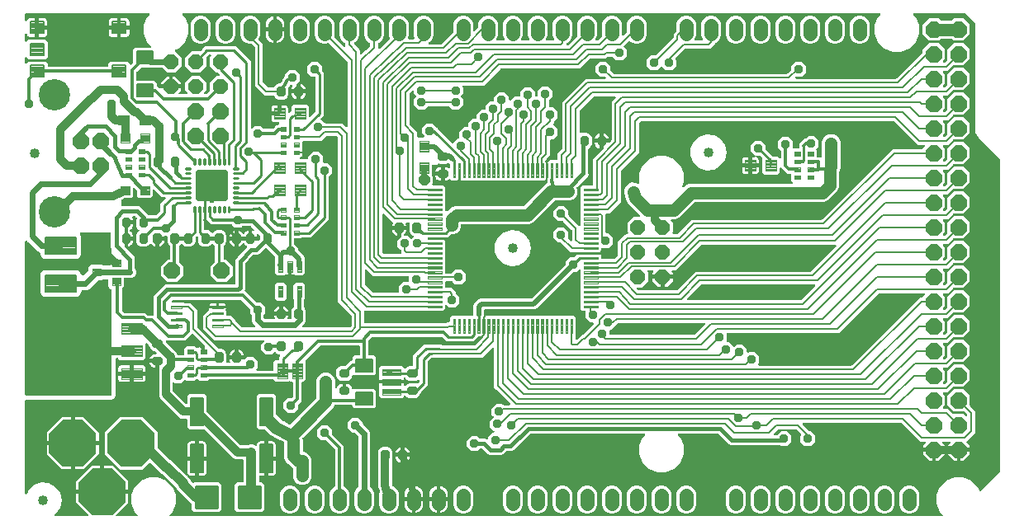
<source format=gbr>
G04 EAGLE Gerber RS-274X export*
G75*
%MOMM*%
%FSLAX34Y34*%
%LPD*%
%INTop Copper*%
%IPPOS*%
%AMOC8*
5,1,8,0,0,1.08239X$1,22.5*%
G01*
%ADD10P,1.677704X8X292.500000*%
%ADD11C,1.422400*%
%ADD12C,0.140000*%
%ADD13C,0.120000*%
%ADD14C,0.240000*%
%ADD15P,5.223614X8X112.500000*%
%ADD16C,2.100000*%
%ADD17C,1.016000*%
%ADD18C,0.121919*%
%ADD19C,0.220000*%
%ADD20C,0.718719*%
%ADD21C,0.102000*%
%ADD22P,1.814519X8X292.500000*%
%ADD23C,3.216000*%
%ADD24C,0.190000*%
%ADD25C,0.102359*%
%ADD26C,0.116838*%
%ADD27C,0.224000*%
%ADD28C,0.488100*%
%ADD29P,1.677704X8X202.500000*%
%ADD30C,0.100000*%
%ADD31C,0.105000*%
%ADD32C,0.210000*%
%ADD33C,0.099000*%
%ADD34P,1.814519X8X112.500000*%
%ADD35C,0.812800*%
%ADD36C,1.270000*%
%ADD37C,0.279400*%
%ADD38C,0.406400*%
%ADD39C,0.304800*%
%ADD40C,0.254000*%
%ADD41C,0.508000*%
%ADD42C,0.609600*%
%ADD43P,0.989737X8X22.500000*%
%ADD44P,1.209679X8X22.500000*%
%ADD45C,0.203200*%
%ADD46C,1.016000*%

G36*
X71747Y8005D02*
X71747Y8005D01*
X71776Y8002D01*
X71887Y8025D01*
X72000Y8041D01*
X72026Y8053D01*
X72055Y8058D01*
X72156Y8110D01*
X72259Y8157D01*
X72282Y8176D01*
X72307Y8189D01*
X72390Y8267D01*
X72476Y8340D01*
X72492Y8365D01*
X72514Y8385D01*
X72571Y8483D01*
X72634Y8577D01*
X72643Y8605D01*
X72657Y8630D01*
X72685Y8740D01*
X72719Y8848D01*
X72720Y8878D01*
X72727Y8906D01*
X72724Y9019D01*
X72727Y9132D01*
X72719Y9161D01*
X72718Y9190D01*
X72684Y9298D01*
X72655Y9407D01*
X72640Y9433D01*
X72631Y9461D01*
X72585Y9524D01*
X72510Y9652D01*
X72464Y9695D01*
X72436Y9734D01*
X60197Y21973D01*
X60197Y30989D01*
X64684Y30989D01*
X64742Y30997D01*
X64800Y30995D01*
X64882Y31017D01*
X64966Y31029D01*
X65019Y31053D01*
X65075Y31067D01*
X65148Y31110D01*
X65225Y31145D01*
X65270Y31183D01*
X65320Y31213D01*
X65378Y31274D01*
X65442Y31329D01*
X65474Y31377D01*
X65514Y31420D01*
X65553Y31495D01*
X65600Y31565D01*
X65617Y31621D01*
X65644Y31673D01*
X65655Y31741D01*
X65685Y31836D01*
X65688Y31936D01*
X65699Y32004D01*
X65699Y34036D01*
X65691Y34094D01*
X65693Y34152D01*
X65671Y34234D01*
X65659Y34317D01*
X65636Y34371D01*
X65621Y34427D01*
X65578Y34500D01*
X65543Y34577D01*
X65505Y34622D01*
X65476Y34672D01*
X65414Y34730D01*
X65360Y34794D01*
X65311Y34826D01*
X65268Y34866D01*
X65193Y34905D01*
X65123Y34951D01*
X65067Y34969D01*
X65015Y34996D01*
X64947Y35007D01*
X64852Y35037D01*
X64752Y35040D01*
X64684Y35051D01*
X60197Y35051D01*
X60197Y44067D01*
X75821Y59691D01*
X84837Y59691D01*
X84837Y46048D01*
X84837Y46047D01*
X84837Y46045D01*
X84857Y45905D01*
X84877Y45767D01*
X84877Y45766D01*
X84877Y45764D01*
X84934Y45638D01*
X84993Y45508D01*
X84994Y45506D01*
X84995Y45505D01*
X85086Y45397D01*
X85177Y45291D01*
X85178Y45290D01*
X85179Y45288D01*
X85192Y45280D01*
X85413Y45133D01*
X85442Y45124D01*
X85463Y45111D01*
X86479Y44690D01*
X86564Y44668D01*
X86646Y44637D01*
X86701Y44633D01*
X86755Y44619D01*
X86842Y44621D01*
X86929Y44614D01*
X86977Y44625D01*
X87039Y44627D01*
X87180Y44672D01*
X87257Y44690D01*
X88272Y45110D01*
X88274Y45111D01*
X88275Y45112D01*
X88393Y45182D01*
X88517Y45255D01*
X88518Y45256D01*
X88520Y45257D01*
X88615Y45358D01*
X88712Y45462D01*
X88713Y45463D01*
X88714Y45464D01*
X88777Y45586D01*
X88843Y45714D01*
X88843Y45716D01*
X88844Y45717D01*
X88846Y45732D01*
X88898Y45993D01*
X88895Y46024D01*
X88899Y46048D01*
X88899Y59691D01*
X97915Y59691D01*
X113539Y44067D01*
X113539Y35051D01*
X109052Y35051D01*
X108994Y35043D01*
X108936Y35045D01*
X108854Y35023D01*
X108770Y35011D01*
X108717Y34987D01*
X108661Y34973D01*
X108588Y34930D01*
X108511Y34895D01*
X108466Y34857D01*
X108416Y34827D01*
X108358Y34766D01*
X108294Y34711D01*
X108262Y34663D01*
X108222Y34620D01*
X108183Y34545D01*
X108136Y34475D01*
X108119Y34419D01*
X108092Y34367D01*
X108081Y34299D01*
X108051Y34204D01*
X108048Y34104D01*
X108037Y34036D01*
X108037Y32004D01*
X108045Y31946D01*
X108043Y31888D01*
X108065Y31806D01*
X108077Y31723D01*
X108100Y31669D01*
X108115Y31613D01*
X108158Y31540D01*
X108193Y31463D01*
X108231Y31418D01*
X108260Y31368D01*
X108322Y31310D01*
X108376Y31246D01*
X108425Y31214D01*
X108468Y31174D01*
X108543Y31135D01*
X108613Y31089D01*
X108669Y31071D01*
X108721Y31044D01*
X108789Y31033D01*
X108884Y31003D01*
X108984Y31000D01*
X109052Y30989D01*
X113539Y30989D01*
X113539Y21973D01*
X101300Y9734D01*
X101282Y9710D01*
X101260Y9691D01*
X101197Y9597D01*
X101129Y9507D01*
X101119Y9479D01*
X101102Y9455D01*
X101068Y9347D01*
X101028Y9241D01*
X101025Y9212D01*
X101017Y9184D01*
X101014Y9070D01*
X101004Y8958D01*
X101010Y8929D01*
X101009Y8900D01*
X101038Y8790D01*
X101060Y8679D01*
X101074Y8653D01*
X101081Y8625D01*
X101139Y8527D01*
X101191Y8427D01*
X101211Y8405D01*
X101226Y8380D01*
X101309Y8303D01*
X101387Y8221D01*
X101412Y8206D01*
X101434Y8186D01*
X101534Y8134D01*
X101632Y8077D01*
X101661Y8070D01*
X101687Y8056D01*
X101764Y8043D01*
X101908Y8007D01*
X101970Y8009D01*
X102018Y8001D01*
X122321Y8001D01*
X122350Y8005D01*
X122379Y8002D01*
X122490Y8025D01*
X122603Y8041D01*
X122629Y8053D01*
X122658Y8058D01*
X122759Y8111D01*
X122862Y8157D01*
X122884Y8176D01*
X122910Y8189D01*
X122993Y8267D01*
X123079Y8340D01*
X123095Y8365D01*
X123117Y8385D01*
X123174Y8483D01*
X123237Y8577D01*
X123245Y8605D01*
X123260Y8630D01*
X123288Y8740D01*
X123322Y8848D01*
X123323Y8878D01*
X123330Y8906D01*
X123327Y9019D01*
X123330Y9132D01*
X123322Y9161D01*
X123321Y9190D01*
X123286Y9298D01*
X123258Y9407D01*
X123243Y9433D01*
X123234Y9461D01*
X123188Y9524D01*
X123113Y9652D01*
X123067Y9695D01*
X123039Y9734D01*
X120321Y12452D01*
X116841Y20853D01*
X116841Y29947D01*
X120321Y38349D01*
X126751Y44779D01*
X135153Y48259D01*
X144247Y48259D01*
X152649Y44779D01*
X159079Y38349D01*
X162559Y29947D01*
X162559Y20853D01*
X159079Y12452D01*
X156361Y9734D01*
X156343Y9710D01*
X156321Y9691D01*
X156258Y9597D01*
X156190Y9507D01*
X156180Y9479D01*
X156163Y9455D01*
X156129Y9347D01*
X156089Y9241D01*
X156086Y9212D01*
X156078Y9184D01*
X156075Y9070D01*
X156065Y8958D01*
X156071Y8929D01*
X156070Y8900D01*
X156099Y8790D01*
X156121Y8679D01*
X156135Y8653D01*
X156142Y8625D01*
X156200Y8527D01*
X156252Y8427D01*
X156272Y8405D01*
X156287Y8380D01*
X156370Y8303D01*
X156448Y8221D01*
X156473Y8206D01*
X156495Y8186D01*
X156596Y8134D01*
X156693Y8077D01*
X156722Y8070D01*
X156748Y8056D01*
X156825Y8043D01*
X156969Y8007D01*
X157031Y8009D01*
X157079Y8001D01*
X947821Y8001D01*
X947850Y8005D01*
X947879Y8002D01*
X947990Y8025D01*
X948103Y8041D01*
X948129Y8053D01*
X948158Y8058D01*
X948259Y8111D01*
X948362Y8157D01*
X948384Y8176D01*
X948410Y8189D01*
X948493Y8267D01*
X948579Y8340D01*
X948595Y8365D01*
X948617Y8385D01*
X948674Y8483D01*
X948737Y8577D01*
X948745Y8605D01*
X948760Y8630D01*
X948788Y8740D01*
X948822Y8848D01*
X948823Y8878D01*
X948830Y8906D01*
X948827Y9019D01*
X948830Y9132D01*
X948822Y9161D01*
X948821Y9190D01*
X948786Y9298D01*
X948758Y9407D01*
X948743Y9433D01*
X948734Y9461D01*
X948688Y9524D01*
X948613Y9652D01*
X948567Y9695D01*
X948539Y9734D01*
X945821Y12452D01*
X942341Y20853D01*
X942341Y29947D01*
X945821Y38349D01*
X952251Y44779D01*
X960653Y48259D01*
X969747Y48259D01*
X978149Y44779D01*
X984579Y38349D01*
X986149Y34558D01*
X986207Y34459D01*
X986260Y34357D01*
X986279Y34337D01*
X986293Y34313D01*
X986377Y34234D01*
X986456Y34151D01*
X986480Y34137D01*
X986500Y34118D01*
X986602Y34065D01*
X986701Y34007D01*
X986728Y34000D01*
X986753Y33988D01*
X986866Y33965D01*
X986977Y33937D01*
X987004Y33938D01*
X987032Y33933D01*
X987146Y33942D01*
X987261Y33946D01*
X987287Y33955D01*
X987315Y33957D01*
X987422Y33998D01*
X987531Y34034D01*
X987552Y34048D01*
X987580Y34059D01*
X987792Y34219D01*
X987805Y34228D01*
X1007318Y53742D01*
X1007370Y53812D01*
X1007430Y53875D01*
X1007456Y53925D01*
X1007489Y53969D01*
X1007520Y54051D01*
X1007560Y54129D01*
X1007568Y54176D01*
X1007590Y54235D01*
X1007602Y54382D01*
X1007615Y54460D01*
X1007615Y374544D01*
X1007608Y374596D01*
X1007609Y374622D01*
X1007603Y374645D01*
X1007600Y374718D01*
X1007583Y374771D01*
X1007575Y374826D01*
X1007540Y374906D01*
X1007513Y374989D01*
X1007485Y375028D01*
X1007459Y375085D01*
X1007363Y375198D01*
X1007318Y375262D01*
X985882Y396698D01*
X983453Y399127D01*
X982215Y402115D01*
X982215Y514244D01*
X982203Y514331D01*
X982200Y514418D01*
X982183Y514471D01*
X982175Y514526D01*
X982140Y514606D01*
X982113Y514689D01*
X982085Y514728D01*
X982059Y514785D01*
X981963Y514899D01*
X981918Y514962D01*
X972034Y524846D01*
X971965Y524898D01*
X971901Y524958D01*
X971851Y524984D01*
X971807Y525017D01*
X971725Y525048D01*
X971648Y525088D01*
X971600Y525096D01*
X971541Y525118D01*
X971394Y525130D01*
X971316Y525143D01*
X919335Y525143D01*
X919306Y525139D01*
X919277Y525142D01*
X919166Y525119D01*
X919053Y525103D01*
X919027Y525091D01*
X918998Y525086D01*
X918897Y525033D01*
X918794Y524987D01*
X918772Y524968D01*
X918746Y524955D01*
X918663Y524877D01*
X918577Y524804D01*
X918561Y524779D01*
X918539Y524759D01*
X918482Y524661D01*
X918419Y524567D01*
X918411Y524539D01*
X918396Y524514D01*
X918368Y524404D01*
X918334Y524296D01*
X918333Y524266D01*
X918326Y524238D01*
X918329Y524125D01*
X918326Y524012D01*
X918334Y523983D01*
X918335Y523954D01*
X918370Y523846D01*
X918398Y523737D01*
X918413Y523711D01*
X918422Y523683D01*
X918468Y523620D01*
X918543Y523492D01*
X918589Y523449D01*
X918617Y523410D01*
X921079Y520948D01*
X924559Y512547D01*
X924559Y503453D01*
X921079Y495051D01*
X914649Y488621D01*
X906247Y485141D01*
X897153Y485141D01*
X888751Y488621D01*
X882321Y495051D01*
X878841Y503453D01*
X878841Y512547D01*
X882321Y520948D01*
X884783Y523410D01*
X884801Y523434D01*
X884823Y523453D01*
X884886Y523547D01*
X884954Y523637D01*
X884964Y523665D01*
X884981Y523689D01*
X885015Y523797D01*
X885055Y523903D01*
X885058Y523932D01*
X885066Y523960D01*
X885069Y524074D01*
X885079Y524186D01*
X885073Y524215D01*
X885074Y524244D01*
X885045Y524354D01*
X885023Y524465D01*
X885009Y524491D01*
X885002Y524519D01*
X884944Y524617D01*
X884892Y524717D01*
X884872Y524739D01*
X884857Y524764D01*
X884774Y524841D01*
X884696Y524923D01*
X884671Y524938D01*
X884649Y524958D01*
X884548Y525010D01*
X884451Y525067D01*
X884422Y525074D01*
X884396Y525088D01*
X884319Y525101D01*
X884175Y525137D01*
X884113Y525135D01*
X884065Y525143D01*
X170035Y525143D01*
X170006Y525139D01*
X169977Y525142D01*
X169866Y525119D01*
X169753Y525103D01*
X169727Y525091D01*
X169698Y525086D01*
X169597Y525033D01*
X169494Y524987D01*
X169472Y524968D01*
X169446Y524955D01*
X169363Y524877D01*
X169277Y524804D01*
X169261Y524779D01*
X169239Y524759D01*
X169182Y524661D01*
X169119Y524567D01*
X169111Y524539D01*
X169096Y524514D01*
X169068Y524404D01*
X169034Y524296D01*
X169033Y524266D01*
X169026Y524238D01*
X169029Y524125D01*
X169026Y524012D01*
X169034Y523983D01*
X169035Y523954D01*
X169070Y523846D01*
X169098Y523737D01*
X169113Y523711D01*
X169122Y523683D01*
X169168Y523620D01*
X169243Y523492D01*
X169289Y523449D01*
X169317Y523410D01*
X171779Y520948D01*
X175259Y512547D01*
X175259Y503453D01*
X171779Y495051D01*
X165348Y488621D01*
X162341Y487376D01*
X162242Y487317D01*
X162140Y487264D01*
X162120Y487245D01*
X162096Y487231D01*
X162018Y487148D01*
X161934Y487069D01*
X161920Y487045D01*
X161901Y487025D01*
X161849Y486923D01*
X161791Y486823D01*
X161784Y486797D01*
X161771Y486772D01*
X161749Y486659D01*
X161721Y486548D01*
X161721Y486520D01*
X161716Y486493D01*
X161726Y486378D01*
X161730Y486264D01*
X161738Y486237D01*
X161740Y486210D01*
X161782Y486102D01*
X161817Y485993D01*
X161831Y485973D01*
X161842Y485944D01*
X162004Y485731D01*
X162012Y485720D01*
X162014Y485718D01*
X168279Y479453D01*
X168279Y470507D01*
X161953Y464181D01*
X153007Y464181D01*
X148602Y468586D01*
X148533Y468638D01*
X148469Y468698D01*
X148419Y468724D01*
X148375Y468757D01*
X148293Y468788D01*
X148216Y468828D01*
X148168Y468836D01*
X148110Y468858D01*
X147962Y468870D01*
X147884Y468883D01*
X136836Y468883D01*
X136762Y468873D01*
X136706Y468875D01*
X135955Y468778D01*
X135699Y468848D01*
X135484Y468875D01*
X135433Y468883D01*
X135167Y468883D01*
X134514Y469154D01*
X134484Y469162D01*
X134456Y469176D01*
X134379Y469189D01*
X134238Y469225D01*
X134174Y469223D01*
X134125Y469231D01*
X127649Y469231D01*
X127562Y469219D01*
X127475Y469216D01*
X127422Y469199D01*
X127367Y469191D01*
X127287Y469156D01*
X127204Y469129D01*
X127165Y469101D01*
X127108Y469075D01*
X126994Y468979D01*
X126931Y468934D01*
X122472Y464475D01*
X122420Y464405D01*
X122360Y464342D01*
X122334Y464292D01*
X122301Y464248D01*
X122270Y464166D01*
X122230Y464088D01*
X122222Y464041D01*
X122200Y463982D01*
X122188Y463835D01*
X122175Y463757D01*
X122175Y456344D01*
X122183Y456286D01*
X122181Y456228D01*
X122203Y456146D01*
X122215Y456062D01*
X122238Y456009D01*
X122253Y455953D01*
X122296Y455880D01*
X122331Y455803D01*
X122369Y455758D01*
X122398Y455708D01*
X122460Y455650D01*
X122514Y455586D01*
X122563Y455554D01*
X122606Y455514D01*
X122681Y455475D01*
X122751Y455428D01*
X122807Y455411D01*
X122859Y455384D01*
X122927Y455373D01*
X123022Y455343D01*
X123122Y455340D01*
X123190Y455329D01*
X140663Y455329D01*
X142859Y453133D01*
X142859Y450769D01*
X142871Y450682D01*
X142874Y450595D01*
X142891Y450542D01*
X142899Y450487D01*
X142934Y450407D01*
X142961Y450324D01*
X142989Y450285D01*
X143015Y450228D01*
X143111Y450114D01*
X143156Y450051D01*
X145456Y447751D01*
X145479Y447733D01*
X145498Y447711D01*
X145593Y447648D01*
X145683Y447580D01*
X145711Y447569D01*
X145735Y447553D01*
X145843Y447519D01*
X145949Y447479D01*
X145978Y447476D01*
X146006Y447467D01*
X146120Y447464D01*
X146232Y447455D01*
X146261Y447461D01*
X146290Y447460D01*
X146400Y447489D01*
X146511Y447511D01*
X146537Y447524D01*
X146565Y447532D01*
X146594Y447549D01*
X156464Y447549D01*
X156522Y447557D01*
X156580Y447555D01*
X156662Y447577D01*
X156745Y447589D01*
X156799Y447613D01*
X156855Y447627D01*
X156928Y447670D01*
X157005Y447705D01*
X157049Y447743D01*
X157100Y447773D01*
X157157Y447834D01*
X157222Y447889D01*
X157254Y447937D01*
X157294Y447980D01*
X157333Y448055D01*
X157379Y448125D01*
X157397Y448181D01*
X157424Y448233D01*
X157435Y448301D01*
X157465Y448396D01*
X157468Y448496D01*
X157479Y448564D01*
X157479Y449581D01*
X157481Y449581D01*
X157481Y448564D01*
X157488Y448515D01*
X157488Y448503D01*
X157489Y448498D01*
X157488Y448448D01*
X157509Y448366D01*
X157521Y448283D01*
X157545Y448229D01*
X157559Y448173D01*
X157602Y448100D01*
X157637Y448023D01*
X157675Y447978D01*
X157705Y447928D01*
X157766Y447870D01*
X157821Y447806D01*
X157869Y447774D01*
X157912Y447734D01*
X157987Y447695D01*
X158057Y447649D01*
X158113Y447631D01*
X158165Y447604D01*
X158233Y447593D01*
X158328Y447563D01*
X158428Y447560D01*
X158496Y447549D01*
X167771Y447549D01*
X167771Y445317D01*
X165639Y443186D01*
X165621Y443162D01*
X165599Y443143D01*
X165536Y443049D01*
X165468Y442959D01*
X165458Y442931D01*
X165442Y442907D01*
X165407Y442799D01*
X165367Y442693D01*
X165365Y442664D01*
X165356Y442636D01*
X165353Y442522D01*
X165343Y442410D01*
X165349Y442381D01*
X165348Y442352D01*
X165377Y442242D01*
X165399Y442131D01*
X165413Y442105D01*
X165420Y442077D01*
X165478Y441979D01*
X165530Y441879D01*
X165551Y441857D01*
X165566Y441832D01*
X165648Y441755D01*
X165726Y441673D01*
X165751Y441658D01*
X165773Y441638D01*
X165874Y441586D01*
X165971Y441529D01*
X166000Y441522D01*
X166026Y441508D01*
X166103Y441495D01*
X166247Y441459D01*
X166309Y441461D01*
X166357Y441453D01*
X173285Y441453D01*
X173314Y441457D01*
X173343Y441454D01*
X173454Y441477D01*
X173566Y441493D01*
X173593Y441505D01*
X173622Y441510D01*
X173722Y441563D01*
X173825Y441609D01*
X173848Y441628D01*
X173874Y441641D01*
X173956Y441719D01*
X174042Y441792D01*
X174059Y441817D01*
X174080Y441837D01*
X174137Y441935D01*
X174200Y442029D01*
X174209Y442057D01*
X174224Y442082D01*
X174252Y442192D01*
X174286Y442300D01*
X174287Y442330D01*
X174294Y442358D01*
X174290Y442471D01*
X174293Y442584D01*
X174286Y442613D01*
X174285Y442642D01*
X174250Y442750D01*
X174221Y442859D01*
X174206Y442885D01*
X174197Y442913D01*
X174152Y442976D01*
X174076Y443104D01*
X174030Y443147D01*
X174002Y443186D01*
X172081Y445107D01*
X172081Y454053D01*
X178407Y460379D01*
X187353Y460379D01*
X193679Y454053D01*
X193679Y445107D01*
X191758Y443186D01*
X191740Y443162D01*
X191718Y443143D01*
X191655Y443049D01*
X191587Y442959D01*
X191576Y442931D01*
X191560Y442907D01*
X191526Y442799D01*
X191485Y442693D01*
X191483Y442664D01*
X191474Y442636D01*
X191471Y442522D01*
X191462Y442410D01*
X191468Y442381D01*
X191467Y442352D01*
X191496Y442242D01*
X191518Y442131D01*
X191531Y442105D01*
X191539Y442077D01*
X191597Y441979D01*
X191649Y441879D01*
X191669Y441857D01*
X191684Y441832D01*
X191767Y441755D01*
X191845Y441673D01*
X191870Y441658D01*
X191891Y441638D01*
X191992Y441586D01*
X192090Y441529D01*
X192118Y441522D01*
X192144Y441508D01*
X192222Y441495D01*
X192365Y441459D01*
X192428Y441461D01*
X192475Y441453D01*
X193265Y441453D01*
X193352Y441465D01*
X193439Y441468D01*
X193492Y441485D01*
X193547Y441493D01*
X193627Y441528D01*
X193710Y441555D01*
X193749Y441583D01*
X193806Y441609D01*
X193919Y441705D01*
X193983Y441750D01*
X197184Y444951D01*
X197236Y445021D01*
X197296Y445084D01*
X197322Y445134D01*
X197355Y445178D01*
X197386Y445260D01*
X197426Y445338D01*
X197434Y445385D01*
X197456Y445444D01*
X197468Y445591D01*
X197481Y445669D01*
X197481Y454053D01*
X203807Y460379D01*
X206703Y460379D01*
X206732Y460383D01*
X206761Y460380D01*
X206872Y460403D01*
X206984Y460419D01*
X207011Y460431D01*
X207040Y460436D01*
X207140Y460489D01*
X207244Y460535D01*
X207266Y460554D01*
X207292Y460567D01*
X207374Y460645D01*
X207461Y460718D01*
X207477Y460743D01*
X207498Y460763D01*
X207555Y460861D01*
X207618Y460955D01*
X207627Y460983D01*
X207642Y461008D01*
X207670Y461118D01*
X207704Y461226D01*
X207705Y461256D01*
X207712Y461284D01*
X207708Y461397D01*
X207711Y461510D01*
X207704Y461539D01*
X207703Y461568D01*
X207668Y461676D01*
X207639Y461785D01*
X207624Y461811D01*
X207615Y461839D01*
X207570Y461903D01*
X207494Y462030D01*
X207449Y462073D01*
X207421Y462112D01*
X205648Y463884D01*
X205579Y463936D01*
X205515Y463996D01*
X205465Y464022D01*
X205421Y464055D01*
X205340Y464086D01*
X205262Y464126D01*
X205214Y464134D01*
X205156Y464156D01*
X205008Y464168D01*
X204931Y464181D01*
X203807Y464181D01*
X197481Y470507D01*
X197481Y479453D01*
X198386Y480358D01*
X198404Y480382D01*
X198426Y480401D01*
X198489Y480495D01*
X198557Y480585D01*
X198568Y480613D01*
X198584Y480637D01*
X198618Y480745D01*
X198659Y480851D01*
X198661Y480880D01*
X198670Y480908D01*
X198673Y481022D01*
X198682Y481134D01*
X198676Y481163D01*
X198677Y481192D01*
X198648Y481302D01*
X198626Y481413D01*
X198613Y481439D01*
X198605Y481467D01*
X198548Y481565D01*
X198495Y481665D01*
X198475Y481687D01*
X198460Y481712D01*
X198378Y481789D01*
X198299Y481871D01*
X198274Y481886D01*
X198253Y481906D01*
X198152Y481958D01*
X198054Y482015D01*
X198026Y482022D01*
X198000Y482036D01*
X197922Y482049D01*
X197779Y482085D01*
X197716Y482083D01*
X197669Y482091D01*
X196519Y482091D01*
X196433Y482079D01*
X196345Y482076D01*
X196293Y482059D01*
X196238Y482051D01*
X196158Y482016D01*
X196075Y481989D01*
X196036Y481961D01*
X195979Y481935D01*
X195865Y481839D01*
X195802Y481794D01*
X193976Y479969D01*
X193924Y479899D01*
X193864Y479835D01*
X193838Y479786D01*
X193805Y479741D01*
X193774Y479660D01*
X193734Y479582D01*
X193726Y479534D01*
X193704Y479476D01*
X193692Y479328D01*
X193679Y479251D01*
X193679Y470507D01*
X187353Y464181D01*
X178407Y464181D01*
X172081Y470507D01*
X172081Y479453D01*
X178407Y485779D01*
X187151Y485779D01*
X187237Y485791D01*
X187325Y485794D01*
X187377Y485811D01*
X187432Y485819D01*
X187512Y485854D01*
X187595Y485881D01*
X187634Y485909D01*
X187692Y485935D01*
X187805Y486031D01*
X187869Y486076D01*
X189694Y487902D01*
X192521Y490729D01*
X224039Y490729D01*
X239269Y475499D01*
X239269Y407437D01*
X239273Y407408D01*
X239270Y407379D01*
X239293Y407268D01*
X239309Y407156D01*
X239321Y407129D01*
X239326Y407100D01*
X239379Y406999D01*
X239425Y406896D01*
X239444Y406874D01*
X239457Y406848D01*
X239535Y406766D01*
X239608Y406679D01*
X239633Y406663D01*
X239653Y406642D01*
X239751Y406584D01*
X239845Y406522D01*
X239873Y406513D01*
X239898Y406498D01*
X240008Y406470D01*
X240116Y406436D01*
X240146Y406435D01*
X240174Y406428D01*
X240287Y406431D01*
X240400Y406429D01*
X240429Y406436D01*
X240458Y406437D01*
X240566Y406472D01*
X240675Y406500D01*
X240701Y406515D01*
X240729Y406524D01*
X240792Y406570D01*
X240920Y406646D01*
X240963Y406691D01*
X241002Y406719D01*
X243223Y408941D01*
X249537Y408941D01*
X252287Y406190D01*
X252357Y406138D01*
X252421Y406078D01*
X252470Y406052D01*
X252514Y406019D01*
X252596Y405988D01*
X252674Y405948D01*
X252722Y405940D01*
X252780Y405918D01*
X252928Y405906D01*
X253005Y405893D01*
X261566Y405893D01*
X261695Y405911D01*
X261823Y405926D01*
X261835Y405931D01*
X261848Y405933D01*
X261966Y405986D01*
X262086Y406036D01*
X262094Y406043D01*
X262107Y406049D01*
X262324Y406232D01*
X262332Y406245D01*
X262342Y406253D01*
X263844Y408030D01*
X263851Y408041D01*
X263859Y408049D01*
X265046Y409523D01*
X266486Y409644D01*
X266530Y409654D01*
X266575Y409655D01*
X266668Y409685D01*
X266763Y409707D01*
X266803Y409729D01*
X266846Y409743D01*
X266907Y409787D01*
X267012Y409845D01*
X267070Y409903D01*
X267119Y409938D01*
X268547Y411366D01*
X268561Y411384D01*
X268574Y411395D01*
X268577Y411400D01*
X268587Y411409D01*
X268650Y411503D01*
X268718Y411593D01*
X268729Y411621D01*
X268745Y411645D01*
X268779Y411753D01*
X268820Y411859D01*
X268822Y411888D01*
X268831Y411916D01*
X268834Y412030D01*
X268843Y412142D01*
X268837Y412171D01*
X268838Y412200D01*
X268810Y412310D01*
X268787Y412421D01*
X268774Y412447D01*
X268766Y412475D01*
X268708Y412573D01*
X268656Y412673D01*
X268636Y412695D01*
X268621Y412720D01*
X268539Y412797D01*
X268460Y412879D01*
X268435Y412894D01*
X268414Y412914D01*
X268313Y412966D01*
X268215Y413023D01*
X268187Y413030D01*
X268161Y413044D01*
X268083Y413057D01*
X267940Y413093D01*
X267877Y413091D01*
X267830Y413099D01*
X263086Y413099D01*
X262288Y413313D01*
X261571Y413727D01*
X260987Y414311D01*
X260573Y415028D01*
X260359Y415826D01*
X260359Y419609D01*
X267884Y419609D01*
X267942Y419617D01*
X268000Y419615D01*
X268082Y419637D01*
X268165Y419649D01*
X268219Y419673D01*
X268275Y419687D01*
X268348Y419730D01*
X268425Y419765D01*
X268469Y419803D01*
X268520Y419833D01*
X268577Y419894D01*
X268642Y419949D01*
X268674Y419997D01*
X268714Y420040D01*
X268753Y420115D01*
X268799Y420185D01*
X268817Y420241D01*
X268844Y420293D01*
X268855Y420361D01*
X268885Y420456D01*
X268888Y420556D01*
X268899Y420624D01*
X268899Y421641D01*
X269916Y421641D01*
X269974Y421649D01*
X270032Y421648D01*
X270114Y421669D01*
X270197Y421681D01*
X270251Y421705D01*
X270307Y421719D01*
X270380Y421762D01*
X270457Y421797D01*
X270501Y421835D01*
X270552Y421865D01*
X270609Y421926D01*
X270674Y421981D01*
X270706Y422029D01*
X270746Y422072D01*
X270785Y422147D01*
X270831Y422217D01*
X270849Y422273D01*
X270876Y422325D01*
X270887Y422393D01*
X270917Y422488D01*
X270920Y422588D01*
X270931Y422656D01*
X270931Y430181D01*
X274714Y430181D01*
X275512Y429967D01*
X276229Y429553D01*
X276813Y428969D01*
X277227Y428252D01*
X277441Y427454D01*
X277441Y423587D01*
X277451Y423515D01*
X277451Y423443D01*
X277471Y423375D01*
X277481Y423306D01*
X277510Y423240D01*
X277531Y423170D01*
X277568Y423110D01*
X277597Y423046D01*
X277644Y422991D01*
X277683Y422930D01*
X277735Y422883D01*
X277780Y422829D01*
X277841Y422789D01*
X277895Y422741D01*
X277959Y422711D01*
X278017Y422672D01*
X278086Y422650D01*
X278152Y422619D01*
X278221Y422607D01*
X278288Y422586D01*
X278361Y422584D01*
X278432Y422572D01*
X278491Y422581D01*
X278572Y422579D01*
X278689Y422609D01*
X278765Y422620D01*
X279393Y422821D01*
X279459Y422852D01*
X279529Y422875D01*
X279577Y422909D01*
X279649Y422944D01*
X279740Y423026D01*
X279802Y423070D01*
X280233Y423500D01*
X280300Y423540D01*
X280377Y423575D01*
X280422Y423613D01*
X280472Y423642D01*
X280530Y423704D01*
X280594Y423758D01*
X280626Y423807D01*
X280666Y423850D01*
X280705Y423925D01*
X280752Y423995D01*
X280769Y424051D01*
X280796Y424103D01*
X280807Y424171D01*
X280837Y424266D01*
X280840Y424366D01*
X280851Y424434D01*
X280851Y428551D01*
X282989Y430689D01*
X296811Y430689D01*
X298949Y428551D01*
X298949Y419267D01*
X298953Y419238D01*
X298950Y419209D01*
X298973Y419098D01*
X298989Y418986D01*
X299001Y418959D01*
X299006Y418930D01*
X299058Y418830D01*
X299105Y418726D01*
X299124Y418704D01*
X299137Y418678D01*
X299215Y418596D01*
X299288Y418509D01*
X299313Y418493D01*
X299333Y418472D01*
X299431Y418415D01*
X299525Y418352D01*
X299553Y418343D01*
X299578Y418328D01*
X299688Y418300D01*
X299796Y418266D01*
X299826Y418265D01*
X299854Y418258D01*
X299967Y418262D01*
X300080Y418259D01*
X300109Y418266D01*
X300138Y418267D01*
X300246Y418302D01*
X300355Y418331D01*
X300381Y418346D01*
X300409Y418355D01*
X300472Y418400D01*
X300600Y418476D01*
X300643Y418521D01*
X300682Y418549D01*
X305264Y423132D01*
X305316Y423201D01*
X305376Y423265D01*
X305402Y423315D01*
X305435Y423359D01*
X305466Y423440D01*
X305506Y423518D01*
X305514Y423566D01*
X305536Y423624D01*
X305548Y423772D01*
X305561Y423849D01*
X305561Y458724D01*
X305553Y458782D01*
X305555Y458840D01*
X305533Y458922D01*
X305521Y459006D01*
X305498Y459059D01*
X305483Y459115D01*
X305440Y459188D01*
X305405Y459265D01*
X305367Y459310D01*
X305338Y459360D01*
X305276Y459418D01*
X305222Y459482D01*
X305173Y459514D01*
X305130Y459554D01*
X305055Y459593D01*
X304985Y459640D01*
X304929Y459657D01*
X304877Y459684D01*
X304809Y459695D01*
X304714Y459725D01*
X304614Y459728D01*
X304546Y459739D01*
X301643Y459739D01*
X297179Y464203D01*
X297179Y470517D01*
X301643Y474981D01*
X307957Y474981D01*
X312421Y470517D01*
X312421Y466267D01*
X312433Y466181D01*
X312436Y466093D01*
X312453Y466041D01*
X312461Y465986D01*
X312496Y465906D01*
X312523Y465823D01*
X312551Y465784D01*
X312577Y465726D01*
X312673Y465613D01*
X312718Y465549D01*
X314199Y464069D01*
X314199Y419851D01*
X311371Y417024D01*
X311354Y417000D01*
X311331Y416981D01*
X311269Y416887D01*
X311201Y416797D01*
X311190Y416769D01*
X311174Y416745D01*
X311140Y416637D01*
X311099Y416531D01*
X311097Y416502D01*
X311088Y416474D01*
X311085Y416360D01*
X311076Y416248D01*
X311082Y416219D01*
X311081Y416190D01*
X311109Y416080D01*
X311132Y415969D01*
X311145Y415943D01*
X311153Y415915D01*
X311210Y415817D01*
X311263Y415717D01*
X311283Y415695D01*
X311298Y415670D01*
X311380Y415593D01*
X311458Y415511D01*
X311484Y415496D01*
X311505Y415476D01*
X311606Y415424D01*
X311672Y415385D01*
X315025Y412032D01*
X315095Y411980D01*
X315159Y411920D01*
X315208Y411894D01*
X315252Y411861D01*
X315334Y411830D01*
X315412Y411790D01*
X315460Y411782D01*
X315518Y411760D01*
X315666Y411748D01*
X315743Y411735D01*
X333154Y411735D01*
X335832Y409056D01*
X337102Y407786D01*
X337126Y407769D01*
X337145Y407746D01*
X337239Y407683D01*
X337329Y407615D01*
X337357Y407605D01*
X337381Y407589D01*
X337489Y407554D01*
X337595Y407514D01*
X337624Y407512D01*
X337652Y407503D01*
X337766Y407500D01*
X337878Y407491D01*
X337907Y407496D01*
X337936Y407496D01*
X338046Y407524D01*
X338157Y407546D01*
X338183Y407560D01*
X338211Y407567D01*
X338309Y407625D01*
X338409Y407677D01*
X338431Y407698D01*
X338456Y407713D01*
X338533Y407795D01*
X338615Y407873D01*
X338630Y407899D01*
X338650Y407920D01*
X338702Y408021D01*
X338759Y408119D01*
X338766Y408147D01*
X338780Y408173D01*
X338793Y408250D01*
X338829Y408394D01*
X338827Y408457D01*
X338835Y408504D01*
X338835Y474146D01*
X338823Y474232D01*
X338820Y474320D01*
X338803Y474372D01*
X338795Y474427D01*
X338760Y474507D01*
X338733Y474590D01*
X338705Y474630D01*
X338679Y474687D01*
X338583Y474800D01*
X338538Y474864D01*
X319475Y493927D01*
X319474Y493928D01*
X319473Y493929D01*
X319354Y494017D01*
X319248Y494098D01*
X319246Y494098D01*
X319245Y494099D01*
X319112Y494149D01*
X318982Y494199D01*
X318980Y494199D01*
X318979Y494199D01*
X318835Y494211D01*
X318699Y494222D01*
X318697Y494222D01*
X318696Y494222D01*
X318680Y494219D01*
X318420Y494166D01*
X318393Y494152D01*
X318368Y494147D01*
X316981Y493572D01*
X312939Y493572D01*
X309204Y495119D01*
X306346Y497977D01*
X304799Y501712D01*
X304799Y514288D01*
X306346Y518023D01*
X309204Y520881D01*
X312939Y522428D01*
X316981Y522428D01*
X320716Y520881D01*
X323574Y518023D01*
X325121Y514288D01*
X325121Y501712D01*
X324814Y500971D01*
X324813Y500969D01*
X324813Y500968D01*
X324779Y500835D01*
X324743Y500696D01*
X324743Y500694D01*
X324743Y500692D01*
X324747Y500552D01*
X324751Y500411D01*
X324752Y500410D01*
X324752Y500408D01*
X324796Y500270D01*
X324838Y500141D01*
X324839Y500139D01*
X324839Y500138D01*
X324848Y500125D01*
X324996Y499905D01*
X325019Y499885D01*
X325034Y499864D01*
X334502Y490396D01*
X334512Y490389D01*
X334519Y490380D01*
X334625Y490304D01*
X334730Y490225D01*
X334741Y490221D01*
X334750Y490214D01*
X334873Y490170D01*
X334995Y490124D01*
X335007Y490123D01*
X335018Y490119D01*
X335149Y490111D01*
X335279Y490100D01*
X335290Y490103D01*
X335302Y490102D01*
X335429Y490131D01*
X335557Y490156D01*
X335568Y490162D01*
X335579Y490164D01*
X335694Y490227D01*
X335810Y490287D01*
X335818Y490295D01*
X335828Y490301D01*
X335921Y490393D01*
X336016Y490483D01*
X336022Y490493D01*
X336030Y490501D01*
X336093Y490615D01*
X336159Y490728D01*
X336162Y490740D01*
X336168Y490750D01*
X336180Y490811D01*
X336229Y491004D01*
X336228Y491046D01*
X336235Y491079D01*
X336295Y492813D01*
X336293Y492832D01*
X336295Y492848D01*
X336295Y493740D01*
X336295Y493742D01*
X336295Y493743D01*
X336275Y493883D01*
X336255Y494022D01*
X336255Y494023D01*
X336255Y494025D01*
X336199Y494148D01*
X336139Y494281D01*
X336138Y494282D01*
X336137Y494284D01*
X336046Y494391D01*
X335956Y494498D01*
X335954Y494499D01*
X335953Y494500D01*
X335941Y494508D01*
X335719Y494656D01*
X335690Y494665D01*
X335669Y494678D01*
X334604Y495119D01*
X331746Y497977D01*
X330199Y501712D01*
X330199Y514288D01*
X331746Y518023D01*
X334604Y520881D01*
X338339Y522428D01*
X342381Y522428D01*
X346116Y520881D01*
X348974Y518023D01*
X350521Y514288D01*
X350521Y501712D01*
X348974Y497977D01*
X346116Y495119D01*
X345739Y494963D01*
X345656Y494914D01*
X345568Y494872D01*
X345534Y494842D01*
X345495Y494819D01*
X345428Y494748D01*
X345355Y494683D01*
X345331Y494645D01*
X345299Y494612D01*
X345255Y494525D01*
X345203Y494443D01*
X345190Y494400D01*
X345169Y494359D01*
X345150Y494264D01*
X345123Y494170D01*
X345123Y494125D01*
X345114Y494080D01*
X345123Y493983D01*
X345122Y493886D01*
X345135Y493842D01*
X345139Y493797D01*
X345174Y493706D01*
X345200Y493612D01*
X345223Y493579D01*
X345241Y493532D01*
X345345Y493394D01*
X345386Y493332D01*
X350384Y487977D01*
X350399Y487965D01*
X350408Y487952D01*
X351595Y486765D01*
X351537Y485087D01*
X351539Y485068D01*
X351537Y485052D01*
X351537Y483644D01*
X351538Y483634D01*
X351537Y483624D01*
X351558Y483493D01*
X351577Y483362D01*
X351580Y483353D01*
X351582Y483344D01*
X351639Y483223D01*
X351693Y483103D01*
X351699Y483095D01*
X351703Y483086D01*
X351791Y482986D01*
X351876Y482886D01*
X351885Y482880D01*
X351891Y482873D01*
X352003Y482801D01*
X352113Y482728D01*
X352122Y482725D01*
X352131Y482720D01*
X352258Y482682D01*
X352384Y482642D01*
X352394Y482642D01*
X352403Y482639D01*
X352535Y482638D01*
X352668Y482635D01*
X352678Y482637D01*
X352687Y482637D01*
X352815Y482673D01*
X352943Y482707D01*
X352952Y482712D01*
X352961Y482714D01*
X353008Y482745D01*
X353188Y482852D01*
X353215Y482881D01*
X353242Y482899D01*
X361370Y490425D01*
X361437Y490507D01*
X361510Y490585D01*
X361527Y490617D01*
X361549Y490645D01*
X361591Y490743D01*
X361640Y490838D01*
X361645Y490870D01*
X361661Y490907D01*
X361686Y491114D01*
X361695Y491170D01*
X361695Y493740D01*
X361695Y493742D01*
X361695Y493743D01*
X361675Y493883D01*
X361655Y494022D01*
X361655Y494023D01*
X361655Y494025D01*
X361599Y494148D01*
X361539Y494281D01*
X361538Y494282D01*
X361537Y494284D01*
X361446Y494391D01*
X361356Y494498D01*
X361354Y494499D01*
X361353Y494500D01*
X361341Y494508D01*
X361119Y494656D01*
X361090Y494665D01*
X361069Y494678D01*
X360004Y495119D01*
X357146Y497977D01*
X355599Y501712D01*
X355599Y514288D01*
X357146Y518023D01*
X360004Y520881D01*
X363739Y522428D01*
X367781Y522428D01*
X371516Y520881D01*
X374374Y518023D01*
X375921Y514288D01*
X375921Y501712D01*
X374374Y497977D01*
X371516Y495119D01*
X370451Y494678D01*
X370450Y494677D01*
X370449Y494677D01*
X370329Y494606D01*
X370207Y494534D01*
X370206Y494533D01*
X370204Y494532D01*
X370105Y494426D01*
X370011Y494327D01*
X370011Y494326D01*
X370010Y494324D01*
X369944Y494196D01*
X369881Y494074D01*
X369881Y494073D01*
X369880Y494071D01*
X369878Y494056D01*
X369826Y493795D01*
X369829Y493765D01*
X369825Y493740D01*
X369825Y490941D01*
X369834Y490873D01*
X369834Y490805D01*
X369854Y490733D01*
X369865Y490659D01*
X369891Y490600D01*
X369832Y489052D01*
X369836Y489011D01*
X369832Y488970D01*
X369850Y488870D01*
X369861Y488769D01*
X369876Y488731D01*
X369884Y488690D01*
X369929Y488600D01*
X369967Y488505D01*
X369992Y488473D01*
X370011Y488436D01*
X370080Y488361D01*
X370142Y488282D01*
X370175Y488257D01*
X370203Y488227D01*
X370290Y488174D01*
X370372Y488115D01*
X370411Y488101D01*
X370447Y488080D01*
X370544Y488053D01*
X370640Y488019D01*
X370681Y488016D01*
X370721Y488005D01*
X370822Y488007D01*
X370924Y488001D01*
X370964Y488010D01*
X371005Y488010D01*
X371102Y488040D01*
X371201Y488062D01*
X371238Y488082D01*
X371277Y488094D01*
X371340Y488137D01*
X371451Y488198D01*
X371506Y488252D01*
X371553Y488284D01*
X381763Y498194D01*
X381769Y498201D01*
X381776Y498207D01*
X381856Y498313D01*
X381937Y498418D01*
X381941Y498427D01*
X381946Y498434D01*
X381993Y498558D01*
X382042Y498683D01*
X382043Y498692D01*
X382046Y498700D01*
X382057Y498833D01*
X382070Y498965D01*
X382068Y498974D01*
X382069Y498984D01*
X382057Y499037D01*
X382018Y499245D01*
X382001Y499280D01*
X381994Y499311D01*
X380999Y501712D01*
X380999Y514288D01*
X382546Y518023D01*
X385404Y520881D01*
X389139Y522428D01*
X393181Y522428D01*
X396916Y520881D01*
X399774Y518023D01*
X401321Y514288D01*
X401321Y501712D01*
X400404Y499499D01*
X400375Y499387D01*
X400341Y499278D01*
X400340Y499250D01*
X400333Y499223D01*
X400336Y499109D01*
X400333Y498994D01*
X400340Y498967D01*
X400341Y498939D01*
X400376Y498830D01*
X400405Y498719D01*
X400419Y498695D01*
X400428Y498668D01*
X400492Y498573D01*
X400550Y498474D01*
X400571Y498455D01*
X400586Y498432D01*
X400674Y498358D01*
X400758Y498280D01*
X400783Y498267D01*
X400804Y498249D01*
X400909Y498203D01*
X401011Y498150D01*
X401036Y498146D01*
X401063Y498134D01*
X401327Y498097D01*
X401342Y498095D01*
X406378Y498095D01*
X406492Y498111D01*
X406606Y498121D01*
X406632Y498131D01*
X406660Y498135D01*
X406764Y498182D01*
X406872Y498223D01*
X406894Y498239D01*
X406919Y498251D01*
X407007Y498325D01*
X407098Y498394D01*
X407115Y498417D01*
X407136Y498434D01*
X407200Y498530D01*
X407268Y498622D01*
X407278Y498648D01*
X407294Y498671D01*
X407328Y498781D01*
X407369Y498888D01*
X407371Y498916D01*
X407379Y498942D01*
X407382Y499057D01*
X407391Y499171D01*
X407386Y499196D01*
X407387Y499226D01*
X407320Y499483D01*
X407316Y499499D01*
X406399Y501712D01*
X406399Y514288D01*
X407946Y518023D01*
X410804Y520881D01*
X414539Y522428D01*
X418581Y522428D01*
X422316Y520881D01*
X425174Y518023D01*
X426721Y514288D01*
X426721Y501712D01*
X425174Y497977D01*
X422316Y495119D01*
X421951Y494968D01*
X421877Y494924D01*
X421799Y494889D01*
X421755Y494852D01*
X421706Y494823D01*
X421647Y494761D01*
X421582Y494705D01*
X421550Y494658D01*
X421511Y494617D01*
X421472Y494540D01*
X421424Y494469D01*
X421407Y494415D01*
X421381Y494364D01*
X421364Y494280D01*
X421338Y494198D01*
X421337Y494141D01*
X421326Y494085D01*
X421333Y494000D01*
X421331Y493914D01*
X421345Y493859D01*
X421350Y493802D01*
X421381Y493722D01*
X421403Y493639D01*
X421432Y493590D01*
X421452Y493537D01*
X421504Y493468D01*
X421548Y493394D01*
X421590Y493355D01*
X421624Y493310D01*
X421693Y493259D01*
X421755Y493200D01*
X421806Y493174D01*
X421852Y493140D01*
X421932Y493109D01*
X422008Y493070D01*
X422057Y493062D01*
X422117Y493039D01*
X422262Y493028D01*
X422340Y493015D01*
X434776Y493015D01*
X434862Y493027D01*
X434950Y493030D01*
X435002Y493047D01*
X435057Y493055D01*
X435137Y493090D01*
X435220Y493117D01*
X435260Y493145D01*
X435317Y493171D01*
X435430Y493267D01*
X435494Y493312D01*
X446742Y504560D01*
X446794Y504630D01*
X446854Y504694D01*
X446880Y504743D01*
X446913Y504787D01*
X446944Y504869D01*
X446984Y504947D01*
X446992Y504995D01*
X447014Y505053D01*
X447026Y505201D01*
X447039Y505278D01*
X447039Y514288D01*
X448586Y518023D01*
X451444Y520881D01*
X455179Y522428D01*
X459221Y522428D01*
X462956Y520881D01*
X465814Y518023D01*
X467361Y514288D01*
X467361Y507156D01*
X467366Y507118D01*
X467364Y507079D01*
X467386Y506977D01*
X467401Y506874D01*
X467416Y506839D01*
X467424Y506802D01*
X467474Y506710D01*
X467517Y506615D01*
X467542Y506585D01*
X467560Y506552D01*
X467633Y506477D01*
X467700Y506398D01*
X467732Y506376D01*
X467759Y506349D01*
X467850Y506298D01*
X467937Y506240D01*
X467974Y506229D01*
X468007Y506210D01*
X468109Y506186D01*
X468208Y506154D01*
X468247Y506153D01*
X468284Y506145D01*
X468388Y506150D01*
X468492Y506147D01*
X468529Y506157D01*
X468568Y506159D01*
X468667Y506193D01*
X468767Y506219D01*
X468800Y506238D01*
X468837Y506251D01*
X468899Y506297D01*
X469012Y506364D01*
X469062Y506418D01*
X469107Y506451D01*
X471901Y509346D01*
X471947Y509410D01*
X472000Y509467D01*
X472030Y509524D01*
X472039Y509538D01*
X472142Y509640D01*
X472194Y509710D01*
X472254Y509774D01*
X472280Y509823D01*
X472313Y509867D01*
X472344Y509949D01*
X472384Y510027D01*
X472392Y510075D01*
X472414Y510133D01*
X472426Y510281D01*
X472439Y510358D01*
X472439Y514288D01*
X473986Y518023D01*
X476844Y520881D01*
X480579Y522428D01*
X484621Y522428D01*
X488356Y520881D01*
X491214Y518023D01*
X492761Y514288D01*
X492761Y501712D01*
X491318Y498229D01*
X491289Y498117D01*
X491255Y498008D01*
X491254Y497980D01*
X491247Y497953D01*
X491250Y497839D01*
X491247Y497724D01*
X491254Y497697D01*
X491255Y497669D01*
X491290Y497560D01*
X491319Y497449D01*
X491333Y497425D01*
X491342Y497398D01*
X491406Y497303D01*
X491464Y497204D01*
X491485Y497185D01*
X491500Y497162D01*
X491588Y497088D01*
X491672Y497010D01*
X491696Y496997D01*
X491718Y496979D01*
X491822Y496933D01*
X491925Y496880D01*
X491949Y496876D01*
X491977Y496864D01*
X492241Y496827D01*
X492256Y496825D01*
X498344Y496825D01*
X498458Y496841D01*
X498572Y496851D01*
X498598Y496861D01*
X498626Y496865D01*
X498730Y496912D01*
X498838Y496953D01*
X498860Y496969D01*
X498885Y496981D01*
X498973Y497055D01*
X499064Y497124D01*
X499081Y497147D01*
X499102Y497164D01*
X499166Y497260D01*
X499234Y497352D01*
X499244Y497378D01*
X499260Y497401D01*
X499294Y497511D01*
X499335Y497618D01*
X499337Y497646D01*
X499345Y497672D01*
X499348Y497787D01*
X499358Y497901D01*
X499352Y497926D01*
X499353Y497956D01*
X499286Y498213D01*
X499282Y498229D01*
X497839Y501712D01*
X497839Y514288D01*
X499386Y518023D01*
X502244Y520881D01*
X505979Y522428D01*
X510021Y522428D01*
X513756Y520881D01*
X516614Y518023D01*
X518161Y514288D01*
X518161Y501712D01*
X516718Y498229D01*
X516689Y498117D01*
X516655Y498008D01*
X516654Y497980D01*
X516647Y497953D01*
X516650Y497839D01*
X516647Y497724D01*
X516654Y497697D01*
X516655Y497669D01*
X516690Y497560D01*
X516719Y497449D01*
X516733Y497425D01*
X516742Y497398D01*
X516806Y497303D01*
X516864Y497204D01*
X516885Y497185D01*
X516900Y497162D01*
X516988Y497088D01*
X517072Y497010D01*
X517096Y496997D01*
X517118Y496979D01*
X517222Y496933D01*
X517325Y496880D01*
X517349Y496876D01*
X517377Y496864D01*
X517641Y496827D01*
X517656Y496825D01*
X523744Y496825D01*
X523858Y496841D01*
X523972Y496851D01*
X523998Y496861D01*
X524026Y496865D01*
X524130Y496912D01*
X524238Y496953D01*
X524260Y496969D01*
X524285Y496981D01*
X524373Y497055D01*
X524464Y497124D01*
X524481Y497147D01*
X524502Y497164D01*
X524566Y497260D01*
X524634Y497352D01*
X524644Y497378D01*
X524660Y497401D01*
X524694Y497511D01*
X524735Y497618D01*
X524737Y497646D01*
X524745Y497672D01*
X524748Y497787D01*
X524758Y497901D01*
X524752Y497926D01*
X524753Y497956D01*
X524686Y498213D01*
X524682Y498229D01*
X523239Y501712D01*
X523239Y514288D01*
X524786Y518023D01*
X527644Y520881D01*
X531379Y522428D01*
X535421Y522428D01*
X539156Y520881D01*
X542014Y518023D01*
X543561Y514288D01*
X543561Y501712D01*
X542118Y498229D01*
X542089Y498117D01*
X542055Y498008D01*
X542054Y497980D01*
X542047Y497953D01*
X542050Y497839D01*
X542047Y497724D01*
X542054Y497697D01*
X542055Y497669D01*
X542090Y497560D01*
X542119Y497449D01*
X542133Y497425D01*
X542142Y497398D01*
X542206Y497303D01*
X542264Y497204D01*
X542285Y497185D01*
X542300Y497162D01*
X542388Y497088D01*
X542472Y497010D01*
X542496Y496997D01*
X542518Y496979D01*
X542622Y496933D01*
X542725Y496880D01*
X542749Y496876D01*
X542777Y496864D01*
X543041Y496827D01*
X543056Y496825D01*
X549144Y496825D01*
X549258Y496841D01*
X549372Y496851D01*
X549398Y496861D01*
X549426Y496865D01*
X549530Y496912D01*
X549638Y496953D01*
X549660Y496969D01*
X549685Y496981D01*
X549773Y497055D01*
X549864Y497124D01*
X549881Y497147D01*
X549902Y497164D01*
X549966Y497260D01*
X550034Y497352D01*
X550044Y497378D01*
X550060Y497401D01*
X550094Y497511D01*
X550135Y497618D01*
X550137Y497646D01*
X550145Y497672D01*
X550148Y497787D01*
X550158Y497901D01*
X550152Y497926D01*
X550153Y497956D01*
X550086Y498213D01*
X550082Y498229D01*
X548639Y501712D01*
X548639Y514288D01*
X550186Y518023D01*
X553044Y520881D01*
X556779Y522428D01*
X560821Y522428D01*
X564556Y520881D01*
X567414Y518023D01*
X568961Y514288D01*
X568961Y501712D01*
X567414Y497977D01*
X564556Y495119D01*
X563491Y494678D01*
X563490Y494677D01*
X563489Y494677D01*
X563372Y494608D01*
X563247Y494534D01*
X563245Y494533D01*
X563244Y494532D01*
X563149Y494430D01*
X563051Y494327D01*
X563051Y494326D01*
X563050Y494324D01*
X562984Y494196D01*
X562921Y494074D01*
X562921Y494073D01*
X562920Y494071D01*
X562918Y494056D01*
X562866Y493795D01*
X562869Y493765D01*
X562865Y493740D01*
X562865Y492760D01*
X562873Y492702D01*
X562871Y492644D01*
X562893Y492562D01*
X562905Y492478D01*
X562928Y492425D01*
X562943Y492369D01*
X562986Y492296D01*
X563021Y492219D01*
X563059Y492174D01*
X563088Y492124D01*
X563150Y492066D01*
X563204Y492002D01*
X563253Y491970D01*
X563296Y491930D01*
X563371Y491891D01*
X563441Y491844D01*
X563497Y491827D01*
X563549Y491800D01*
X563617Y491789D01*
X563712Y491759D01*
X563812Y491756D01*
X563880Y491745D01*
X564316Y491745D01*
X564402Y491757D01*
X564490Y491760D01*
X564542Y491777D01*
X564597Y491785D01*
X564677Y491820D01*
X564760Y491847D01*
X564800Y491875D01*
X564857Y491901D01*
X564970Y491997D01*
X565034Y492042D01*
X573754Y500762D01*
X573755Y500764D01*
X573756Y500765D01*
X573842Y500879D01*
X573925Y500990D01*
X573926Y500991D01*
X573927Y500993D01*
X573976Y501124D01*
X574026Y501255D01*
X574026Y501257D01*
X574027Y501259D01*
X574038Y501394D01*
X574050Y501539D01*
X574049Y501540D01*
X574050Y501542D01*
X574046Y501558D01*
X574039Y501591D01*
X574039Y514288D01*
X575586Y518023D01*
X578444Y520881D01*
X582179Y522428D01*
X586221Y522428D01*
X589956Y520881D01*
X592814Y518023D01*
X594361Y514288D01*
X594361Y501712D01*
X592918Y498229D01*
X592889Y498117D01*
X592855Y498008D01*
X592854Y497980D01*
X592847Y497953D01*
X592850Y497839D01*
X592847Y497724D01*
X592854Y497697D01*
X592855Y497669D01*
X592890Y497560D01*
X592919Y497449D01*
X592933Y497425D01*
X592942Y497398D01*
X593006Y497303D01*
X593064Y497204D01*
X593085Y497185D01*
X593100Y497162D01*
X593188Y497088D01*
X593272Y497010D01*
X593296Y496997D01*
X593318Y496979D01*
X593422Y496933D01*
X593525Y496880D01*
X593549Y496876D01*
X593577Y496864D01*
X593841Y496827D01*
X593856Y496825D01*
X594796Y496825D01*
X594882Y496837D01*
X594970Y496840D01*
X595022Y496857D01*
X595077Y496865D01*
X595157Y496900D01*
X595240Y496927D01*
X595280Y496955D01*
X595337Y496981D01*
X595450Y497077D01*
X595514Y497122D01*
X599154Y500763D01*
X599155Y500764D01*
X599157Y500765D01*
X599245Y500883D01*
X599325Y500990D01*
X599326Y500991D01*
X599327Y500993D01*
X599375Y501121D01*
X599426Y501255D01*
X599426Y501257D01*
X599427Y501259D01*
X599438Y501394D01*
X599450Y501539D01*
X599449Y501541D01*
X599450Y501542D01*
X599446Y501560D01*
X599439Y501591D01*
X599439Y514288D01*
X600986Y518023D01*
X603844Y520881D01*
X607579Y522428D01*
X611621Y522428D01*
X615356Y520881D01*
X618214Y518023D01*
X619761Y514288D01*
X619761Y502992D01*
X619765Y502963D01*
X619762Y502934D01*
X619785Y502823D01*
X619801Y502711D01*
X619813Y502684D01*
X619818Y502655D01*
X619871Y502555D01*
X619917Y502451D01*
X619936Y502429D01*
X619949Y502403D01*
X620027Y502321D01*
X620100Y502234D01*
X620125Y502218D01*
X620145Y502197D01*
X620243Y502139D01*
X620337Y502077D01*
X620365Y502068D01*
X620390Y502053D01*
X620500Y502025D01*
X620608Y501991D01*
X620638Y501990D01*
X620666Y501983D01*
X620779Y501986D01*
X620892Y501984D01*
X620921Y501991D01*
X620950Y501992D01*
X621058Y502027D01*
X621167Y502055D01*
X621193Y502070D01*
X621221Y502079D01*
X621284Y502125D01*
X621412Y502201D01*
X621455Y502246D01*
X621494Y502274D01*
X624542Y505322D01*
X624594Y505392D01*
X624654Y505456D01*
X624680Y505505D01*
X624713Y505550D01*
X624744Y505631D01*
X624784Y505709D01*
X624792Y505757D01*
X624814Y505815D01*
X624826Y505963D01*
X624839Y506040D01*
X624839Y514288D01*
X626386Y518023D01*
X629244Y520881D01*
X632979Y522428D01*
X637021Y522428D01*
X640756Y520881D01*
X643614Y518023D01*
X645161Y514288D01*
X645161Y501712D01*
X643614Y497977D01*
X640756Y495119D01*
X637021Y493572D01*
X632979Y493572D01*
X629244Y495119D01*
X628258Y496106D01*
X628211Y496141D01*
X628171Y496183D01*
X628098Y496226D01*
X628031Y496276D01*
X627976Y496297D01*
X627926Y496327D01*
X627844Y496348D01*
X627765Y496378D01*
X627707Y496383D01*
X627650Y496397D01*
X627566Y496394D01*
X627482Y496401D01*
X627424Y496390D01*
X627366Y496388D01*
X627286Y496362D01*
X627203Y496345D01*
X627151Y496318D01*
X627095Y496300D01*
X627039Y496260D01*
X626951Y496214D01*
X626878Y496146D01*
X626822Y496106D01*
X622137Y491420D01*
X622102Y491374D01*
X622059Y491333D01*
X622017Y491261D01*
X621966Y491193D01*
X621945Y491139D01*
X621915Y491088D01*
X621895Y491006D01*
X621865Y490928D01*
X621860Y490869D01*
X621845Y490813D01*
X621848Y490728D01*
X621841Y490644D01*
X621853Y490587D01*
X621854Y490528D01*
X621880Y490448D01*
X621897Y490365D01*
X621924Y490314D01*
X621942Y490258D01*
X621982Y490202D01*
X622028Y490113D01*
X622097Y490041D01*
X622137Y489985D01*
X624841Y487281D01*
X624841Y480967D01*
X620377Y476503D01*
X614063Y476503D01*
X610805Y479762D01*
X610735Y479814D01*
X610671Y479874D01*
X610622Y479900D01*
X610578Y479933D01*
X610496Y479964D01*
X610418Y480004D01*
X610370Y480012D01*
X610312Y480034D01*
X610164Y480046D01*
X610087Y480059D01*
X605608Y480059D01*
X605522Y480047D01*
X605434Y480044D01*
X605382Y480027D01*
X605327Y480019D01*
X605247Y479984D01*
X605164Y479957D01*
X605124Y479929D01*
X605067Y479903D01*
X604954Y479807D01*
X604890Y479762D01*
X603664Y478535D01*
X587828Y478535D01*
X587742Y478523D01*
X587654Y478520D01*
X587602Y478503D01*
X587547Y478495D01*
X587467Y478460D01*
X587384Y478433D01*
X587344Y478405D01*
X587287Y478379D01*
X587174Y478283D01*
X587110Y478238D01*
X576740Y467867D01*
X495880Y467867D01*
X495794Y467855D01*
X495706Y467852D01*
X495654Y467835D01*
X495599Y467827D01*
X495519Y467792D01*
X495436Y467765D01*
X495396Y467737D01*
X495339Y467711D01*
X495226Y467615D01*
X495162Y467570D01*
X478188Y450595D01*
X457221Y450595D01*
X457192Y450591D01*
X457163Y450594D01*
X457052Y450571D01*
X456940Y450555D01*
X456913Y450543D01*
X456884Y450538D01*
X456783Y450485D01*
X456680Y450439D01*
X456658Y450420D01*
X456632Y450407D01*
X456550Y450329D01*
X456463Y450256D01*
X456447Y450231D01*
X456426Y450211D01*
X456368Y450113D01*
X456306Y450019D01*
X456297Y449991D01*
X456282Y449966D01*
X456254Y449856D01*
X456220Y449748D01*
X456219Y449718D01*
X456212Y449690D01*
X456215Y449577D01*
X456213Y449464D01*
X456220Y449435D01*
X456221Y449406D01*
X456256Y449298D01*
X456284Y449189D01*
X456299Y449163D01*
X456308Y449135D01*
X456354Y449071D01*
X456430Y448944D01*
X456475Y448901D01*
X456503Y448862D01*
X456947Y448419D01*
X456947Y442105D01*
X454852Y440011D01*
X454817Y439964D01*
X454775Y439924D01*
X454732Y439851D01*
X454681Y439784D01*
X454661Y439729D01*
X454631Y439679D01*
X454610Y439597D01*
X454580Y439518D01*
X454575Y439460D01*
X454561Y439403D01*
X454564Y439319D01*
X454557Y439235D01*
X454568Y439177D01*
X454570Y439119D01*
X454596Y439039D01*
X454612Y438956D01*
X454639Y438904D01*
X454657Y438848D01*
X454697Y438792D01*
X454743Y438704D01*
X454812Y438631D01*
X454852Y438575D01*
X456947Y436481D01*
X456947Y430167D01*
X452483Y425703D01*
X446169Y425703D01*
X442911Y428962D01*
X442841Y429014D01*
X442777Y429074D01*
X442728Y429100D01*
X442684Y429133D01*
X442602Y429164D01*
X442524Y429204D01*
X442476Y429212D01*
X442418Y429234D01*
X442270Y429246D01*
X442193Y429259D01*
X421407Y429259D01*
X421321Y429247D01*
X421233Y429244D01*
X421180Y429227D01*
X421126Y429219D01*
X421046Y429184D01*
X420963Y429157D01*
X420923Y429129D01*
X420866Y429103D01*
X420753Y429007D01*
X420689Y428962D01*
X417431Y425703D01*
X411117Y425703D01*
X406653Y430167D01*
X406653Y436481D01*
X408748Y438575D01*
X408783Y438622D01*
X408825Y438662D01*
X408868Y438735D01*
X408919Y438802D01*
X408939Y438857D01*
X408969Y438907D01*
X408990Y438989D01*
X409020Y439068D01*
X409025Y439126D01*
X409039Y439183D01*
X409036Y439267D01*
X409043Y439351D01*
X409032Y439409D01*
X409030Y439467D01*
X409004Y439547D01*
X408988Y439630D01*
X408961Y439682D01*
X408943Y439738D01*
X408903Y439794D01*
X408857Y439882D01*
X408788Y439955D01*
X408748Y440011D01*
X406653Y442105D01*
X406653Y444174D01*
X406649Y444203D01*
X406652Y444232D01*
X406629Y444343D01*
X406613Y444455D01*
X406601Y444482D01*
X406596Y444511D01*
X406544Y444611D01*
X406497Y444715D01*
X406478Y444737D01*
X406465Y444763D01*
X406387Y444845D01*
X406314Y444932D01*
X406289Y444948D01*
X406269Y444969D01*
X406171Y445027D01*
X406077Y445089D01*
X406049Y445098D01*
X406024Y445113D01*
X405914Y445141D01*
X405806Y445175D01*
X405776Y445176D01*
X405748Y445183D01*
X405635Y445180D01*
X405522Y445182D01*
X405493Y445175D01*
X405464Y445174D01*
X405356Y445139D01*
X405247Y445111D01*
X405221Y445096D01*
X405193Y445087D01*
X405130Y445041D01*
X405002Y444965D01*
X404959Y444920D01*
X404920Y444892D01*
X402126Y442098D01*
X402074Y442028D01*
X402014Y441964D01*
X401988Y441915D01*
X401955Y441871D01*
X401924Y441789D01*
X401884Y441711D01*
X401876Y441663D01*
X401854Y441605D01*
X401842Y441457D01*
X401829Y441380D01*
X401829Y411552D01*
X401841Y411466D01*
X401844Y411378D01*
X401861Y411326D01*
X401869Y411271D01*
X401904Y411191D01*
X401931Y411108D01*
X401959Y411068D01*
X401985Y411011D01*
X402081Y410898D01*
X402126Y410834D01*
X409957Y403004D01*
X409957Y398360D01*
X409965Y398302D01*
X409963Y398244D01*
X409985Y398162D01*
X409997Y398078D01*
X410020Y398025D01*
X410035Y397969D01*
X410078Y397896D01*
X410113Y397819D01*
X410151Y397774D01*
X410180Y397724D01*
X410242Y397666D01*
X410296Y397602D01*
X410345Y397570D01*
X410388Y397530D01*
X410463Y397491D01*
X410533Y397444D01*
X410589Y397427D01*
X410641Y397400D01*
X410709Y397389D01*
X410804Y397359D01*
X410904Y397356D01*
X410972Y397345D01*
X416451Y397345D01*
X416480Y397349D01*
X416509Y397346D01*
X416620Y397369D01*
X416732Y397385D01*
X416759Y397397D01*
X416788Y397402D01*
X416889Y397455D01*
X416992Y397501D01*
X417014Y397520D01*
X417040Y397533D01*
X417122Y397611D01*
X417209Y397684D01*
X417225Y397709D01*
X417246Y397729D01*
X417304Y397827D01*
X417366Y397921D01*
X417375Y397949D01*
X417390Y397974D01*
X417418Y398084D01*
X417452Y398192D01*
X417453Y398222D01*
X417460Y398250D01*
X417457Y398363D01*
X417459Y398476D01*
X417452Y398505D01*
X417451Y398534D01*
X417416Y398642D01*
X417388Y398751D01*
X417373Y398777D01*
X417364Y398805D01*
X417318Y398868D01*
X417242Y398996D01*
X417197Y399039D01*
X417169Y399078D01*
X415289Y400957D01*
X415289Y407271D01*
X419753Y411735D01*
X426067Y411735D01*
X430531Y407271D01*
X430531Y406831D01*
X430543Y406745D01*
X430546Y406657D01*
X430563Y406605D01*
X430571Y406550D01*
X430606Y406470D01*
X430633Y406387D01*
X430661Y406348D01*
X430687Y406290D01*
X430783Y406177D01*
X430828Y406113D01*
X431336Y405606D01*
X445384Y391557D01*
X445431Y391522D01*
X445471Y391480D01*
X445544Y391437D01*
X445611Y391386D01*
X445666Y391366D01*
X445717Y391336D01*
X445798Y391315D01*
X445877Y391285D01*
X445935Y391280D01*
X445992Y391266D01*
X446076Y391269D01*
X446160Y391262D01*
X446218Y391273D01*
X446276Y391275D01*
X446356Y391301D01*
X446439Y391318D01*
X446491Y391344D01*
X446547Y391362D01*
X446603Y391403D01*
X446691Y391449D01*
X446764Y391517D01*
X446820Y391557D01*
X451503Y396241D01*
X452374Y396241D01*
X452432Y396249D01*
X452490Y396247D01*
X452572Y396269D01*
X452656Y396281D01*
X452709Y396304D01*
X452765Y396319D01*
X452838Y396362D01*
X452915Y396397D01*
X452960Y396435D01*
X453010Y396464D01*
X453068Y396526D01*
X453132Y396580D01*
X453164Y396629D01*
X453204Y396672D01*
X453243Y396747D01*
X453290Y396817D01*
X453307Y396873D01*
X453334Y396925D01*
X453345Y396993D01*
X453375Y397088D01*
X453378Y397188D01*
X453389Y397256D01*
X453389Y403207D01*
X457853Y407671D01*
X461264Y407671D01*
X461322Y407679D01*
X461380Y407677D01*
X461462Y407699D01*
X461546Y407711D01*
X461599Y407734D01*
X461655Y407749D01*
X461728Y407792D01*
X461805Y407827D01*
X461850Y407865D01*
X461900Y407894D01*
X461958Y407956D01*
X462022Y408010D01*
X462054Y408059D01*
X462094Y408102D01*
X462133Y408177D01*
X462180Y408247D01*
X462197Y408303D01*
X462224Y408355D01*
X462235Y408423D01*
X462265Y408518D01*
X462268Y408618D01*
X462279Y408686D01*
X462279Y412097D01*
X466743Y416561D01*
X470154Y416561D01*
X470212Y416569D01*
X470270Y416567D01*
X470352Y416589D01*
X470436Y416601D01*
X470489Y416624D01*
X470545Y416639D01*
X470618Y416682D01*
X470695Y416717D01*
X470740Y416755D01*
X470790Y416784D01*
X470848Y416846D01*
X470912Y416900D01*
X470944Y416949D01*
X470984Y416992D01*
X471023Y417067D01*
X471070Y417137D01*
X471087Y417193D01*
X471114Y417245D01*
X471125Y417313D01*
X471155Y417408D01*
X471158Y417508D01*
X471169Y417576D01*
X471169Y420987D01*
X475633Y425451D01*
X479044Y425451D01*
X479102Y425459D01*
X479160Y425457D01*
X479242Y425479D01*
X479326Y425491D01*
X479379Y425514D01*
X479435Y425529D01*
X479508Y425572D01*
X479585Y425607D01*
X479630Y425645D01*
X479680Y425674D01*
X479738Y425736D01*
X479802Y425790D01*
X479834Y425839D01*
X479874Y425882D01*
X479913Y425957D01*
X479960Y426027D01*
X479977Y426083D01*
X480004Y426135D01*
X480015Y426203D01*
X480045Y426298D01*
X480048Y426398D01*
X480059Y426466D01*
X480059Y429877D01*
X484523Y434341D01*
X487934Y434341D01*
X487992Y434349D01*
X488050Y434347D01*
X488132Y434369D01*
X488216Y434381D01*
X488269Y434404D01*
X488325Y434419D01*
X488398Y434462D01*
X488475Y434497D01*
X488520Y434535D01*
X488570Y434564D01*
X488628Y434626D01*
X488692Y434680D01*
X488724Y434729D01*
X488764Y434772D01*
X488803Y434847D01*
X488850Y434917D01*
X488867Y434973D01*
X488894Y435025D01*
X488905Y435093D01*
X488935Y435188D01*
X488938Y435288D01*
X488949Y435356D01*
X488949Y438767D01*
X493413Y443231D01*
X499727Y443231D01*
X504191Y438767D01*
X504191Y436139D01*
X504195Y436110D01*
X504192Y436081D01*
X504215Y435970D01*
X504231Y435858D01*
X504243Y435831D01*
X504248Y435802D01*
X504300Y435702D01*
X504347Y435598D01*
X504366Y435576D01*
X504379Y435550D01*
X504457Y435468D01*
X504530Y435381D01*
X504555Y435365D01*
X504575Y435344D01*
X504673Y435286D01*
X504767Y435224D01*
X504795Y435215D01*
X504820Y435200D01*
X504930Y435172D01*
X505038Y435138D01*
X505068Y435137D01*
X505096Y435130D01*
X505209Y435133D01*
X505322Y435131D01*
X505351Y435138D01*
X505380Y435139D01*
X505488Y435174D01*
X505597Y435202D01*
X505623Y435217D01*
X505651Y435226D01*
X505714Y435272D01*
X505842Y435348D01*
X505885Y435393D01*
X505924Y435421D01*
X509923Y439421D01*
X514604Y439421D01*
X514662Y439429D01*
X514720Y439427D01*
X514802Y439449D01*
X514886Y439461D01*
X514939Y439484D01*
X514995Y439499D01*
X515068Y439542D01*
X515145Y439577D01*
X515190Y439615D01*
X515240Y439644D01*
X515298Y439706D01*
X515362Y439760D01*
X515394Y439809D01*
X515434Y439852D01*
X515473Y439927D01*
X515520Y439997D01*
X515537Y440053D01*
X515564Y440105D01*
X515575Y440173D01*
X515605Y440268D01*
X515608Y440368D01*
X515619Y440436D01*
X515619Y443847D01*
X520083Y448311D01*
X526397Y448311D01*
X530861Y443847D01*
X530861Y440436D01*
X530868Y440387D01*
X530867Y440381D01*
X530869Y440375D01*
X530867Y440320D01*
X530889Y440238D01*
X530901Y440154D01*
X530924Y440101D01*
X530939Y440045D01*
X530982Y439972D01*
X531017Y439895D01*
X531055Y439850D01*
X531084Y439800D01*
X531146Y439742D01*
X531200Y439678D01*
X531249Y439646D01*
X531292Y439606D01*
X531367Y439567D01*
X531437Y439520D01*
X531493Y439503D01*
X531545Y439476D01*
X531613Y439465D01*
X531708Y439435D01*
X531808Y439432D01*
X531876Y439421D01*
X532384Y439421D01*
X532442Y439429D01*
X532500Y439427D01*
X532582Y439449D01*
X532666Y439461D01*
X532719Y439484D01*
X532775Y439499D01*
X532848Y439542D01*
X532925Y439577D01*
X532970Y439615D01*
X533020Y439644D01*
X533078Y439706D01*
X533142Y439760D01*
X533174Y439809D01*
X533214Y439852D01*
X533253Y439927D01*
X533300Y439997D01*
X533317Y440053D01*
X533344Y440105D01*
X533355Y440173D01*
X533385Y440268D01*
X533388Y440368D01*
X533399Y440436D01*
X533399Y445117D01*
X537863Y449581D01*
X544177Y449581D01*
X548641Y445117D01*
X548641Y438803D01*
X545382Y435545D01*
X545330Y435475D01*
X545270Y435411D01*
X545244Y435362D01*
X545211Y435318D01*
X545180Y435236D01*
X545140Y435158D01*
X545132Y435110D01*
X545110Y435052D01*
X545098Y434904D01*
X545085Y434827D01*
X545085Y429006D01*
X545093Y428948D01*
X545091Y428890D01*
X545113Y428808D01*
X545125Y428724D01*
X545148Y428671D01*
X545163Y428615D01*
X545206Y428542D01*
X545241Y428465D01*
X545279Y428420D01*
X545308Y428370D01*
X545370Y428312D01*
X545424Y428248D01*
X545473Y428216D01*
X545516Y428176D01*
X545591Y428137D01*
X545661Y428090D01*
X545717Y428073D01*
X545769Y428046D01*
X545837Y428035D01*
X545932Y428005D01*
X546032Y428002D01*
X546100Y427991D01*
X549257Y427991D01*
X553721Y423527D01*
X553721Y417213D01*
X550462Y413955D01*
X550410Y413885D01*
X550350Y413821D01*
X550324Y413772D01*
X550291Y413728D01*
X550260Y413646D01*
X550220Y413568D01*
X550212Y413520D01*
X550190Y413462D01*
X550178Y413314D01*
X550165Y413237D01*
X550165Y412336D01*
X549366Y411537D01*
X549331Y411491D01*
X549288Y411450D01*
X549246Y411377D01*
X549195Y411310D01*
X549174Y411256D01*
X549144Y411205D01*
X549124Y411123D01*
X549094Y411044D01*
X549089Y410986D01*
X549074Y410930D01*
X549077Y410845D01*
X549070Y410761D01*
X549082Y410704D01*
X549083Y410645D01*
X549109Y410565D01*
X549126Y410482D01*
X549153Y410431D01*
X549171Y410375D01*
X549211Y410319D01*
X549257Y410230D01*
X549326Y410158D01*
X549366Y410102D01*
X553721Y405747D01*
X553721Y399433D01*
X549257Y394969D01*
X547370Y394969D01*
X547312Y394961D01*
X547254Y394963D01*
X547172Y394941D01*
X547088Y394929D01*
X547035Y394906D01*
X546979Y394891D01*
X546906Y394848D01*
X546829Y394813D01*
X546784Y394775D01*
X546734Y394746D01*
X546676Y394684D01*
X546612Y394630D01*
X546580Y394581D01*
X546540Y394538D01*
X546501Y394463D01*
X546454Y394393D01*
X546437Y394337D01*
X546410Y394285D01*
X546399Y394217D01*
X546369Y394122D01*
X546366Y394022D01*
X546355Y393954D01*
X546355Y378046D01*
X543676Y375368D01*
X543546Y375238D01*
X543529Y375214D01*
X543506Y375195D01*
X543443Y375101D01*
X543375Y375011D01*
X543365Y374983D01*
X543349Y374959D01*
X543314Y374851D01*
X543274Y374745D01*
X543272Y374716D01*
X543263Y374688D01*
X543260Y374574D01*
X543251Y374462D01*
X543256Y374433D01*
X543256Y374404D01*
X543284Y374294D01*
X543306Y374183D01*
X543320Y374157D01*
X543327Y374129D01*
X543385Y374031D01*
X543437Y373931D01*
X543458Y373909D01*
X543473Y373884D01*
X543555Y373807D01*
X543633Y373725D01*
X543659Y373710D01*
X543680Y373690D01*
X543781Y373638D01*
X543879Y373581D01*
X543907Y373574D01*
X543933Y373560D01*
X544010Y373547D01*
X544154Y373511D01*
X544217Y373513D01*
X544264Y373505D01*
X544435Y373505D01*
X544480Y373493D01*
X544545Y373495D01*
X544562Y373493D01*
X544578Y373491D01*
X544583Y373491D01*
X544609Y373488D01*
X544686Y373500D01*
X544764Y373502D01*
X544826Y373522D01*
X544890Y373533D01*
X544960Y373566D01*
X545035Y373590D01*
X545080Y373622D01*
X545091Y373627D01*
X545134Y373647D01*
X545137Y373649D01*
X545147Y373654D01*
X545245Y373740D01*
X545308Y373785D01*
X545536Y374013D01*
X552920Y374013D01*
X552978Y374021D01*
X553036Y374019D01*
X553118Y374041D01*
X553202Y374053D01*
X553255Y374076D01*
X553311Y374091D01*
X553384Y374134D01*
X553461Y374169D01*
X553506Y374207D01*
X553556Y374236D01*
X553614Y374298D01*
X553678Y374352D01*
X553710Y374401D01*
X553750Y374444D01*
X553789Y374519D01*
X553836Y374589D01*
X553853Y374645D01*
X553880Y374697D01*
X553891Y374765D01*
X553921Y374860D01*
X553924Y374960D01*
X553935Y375028D01*
X553935Y380614D01*
X558248Y384926D01*
X558300Y384996D01*
X558360Y385060D01*
X558386Y385109D01*
X558419Y385154D01*
X558450Y385235D01*
X558490Y385313D01*
X558498Y385361D01*
X558520Y385419D01*
X558526Y385488D01*
X558531Y385506D01*
X558533Y385571D01*
X558545Y385644D01*
X558545Y433484D01*
X582516Y457455D01*
X602416Y457455D01*
X602445Y457459D01*
X602474Y457456D01*
X602585Y457479D01*
X602697Y457495D01*
X602724Y457507D01*
X602753Y457512D01*
X602853Y457564D01*
X602957Y457611D01*
X602979Y457630D01*
X603005Y457643D01*
X603087Y457721D01*
X603174Y457794D01*
X603190Y457819D01*
X603211Y457839D01*
X603269Y457937D01*
X603331Y458031D01*
X603340Y458059D01*
X603355Y458084D01*
X603383Y458194D01*
X603417Y458302D01*
X603418Y458331D01*
X603425Y458360D01*
X603422Y458473D01*
X603424Y458586D01*
X603417Y458615D01*
X603416Y458644D01*
X603381Y458752D01*
X603353Y458861D01*
X603338Y458887D01*
X603329Y458915D01*
X603283Y458978D01*
X603207Y459106D01*
X603162Y459149D01*
X603134Y459188D01*
X602880Y459442D01*
X602810Y459495D01*
X602746Y459554D01*
X602697Y459580D01*
X602652Y459613D01*
X602571Y459644D01*
X602493Y459684D01*
X602445Y459692D01*
X602387Y459714D01*
X602239Y459726D01*
X602162Y459739D01*
X597553Y459739D01*
X593089Y464203D01*
X593089Y470517D01*
X597553Y474981D01*
X603867Y474981D01*
X608331Y470517D01*
X608331Y465908D01*
X608343Y465822D01*
X608346Y465734D01*
X608363Y465682D01*
X608371Y465627D01*
X608406Y465547D01*
X608433Y465464D01*
X608461Y465424D01*
X608487Y465367D01*
X608565Y465275D01*
X608584Y465243D01*
X608604Y465224D01*
X608628Y465190D01*
X610986Y462832D01*
X611056Y462780D01*
X611120Y462720D01*
X611169Y462694D01*
X611214Y462661D01*
X611295Y462630D01*
X611373Y462590D01*
X611421Y462582D01*
X611479Y462560D01*
X611627Y462548D01*
X611704Y462535D01*
X789106Y462535D01*
X789192Y462547D01*
X789280Y462550D01*
X789332Y462567D01*
X789387Y462575D01*
X789467Y462610D01*
X789550Y462637D01*
X789590Y462665D01*
X789647Y462691D01*
X789760Y462787D01*
X789824Y462832D01*
X793452Y466460D01*
X793504Y466530D01*
X793564Y466594D01*
X793590Y466643D01*
X793623Y466688D01*
X793654Y466769D01*
X793694Y466847D01*
X793702Y466895D01*
X793724Y466953D01*
X793736Y467101D01*
X793749Y467178D01*
X793749Y470517D01*
X798213Y474981D01*
X804527Y474981D01*
X808991Y470517D01*
X808991Y464203D01*
X804527Y459739D01*
X798648Y459739D01*
X798562Y459727D01*
X798474Y459724D01*
X798422Y459707D01*
X798367Y459699D01*
X798287Y459664D01*
X798204Y459637D01*
X798164Y459609D01*
X798107Y459583D01*
X797994Y459487D01*
X797930Y459442D01*
X797676Y459188D01*
X797659Y459164D01*
X797636Y459145D01*
X797573Y459051D01*
X797505Y458961D01*
X797495Y458933D01*
X797479Y458909D01*
X797444Y458801D01*
X797404Y458695D01*
X797402Y458666D01*
X797393Y458638D01*
X797390Y458525D01*
X797381Y458412D01*
X797386Y458383D01*
X797386Y458354D01*
X797414Y458244D01*
X797436Y458133D01*
X797450Y458107D01*
X797457Y458079D01*
X797515Y457981D01*
X797567Y457881D01*
X797588Y457859D01*
X797603Y457834D01*
X797685Y457757D01*
X797763Y457675D01*
X797789Y457660D01*
X797810Y457640D01*
X797911Y457588D01*
X798008Y457531D01*
X798037Y457524D01*
X798063Y457510D01*
X798140Y457497D01*
X798284Y457461D01*
X798346Y457463D01*
X798394Y457455D01*
X900866Y457455D01*
X900952Y457467D01*
X901040Y457470D01*
X901092Y457487D01*
X901147Y457495D01*
X901227Y457530D01*
X901310Y457557D01*
X901350Y457585D01*
X901407Y457611D01*
X901520Y457707D01*
X901584Y457752D01*
X928072Y484240D01*
X928124Y484310D01*
X928184Y484374D01*
X928210Y484423D01*
X928243Y484468D01*
X928274Y484549D01*
X928314Y484627D01*
X928322Y484675D01*
X928344Y484733D01*
X928356Y484881D01*
X928369Y484958D01*
X928369Y487335D01*
X935065Y494031D01*
X944535Y494031D01*
X951231Y487335D01*
X951231Y477865D01*
X949063Y475698D01*
X949046Y475674D01*
X949023Y475655D01*
X948961Y475561D01*
X948892Y475471D01*
X948882Y475443D01*
X948866Y475419D01*
X948832Y475311D01*
X948791Y475205D01*
X948789Y475176D01*
X948780Y475148D01*
X948777Y475034D01*
X948768Y474922D01*
X948773Y474893D01*
X948773Y474864D01*
X948801Y474754D01*
X948824Y474643D01*
X948837Y474617D01*
X948844Y474589D01*
X948902Y474491D01*
X948955Y474391D01*
X948975Y474369D01*
X948990Y474344D01*
X949072Y474267D01*
X949150Y474185D01*
X949176Y474170D01*
X949197Y474150D01*
X949298Y474098D01*
X949396Y474041D01*
X949424Y474034D01*
X949450Y474020D01*
X949528Y474007D01*
X949671Y473971D01*
X949734Y473973D01*
X949781Y473965D01*
X950396Y473965D01*
X950482Y473977D01*
X950570Y473980D01*
X950622Y473997D01*
X950677Y474005D01*
X950757Y474040D01*
X950840Y474067D01*
X950880Y474095D01*
X950937Y474121D01*
X951050Y474217D01*
X951114Y474262D01*
X953525Y476674D01*
X953560Y476720D01*
X953603Y476761D01*
X953645Y476833D01*
X953696Y476901D01*
X953717Y476956D01*
X953747Y477006D01*
X953767Y477088D01*
X953797Y477166D01*
X953802Y477225D01*
X953817Y477282D01*
X953814Y477366D01*
X953821Y477450D01*
X953809Y477507D01*
X953807Y477566D01*
X953782Y477646D01*
X953769Y477707D01*
X953769Y487335D01*
X960465Y494031D01*
X969935Y494031D01*
X976631Y487335D01*
X976631Y477865D01*
X969935Y471169D01*
X960290Y471169D01*
X960217Y471197D01*
X960158Y471202D01*
X960102Y471217D01*
X960017Y471214D01*
X959933Y471221D01*
X959876Y471209D01*
X959817Y471208D01*
X959737Y471182D01*
X959655Y471165D01*
X959603Y471138D01*
X959547Y471120D01*
X959491Y471080D01*
X959402Y471034D01*
X959330Y470965D01*
X959274Y470925D01*
X956862Y468514D01*
X954184Y465835D01*
X949781Y465835D01*
X949752Y465831D01*
X949723Y465834D01*
X949612Y465811D01*
X949500Y465795D01*
X949473Y465783D01*
X949444Y465778D01*
X949344Y465725D01*
X949240Y465679D01*
X949218Y465660D01*
X949192Y465647D01*
X949110Y465569D01*
X949023Y465496D01*
X949007Y465471D01*
X948986Y465451D01*
X948929Y465353D01*
X948866Y465259D01*
X948857Y465231D01*
X948842Y465206D01*
X948814Y465096D01*
X948780Y464988D01*
X948779Y464958D01*
X948772Y464930D01*
X948776Y464817D01*
X948773Y464704D01*
X948780Y464675D01*
X948781Y464646D01*
X948816Y464538D01*
X948844Y464429D01*
X948859Y464403D01*
X948868Y464375D01*
X948914Y464312D01*
X948990Y464184D01*
X949035Y464141D01*
X949063Y464102D01*
X951231Y461935D01*
X951231Y452465D01*
X949063Y450298D01*
X949046Y450274D01*
X949023Y450255D01*
X948961Y450161D01*
X948892Y450071D01*
X948882Y450043D01*
X948866Y450019D01*
X948832Y449911D01*
X948791Y449805D01*
X948789Y449776D01*
X948780Y449748D01*
X948777Y449634D01*
X948768Y449522D01*
X948773Y449493D01*
X948773Y449464D01*
X948801Y449354D01*
X948824Y449243D01*
X948837Y449217D01*
X948844Y449189D01*
X948902Y449091D01*
X948955Y448991D01*
X948975Y448969D01*
X948990Y448944D01*
X949072Y448867D01*
X949150Y448785D01*
X949176Y448770D01*
X949197Y448750D01*
X949298Y448698D01*
X949396Y448641D01*
X949424Y448634D01*
X949450Y448620D01*
X949528Y448607D01*
X949671Y448571D01*
X949734Y448573D01*
X949781Y448565D01*
X950396Y448565D01*
X950482Y448577D01*
X950570Y448580D01*
X950622Y448597D01*
X950677Y448605D01*
X950757Y448640D01*
X950840Y448667D01*
X950880Y448695D01*
X950937Y448721D01*
X951050Y448817D01*
X951114Y448862D01*
X953525Y451274D01*
X953560Y451320D01*
X953603Y451361D01*
X953645Y451433D01*
X953696Y451501D01*
X953717Y451556D01*
X953747Y451606D01*
X953767Y451688D01*
X953797Y451766D01*
X953802Y451825D01*
X953817Y451882D01*
X953814Y451966D01*
X953821Y452050D01*
X953809Y452107D01*
X953807Y452166D01*
X953782Y452246D01*
X953769Y452307D01*
X953769Y461935D01*
X960465Y468631D01*
X969935Y468631D01*
X976631Y461935D01*
X976631Y452465D01*
X969935Y445769D01*
X960290Y445769D01*
X960217Y445797D01*
X960158Y445802D01*
X960102Y445817D01*
X960017Y445814D01*
X959933Y445821D01*
X959876Y445809D01*
X959817Y445808D01*
X959737Y445782D01*
X959655Y445765D01*
X959603Y445738D01*
X959547Y445720D01*
X959491Y445680D01*
X959402Y445634D01*
X959330Y445565D01*
X959274Y445525D01*
X956862Y443114D01*
X954184Y440435D01*
X949781Y440435D01*
X949752Y440431D01*
X949723Y440434D01*
X949612Y440411D01*
X949500Y440395D01*
X949473Y440383D01*
X949444Y440378D01*
X949344Y440325D01*
X949240Y440279D01*
X949218Y440260D01*
X949192Y440247D01*
X949110Y440169D01*
X949023Y440096D01*
X949007Y440071D01*
X948986Y440051D01*
X948929Y439953D01*
X948866Y439859D01*
X948857Y439831D01*
X948842Y439806D01*
X948814Y439696D01*
X948780Y439588D01*
X948779Y439558D01*
X948772Y439530D01*
X948776Y439417D01*
X948773Y439304D01*
X948780Y439275D01*
X948781Y439246D01*
X948816Y439138D01*
X948844Y439029D01*
X948859Y439003D01*
X948868Y438975D01*
X948914Y438912D01*
X948990Y438784D01*
X949035Y438741D01*
X949063Y438702D01*
X951231Y436535D01*
X951231Y427065D01*
X949063Y424898D01*
X949046Y424874D01*
X949023Y424855D01*
X948961Y424761D01*
X948892Y424671D01*
X948882Y424643D01*
X948866Y424619D01*
X948832Y424511D01*
X948791Y424405D01*
X948789Y424376D01*
X948780Y424348D01*
X948777Y424234D01*
X948768Y424122D01*
X948773Y424093D01*
X948773Y424064D01*
X948801Y423954D01*
X948824Y423843D01*
X948837Y423817D01*
X948844Y423789D01*
X948902Y423691D01*
X948955Y423591D01*
X948975Y423569D01*
X948990Y423544D01*
X949072Y423467D01*
X949150Y423385D01*
X949176Y423370D01*
X949197Y423350D01*
X949298Y423298D01*
X949396Y423241D01*
X949424Y423234D01*
X949450Y423220D01*
X949528Y423207D01*
X949671Y423171D01*
X949734Y423173D01*
X949781Y423165D01*
X950396Y423165D01*
X950482Y423177D01*
X950570Y423180D01*
X950622Y423197D01*
X950677Y423205D01*
X950757Y423240D01*
X950840Y423267D01*
X950880Y423295D01*
X950937Y423321D01*
X951050Y423417D01*
X951114Y423462D01*
X953525Y425874D01*
X953560Y425920D01*
X953603Y425961D01*
X953645Y426033D01*
X953696Y426101D01*
X953717Y426156D01*
X953747Y426206D01*
X953767Y426288D01*
X953797Y426366D01*
X953802Y426425D01*
X953817Y426482D01*
X953814Y426566D01*
X953821Y426650D01*
X953809Y426707D01*
X953807Y426766D01*
X953782Y426846D01*
X953769Y426907D01*
X953769Y436535D01*
X960465Y443231D01*
X969935Y443231D01*
X976631Y436535D01*
X976631Y427065D01*
X969935Y420369D01*
X960290Y420369D01*
X960217Y420397D01*
X960158Y420402D01*
X960102Y420417D01*
X960018Y420414D01*
X959933Y420421D01*
X959876Y420409D01*
X959817Y420408D01*
X959737Y420382D01*
X959655Y420365D01*
X959603Y420338D01*
X959547Y420320D01*
X959491Y420280D01*
X959402Y420234D01*
X959330Y420165D01*
X959274Y420125D01*
X954184Y415035D01*
X949781Y415035D01*
X949752Y415031D01*
X949723Y415034D01*
X949612Y415011D01*
X949500Y414995D01*
X949473Y414983D01*
X949444Y414978D01*
X949344Y414925D01*
X949240Y414879D01*
X949218Y414860D01*
X949192Y414847D01*
X949110Y414769D01*
X949023Y414696D01*
X949007Y414671D01*
X948986Y414651D01*
X948929Y414553D01*
X948866Y414459D01*
X948857Y414431D01*
X948842Y414406D01*
X948814Y414296D01*
X948780Y414188D01*
X948779Y414158D01*
X948772Y414130D01*
X948776Y414017D01*
X948773Y413904D01*
X948780Y413875D01*
X948781Y413846D01*
X948816Y413738D01*
X948844Y413629D01*
X948859Y413603D01*
X948868Y413575D01*
X948914Y413512D01*
X948990Y413384D01*
X949035Y413341D01*
X949063Y413302D01*
X951231Y411135D01*
X951231Y401665D01*
X949063Y399498D01*
X949046Y399474D01*
X949023Y399455D01*
X948961Y399361D01*
X948892Y399271D01*
X948882Y399243D01*
X948866Y399219D01*
X948832Y399111D01*
X948791Y399005D01*
X948789Y398976D01*
X948780Y398948D01*
X948777Y398834D01*
X948768Y398722D01*
X948773Y398693D01*
X948773Y398664D01*
X948801Y398554D01*
X948824Y398443D01*
X948837Y398417D01*
X948844Y398389D01*
X948902Y398291D01*
X948955Y398191D01*
X948975Y398169D01*
X948990Y398144D01*
X949072Y398067D01*
X949150Y397985D01*
X949176Y397970D01*
X949197Y397950D01*
X949298Y397898D01*
X949396Y397841D01*
X949424Y397834D01*
X949450Y397820D01*
X949528Y397807D01*
X949671Y397771D01*
X949734Y397773D01*
X949781Y397765D01*
X950396Y397765D01*
X950482Y397777D01*
X950570Y397780D01*
X950622Y397797D01*
X950677Y397805D01*
X950757Y397840D01*
X950840Y397867D01*
X950880Y397895D01*
X950937Y397921D01*
X951050Y398017D01*
X951114Y398062D01*
X953525Y400474D01*
X953560Y400520D01*
X953603Y400561D01*
X953645Y400633D01*
X953696Y400701D01*
X953717Y400756D01*
X953747Y400806D01*
X953767Y400888D01*
X953797Y400966D01*
X953802Y401025D01*
X953817Y401082D01*
X953814Y401166D01*
X953821Y401250D01*
X953809Y401307D01*
X953807Y401366D01*
X953782Y401446D01*
X953769Y401507D01*
X953769Y411135D01*
X960465Y417831D01*
X969935Y417831D01*
X976631Y411135D01*
X976631Y401665D01*
X969935Y394969D01*
X960290Y394969D01*
X960217Y394997D01*
X960158Y395002D01*
X960102Y395017D01*
X960018Y395014D01*
X959933Y395021D01*
X959876Y395009D01*
X959817Y395008D01*
X959737Y394982D01*
X959655Y394965D01*
X959603Y394938D01*
X959547Y394920D01*
X959491Y394880D01*
X959402Y394834D01*
X959330Y394765D01*
X959274Y394725D01*
X954184Y389635D01*
X949781Y389635D01*
X949752Y389631D01*
X949723Y389634D01*
X949612Y389611D01*
X949500Y389595D01*
X949473Y389583D01*
X949444Y389578D01*
X949344Y389525D01*
X949240Y389479D01*
X949218Y389460D01*
X949192Y389447D01*
X949110Y389369D01*
X949023Y389296D01*
X949007Y389271D01*
X948986Y389251D01*
X948929Y389153D01*
X948866Y389059D01*
X948857Y389031D01*
X948842Y389006D01*
X948814Y388896D01*
X948780Y388788D01*
X948779Y388758D01*
X948772Y388730D01*
X948776Y388617D01*
X948773Y388504D01*
X948780Y388475D01*
X948781Y388446D01*
X948816Y388338D01*
X948844Y388229D01*
X948859Y388203D01*
X948868Y388175D01*
X948914Y388112D01*
X948990Y387984D01*
X949035Y387941D01*
X949063Y387902D01*
X951231Y385735D01*
X951231Y376265D01*
X949063Y374098D01*
X949046Y374074D01*
X949023Y374055D01*
X948961Y373961D01*
X948892Y373871D01*
X948882Y373843D01*
X948866Y373819D01*
X948832Y373711D01*
X948791Y373605D01*
X948789Y373576D01*
X948780Y373548D01*
X948777Y373434D01*
X948768Y373322D01*
X948773Y373293D01*
X948773Y373264D01*
X948801Y373154D01*
X948824Y373043D01*
X948837Y373017D01*
X948844Y372989D01*
X948902Y372891D01*
X948955Y372791D01*
X948975Y372769D01*
X948990Y372744D01*
X949072Y372667D01*
X949150Y372585D01*
X949176Y372570D01*
X949197Y372550D01*
X949298Y372498D01*
X949396Y372441D01*
X949424Y372434D01*
X949450Y372420D01*
X949528Y372407D01*
X949671Y372371D01*
X949734Y372373D01*
X949781Y372365D01*
X950396Y372365D01*
X950482Y372377D01*
X950570Y372380D01*
X950622Y372397D01*
X950677Y372405D01*
X950757Y372440D01*
X950840Y372467D01*
X950880Y372495D01*
X950937Y372521D01*
X951050Y372617D01*
X951114Y372662D01*
X953525Y375074D01*
X953560Y375120D01*
X953603Y375161D01*
X953645Y375233D01*
X953696Y375301D01*
X953717Y375356D01*
X953747Y375406D01*
X953767Y375488D01*
X953797Y375566D01*
X953802Y375625D01*
X953817Y375682D01*
X953814Y375766D01*
X953821Y375850D01*
X953809Y375907D01*
X953807Y375966D01*
X953782Y376046D01*
X953769Y376107D01*
X953769Y385735D01*
X960465Y392431D01*
X969935Y392431D01*
X976631Y385735D01*
X976631Y376265D01*
X969935Y369569D01*
X960290Y369569D01*
X960217Y369597D01*
X960158Y369602D01*
X960102Y369617D01*
X960018Y369614D01*
X959933Y369621D01*
X959876Y369609D01*
X959817Y369608D01*
X959737Y369582D01*
X959655Y369565D01*
X959603Y369538D01*
X959547Y369520D01*
X959491Y369480D01*
X959402Y369434D01*
X959330Y369365D01*
X959274Y369325D01*
X954184Y364235D01*
X949781Y364235D01*
X949752Y364231D01*
X949723Y364234D01*
X949612Y364211D01*
X949500Y364195D01*
X949473Y364183D01*
X949444Y364178D01*
X949344Y364125D01*
X949240Y364079D01*
X949218Y364060D01*
X949192Y364047D01*
X949110Y363969D01*
X949023Y363896D01*
X949007Y363871D01*
X948986Y363851D01*
X948929Y363753D01*
X948866Y363659D01*
X948857Y363631D01*
X948842Y363606D01*
X948814Y363496D01*
X948780Y363388D01*
X948779Y363358D01*
X948772Y363330D01*
X948776Y363217D01*
X948773Y363104D01*
X948780Y363075D01*
X948781Y363046D01*
X948816Y362938D01*
X948844Y362829D01*
X948859Y362803D01*
X948868Y362775D01*
X948914Y362712D01*
X948990Y362584D01*
X949035Y362541D01*
X949063Y362502D01*
X951231Y360335D01*
X951231Y350865D01*
X949063Y348698D01*
X949046Y348674D01*
X949023Y348655D01*
X948961Y348561D01*
X948892Y348471D01*
X948882Y348443D01*
X948866Y348419D01*
X948832Y348311D01*
X948791Y348205D01*
X948789Y348176D01*
X948780Y348148D01*
X948777Y348034D01*
X948768Y347922D01*
X948773Y347893D01*
X948773Y347864D01*
X948801Y347754D01*
X948824Y347643D01*
X948837Y347617D01*
X948844Y347589D01*
X948902Y347491D01*
X948955Y347391D01*
X948975Y347369D01*
X948990Y347344D01*
X949072Y347267D01*
X949150Y347185D01*
X949176Y347170D01*
X949197Y347150D01*
X949298Y347098D01*
X949396Y347041D01*
X949424Y347034D01*
X949450Y347020D01*
X949528Y347007D01*
X949671Y346971D01*
X949734Y346973D01*
X949781Y346965D01*
X950396Y346965D01*
X950482Y346977D01*
X950570Y346980D01*
X950622Y346997D01*
X950677Y347005D01*
X950757Y347040D01*
X950840Y347067D01*
X950880Y347095D01*
X950937Y347121D01*
X951050Y347217D01*
X951114Y347262D01*
X953525Y349674D01*
X953560Y349720D01*
X953603Y349761D01*
X953645Y349833D01*
X953696Y349901D01*
X953717Y349956D01*
X953747Y350006D01*
X953767Y350088D01*
X953797Y350166D01*
X953802Y350225D01*
X953817Y350282D01*
X953814Y350366D01*
X953821Y350450D01*
X953809Y350507D01*
X953807Y350566D01*
X953782Y350646D01*
X953769Y350707D01*
X953769Y360335D01*
X960465Y367031D01*
X969935Y367031D01*
X976631Y360335D01*
X976631Y350865D01*
X969935Y344169D01*
X960290Y344169D01*
X960217Y344197D01*
X960158Y344202D01*
X960102Y344217D01*
X960017Y344214D01*
X959933Y344221D01*
X959876Y344209D01*
X959817Y344208D01*
X959737Y344182D01*
X959655Y344165D01*
X959603Y344138D01*
X959547Y344120D01*
X959491Y344080D01*
X959402Y344034D01*
X959330Y343965D01*
X959274Y343925D01*
X956862Y341514D01*
X954184Y338835D01*
X949781Y338835D01*
X949752Y338831D01*
X949723Y338834D01*
X949612Y338811D01*
X949500Y338795D01*
X949473Y338783D01*
X949444Y338778D01*
X949344Y338725D01*
X949240Y338679D01*
X949218Y338660D01*
X949192Y338647D01*
X949110Y338569D01*
X949023Y338496D01*
X949007Y338471D01*
X948986Y338451D01*
X948929Y338353D01*
X948866Y338259D01*
X948857Y338231D01*
X948842Y338206D01*
X948814Y338096D01*
X948780Y337988D01*
X948779Y337958D01*
X948772Y337930D01*
X948776Y337817D01*
X948773Y337704D01*
X948780Y337675D01*
X948781Y337646D01*
X948816Y337538D01*
X948844Y337429D01*
X948859Y337403D01*
X948868Y337375D01*
X948914Y337312D01*
X948990Y337184D01*
X949035Y337141D01*
X949063Y337102D01*
X951231Y334935D01*
X951231Y325465D01*
X949063Y323298D01*
X949046Y323274D01*
X949023Y323255D01*
X948961Y323161D01*
X948892Y323071D01*
X948882Y323043D01*
X948866Y323019D01*
X948832Y322911D01*
X948791Y322805D01*
X948789Y322776D01*
X948780Y322748D01*
X948777Y322634D01*
X948768Y322522D01*
X948773Y322493D01*
X948773Y322464D01*
X948801Y322354D01*
X948824Y322243D01*
X948837Y322217D01*
X948844Y322189D01*
X948902Y322091D01*
X948955Y321991D01*
X948975Y321969D01*
X948990Y321944D01*
X949072Y321867D01*
X949150Y321785D01*
X949176Y321770D01*
X949197Y321750D01*
X949298Y321698D01*
X949396Y321641D01*
X949424Y321634D01*
X949450Y321620D01*
X949528Y321607D01*
X949671Y321571D01*
X949734Y321573D01*
X949781Y321565D01*
X950396Y321565D01*
X950482Y321577D01*
X950570Y321580D01*
X950622Y321597D01*
X950677Y321605D01*
X950757Y321640D01*
X950840Y321667D01*
X950880Y321695D01*
X950937Y321721D01*
X951050Y321817D01*
X951114Y321862D01*
X953525Y324274D01*
X953560Y324320D01*
X953603Y324361D01*
X953645Y324433D01*
X953696Y324501D01*
X953717Y324556D01*
X953747Y324606D01*
X953767Y324688D01*
X953797Y324766D01*
X953802Y324825D01*
X953817Y324882D01*
X953814Y324966D01*
X953821Y325050D01*
X953809Y325107D01*
X953807Y325166D01*
X953782Y325246D01*
X953769Y325307D01*
X953769Y334935D01*
X960465Y341631D01*
X969935Y341631D01*
X976631Y334935D01*
X976631Y325465D01*
X969935Y318769D01*
X960290Y318769D01*
X960217Y318797D01*
X960158Y318802D01*
X960102Y318817D01*
X960018Y318814D01*
X959933Y318821D01*
X959876Y318809D01*
X959817Y318808D01*
X959737Y318782D01*
X959655Y318765D01*
X959603Y318738D01*
X959547Y318720D01*
X959491Y318680D01*
X959402Y318634D01*
X959330Y318565D01*
X959274Y318525D01*
X954184Y313435D01*
X949781Y313435D01*
X949752Y313431D01*
X949723Y313434D01*
X949612Y313411D01*
X949500Y313395D01*
X949473Y313383D01*
X949444Y313378D01*
X949344Y313325D01*
X949240Y313279D01*
X949218Y313260D01*
X949192Y313247D01*
X949110Y313169D01*
X949023Y313096D01*
X949007Y313071D01*
X948986Y313051D01*
X948929Y312953D01*
X948866Y312859D01*
X948857Y312831D01*
X948842Y312806D01*
X948814Y312696D01*
X948780Y312588D01*
X948779Y312558D01*
X948772Y312530D01*
X948776Y312417D01*
X948773Y312304D01*
X948780Y312275D01*
X948781Y312246D01*
X948816Y312138D01*
X948844Y312029D01*
X948859Y312003D01*
X948868Y311975D01*
X948914Y311912D01*
X948990Y311784D01*
X949035Y311741D01*
X949063Y311702D01*
X951231Y309535D01*
X951231Y300065D01*
X949063Y297898D01*
X949046Y297874D01*
X949023Y297855D01*
X948961Y297761D01*
X948892Y297671D01*
X948882Y297643D01*
X948866Y297619D01*
X948832Y297511D01*
X948791Y297405D01*
X948789Y297376D01*
X948780Y297348D01*
X948777Y297234D01*
X948768Y297122D01*
X948773Y297093D01*
X948773Y297064D01*
X948801Y296954D01*
X948824Y296843D01*
X948837Y296817D01*
X948844Y296789D01*
X948902Y296691D01*
X948955Y296591D01*
X948975Y296569D01*
X948990Y296544D01*
X949072Y296467D01*
X949150Y296385D01*
X949176Y296370D01*
X949197Y296350D01*
X949298Y296298D01*
X949396Y296241D01*
X949424Y296234D01*
X949450Y296220D01*
X949528Y296207D01*
X949671Y296171D01*
X949734Y296173D01*
X949781Y296165D01*
X950396Y296165D01*
X950482Y296177D01*
X950570Y296180D01*
X950622Y296197D01*
X950677Y296205D01*
X950757Y296240D01*
X950840Y296267D01*
X950880Y296295D01*
X950937Y296321D01*
X951050Y296417D01*
X951114Y296462D01*
X953525Y298874D01*
X953560Y298920D01*
X953603Y298961D01*
X953645Y299033D01*
X953696Y299101D01*
X953717Y299156D01*
X953747Y299206D01*
X953767Y299288D01*
X953797Y299366D01*
X953802Y299425D01*
X953817Y299482D01*
X953814Y299566D01*
X953821Y299650D01*
X953809Y299707D01*
X953807Y299766D01*
X953782Y299846D01*
X953769Y299907D01*
X953769Y309535D01*
X960465Y316231D01*
X969935Y316231D01*
X976631Y309535D01*
X976631Y300065D01*
X969935Y293369D01*
X960290Y293369D01*
X960217Y293397D01*
X960158Y293402D01*
X960102Y293417D01*
X960018Y293414D01*
X959933Y293421D01*
X959876Y293409D01*
X959817Y293408D01*
X959737Y293382D01*
X959655Y293365D01*
X959603Y293338D01*
X959547Y293320D01*
X959491Y293280D01*
X959402Y293234D01*
X959330Y293165D01*
X959274Y293125D01*
X954184Y288035D01*
X949781Y288035D01*
X949752Y288031D01*
X949723Y288034D01*
X949612Y288011D01*
X949500Y287995D01*
X949473Y287983D01*
X949444Y287978D01*
X949344Y287925D01*
X949240Y287879D01*
X949218Y287860D01*
X949192Y287847D01*
X949110Y287769D01*
X949023Y287696D01*
X949007Y287671D01*
X948986Y287651D01*
X948929Y287553D01*
X948866Y287459D01*
X948857Y287431D01*
X948842Y287406D01*
X948814Y287296D01*
X948780Y287188D01*
X948779Y287158D01*
X948772Y287130D01*
X948776Y287017D01*
X948773Y286904D01*
X948780Y286875D01*
X948781Y286846D01*
X948816Y286738D01*
X948844Y286629D01*
X948859Y286603D01*
X948868Y286575D01*
X948914Y286512D01*
X948990Y286384D01*
X949035Y286341D01*
X949063Y286302D01*
X951231Y284135D01*
X951231Y274665D01*
X949063Y272498D01*
X949046Y272474D01*
X949023Y272455D01*
X948961Y272361D01*
X948892Y272271D01*
X948882Y272243D01*
X948866Y272219D01*
X948832Y272111D01*
X948791Y272005D01*
X948789Y271976D01*
X948780Y271948D01*
X948777Y271834D01*
X948768Y271722D01*
X948773Y271693D01*
X948773Y271664D01*
X948801Y271554D01*
X948824Y271443D01*
X948837Y271417D01*
X948844Y271389D01*
X948902Y271291D01*
X948955Y271191D01*
X948975Y271169D01*
X948990Y271144D01*
X949072Y271067D01*
X949150Y270985D01*
X949176Y270970D01*
X949197Y270950D01*
X949298Y270898D01*
X949396Y270841D01*
X949424Y270834D01*
X949450Y270820D01*
X949528Y270807D01*
X949671Y270771D01*
X949734Y270773D01*
X949781Y270765D01*
X950396Y270765D01*
X950482Y270777D01*
X950570Y270780D01*
X950622Y270797D01*
X950677Y270805D01*
X950757Y270840D01*
X950840Y270867D01*
X950880Y270895D01*
X950937Y270921D01*
X951050Y271017D01*
X951114Y271062D01*
X953525Y273474D01*
X953560Y273520D01*
X953603Y273561D01*
X953645Y273633D01*
X953696Y273701D01*
X953717Y273756D01*
X953747Y273806D01*
X953767Y273888D01*
X953797Y273966D01*
X953802Y274025D01*
X953817Y274082D01*
X953814Y274166D01*
X953821Y274250D01*
X953809Y274307D01*
X953807Y274366D01*
X953782Y274446D01*
X953769Y274507D01*
X953769Y284135D01*
X960465Y290831D01*
X969935Y290831D01*
X976631Y284135D01*
X976631Y274665D01*
X969935Y267969D01*
X960290Y267969D01*
X960217Y267997D01*
X960158Y268002D01*
X960102Y268017D01*
X960018Y268014D01*
X959933Y268021D01*
X959876Y268009D01*
X959817Y268008D01*
X959737Y267982D01*
X959655Y267965D01*
X959603Y267938D01*
X959547Y267920D01*
X959491Y267880D01*
X959402Y267834D01*
X959330Y267765D01*
X959274Y267725D01*
X954184Y262635D01*
X949781Y262635D01*
X949752Y262631D01*
X949723Y262634D01*
X949612Y262611D01*
X949500Y262595D01*
X949473Y262583D01*
X949444Y262578D01*
X949344Y262525D01*
X949240Y262479D01*
X949218Y262460D01*
X949192Y262447D01*
X949110Y262369D01*
X949023Y262296D01*
X949007Y262271D01*
X948986Y262251D01*
X948928Y262153D01*
X948866Y262059D01*
X948857Y262031D01*
X948842Y262006D01*
X948814Y261896D01*
X948780Y261788D01*
X948779Y261758D01*
X948772Y261730D01*
X948776Y261617D01*
X948773Y261504D01*
X948780Y261475D01*
X948781Y261446D01*
X948816Y261338D01*
X948844Y261229D01*
X948859Y261203D01*
X948868Y261175D01*
X948914Y261112D01*
X948990Y260984D01*
X949035Y260941D01*
X949063Y260902D01*
X951231Y258735D01*
X951231Y249265D01*
X949063Y247098D01*
X949046Y247074D01*
X949023Y247055D01*
X948961Y246961D01*
X948892Y246871D01*
X948882Y246843D01*
X948866Y246819D01*
X948832Y246711D01*
X948791Y246605D01*
X948789Y246576D01*
X948780Y246548D01*
X948777Y246434D01*
X948768Y246322D01*
X948773Y246293D01*
X948773Y246264D01*
X948801Y246154D01*
X948824Y246043D01*
X948837Y246017D01*
X948844Y245989D01*
X948902Y245891D01*
X948955Y245791D01*
X948975Y245769D01*
X948990Y245744D01*
X949072Y245667D01*
X949150Y245585D01*
X949176Y245570D01*
X949197Y245550D01*
X949298Y245498D01*
X949396Y245441D01*
X949424Y245434D01*
X949450Y245420D01*
X949528Y245407D01*
X949671Y245371D01*
X949734Y245373D01*
X949781Y245365D01*
X950396Y245365D01*
X950482Y245377D01*
X950570Y245380D01*
X950622Y245397D01*
X950677Y245405D01*
X950757Y245440D01*
X950840Y245467D01*
X950880Y245495D01*
X950937Y245521D01*
X951050Y245617D01*
X951114Y245662D01*
X953525Y248074D01*
X953560Y248120D01*
X953603Y248161D01*
X953645Y248233D01*
X953696Y248301D01*
X953717Y248356D01*
X953747Y248406D01*
X953767Y248488D01*
X953797Y248566D01*
X953802Y248625D01*
X953817Y248682D01*
X953814Y248766D01*
X953821Y248850D01*
X953809Y248907D01*
X953807Y248966D01*
X953782Y249046D01*
X953769Y249107D01*
X953769Y258735D01*
X960465Y265431D01*
X969935Y265431D01*
X976631Y258735D01*
X976631Y249265D01*
X969935Y242569D01*
X960290Y242569D01*
X960217Y242597D01*
X960158Y242602D01*
X960102Y242617D01*
X960018Y242614D01*
X959933Y242621D01*
X959876Y242609D01*
X959817Y242608D01*
X959737Y242582D01*
X959655Y242565D01*
X959603Y242538D01*
X959547Y242520D01*
X959491Y242480D01*
X959402Y242434D01*
X959330Y242365D01*
X959274Y242325D01*
X954184Y237235D01*
X949781Y237235D01*
X949752Y237231D01*
X949723Y237234D01*
X949612Y237211D01*
X949500Y237195D01*
X949473Y237183D01*
X949444Y237178D01*
X949344Y237125D01*
X949240Y237079D01*
X949218Y237060D01*
X949192Y237047D01*
X949110Y236969D01*
X949023Y236896D01*
X949007Y236871D01*
X948986Y236851D01*
X948929Y236753D01*
X948866Y236659D01*
X948857Y236631D01*
X948842Y236606D01*
X948814Y236496D01*
X948780Y236388D01*
X948779Y236358D01*
X948772Y236330D01*
X948776Y236217D01*
X948773Y236104D01*
X948780Y236075D01*
X948781Y236046D01*
X948816Y235938D01*
X948844Y235829D01*
X948859Y235803D01*
X948868Y235775D01*
X948914Y235712D01*
X948990Y235584D01*
X949035Y235541D01*
X949063Y235502D01*
X951231Y233335D01*
X951231Y223865D01*
X949063Y221698D01*
X949046Y221674D01*
X949023Y221655D01*
X948961Y221561D01*
X948892Y221471D01*
X948882Y221443D01*
X948866Y221419D01*
X948831Y221311D01*
X948791Y221205D01*
X948789Y221176D01*
X948780Y221148D01*
X948777Y221034D01*
X948768Y220922D01*
X948773Y220893D01*
X948773Y220864D01*
X948801Y220754D01*
X948824Y220643D01*
X948837Y220617D01*
X948844Y220589D01*
X948902Y220491D01*
X948955Y220391D01*
X948975Y220369D01*
X948990Y220344D01*
X949072Y220267D01*
X949150Y220185D01*
X949176Y220170D01*
X949197Y220150D01*
X949298Y220098D01*
X949396Y220041D01*
X949424Y220034D01*
X949450Y220020D01*
X949528Y220007D01*
X949671Y219971D01*
X949734Y219973D01*
X949781Y219965D01*
X950396Y219965D01*
X950482Y219977D01*
X950570Y219980D01*
X950623Y219997D01*
X950677Y220005D01*
X950757Y220040D01*
X950840Y220067D01*
X950880Y220095D01*
X950937Y220121D01*
X951050Y220217D01*
X951114Y220262D01*
X953525Y222674D01*
X953560Y222720D01*
X953603Y222761D01*
X953646Y222834D01*
X953696Y222901D01*
X953717Y222955D01*
X953747Y223006D01*
X953767Y223088D01*
X953797Y223166D01*
X953802Y223225D01*
X953817Y223282D01*
X953814Y223366D01*
X953821Y223450D01*
X953809Y223507D01*
X953807Y223566D01*
X953782Y223646D01*
X953769Y223707D01*
X953769Y233335D01*
X960465Y240031D01*
X969935Y240031D01*
X976631Y233335D01*
X976631Y223865D01*
X969935Y217169D01*
X960290Y217169D01*
X960217Y217197D01*
X960158Y217202D01*
X960102Y217217D01*
X960018Y217214D01*
X959933Y217221D01*
X959876Y217209D01*
X959817Y217208D01*
X959737Y217182D01*
X959655Y217165D01*
X959603Y217138D01*
X959547Y217120D01*
X959491Y217080D01*
X959402Y217034D01*
X959330Y216965D01*
X959274Y216925D01*
X956862Y214514D01*
X954184Y211835D01*
X949781Y211835D01*
X949752Y211831D01*
X949723Y211834D01*
X949612Y211811D01*
X949500Y211795D01*
X949473Y211783D01*
X949444Y211778D01*
X949344Y211725D01*
X949240Y211679D01*
X949218Y211660D01*
X949192Y211647D01*
X949110Y211569D01*
X949023Y211496D01*
X949007Y211471D01*
X948986Y211451D01*
X948929Y211353D01*
X948866Y211259D01*
X948857Y211231D01*
X948842Y211206D01*
X948814Y211096D01*
X948780Y210988D01*
X948779Y210958D01*
X948772Y210930D01*
X948776Y210817D01*
X948773Y210704D01*
X948780Y210675D01*
X948781Y210646D01*
X948816Y210538D01*
X948844Y210429D01*
X948859Y210403D01*
X948868Y210375D01*
X948914Y210312D01*
X948990Y210184D01*
X949035Y210141D01*
X949063Y210102D01*
X951231Y207935D01*
X951231Y198465D01*
X949063Y196298D01*
X949046Y196274D01*
X949023Y196255D01*
X948961Y196161D01*
X948892Y196071D01*
X948882Y196043D01*
X948866Y196019D01*
X948832Y195911D01*
X948791Y195805D01*
X948789Y195776D01*
X948780Y195748D01*
X948777Y195634D01*
X948768Y195522D01*
X948773Y195493D01*
X948773Y195464D01*
X948801Y195354D01*
X948824Y195243D01*
X948837Y195217D01*
X948844Y195189D01*
X948902Y195091D01*
X948955Y194991D01*
X948975Y194969D01*
X948990Y194944D01*
X949072Y194867D01*
X949150Y194785D01*
X949176Y194770D01*
X949197Y194750D01*
X949298Y194698D01*
X949396Y194641D01*
X949424Y194634D01*
X949450Y194620D01*
X949528Y194607D01*
X949671Y194571D01*
X949734Y194573D01*
X949781Y194565D01*
X950396Y194565D01*
X950482Y194577D01*
X950570Y194580D01*
X950622Y194597D01*
X950677Y194605D01*
X950757Y194640D01*
X950840Y194667D01*
X950880Y194695D01*
X950937Y194721D01*
X951050Y194817D01*
X951114Y194862D01*
X953525Y197274D01*
X953560Y197320D01*
X953603Y197361D01*
X953645Y197433D01*
X953696Y197501D01*
X953717Y197556D01*
X953747Y197606D01*
X953767Y197688D01*
X953797Y197766D01*
X953802Y197825D01*
X953817Y197882D01*
X953814Y197966D01*
X953821Y198050D01*
X953809Y198107D01*
X953807Y198166D01*
X953782Y198246D01*
X953769Y198307D01*
X953769Y207935D01*
X960465Y214631D01*
X969935Y214631D01*
X976631Y207935D01*
X976631Y198465D01*
X969935Y191769D01*
X960290Y191769D01*
X960217Y191797D01*
X960158Y191802D01*
X960102Y191817D01*
X960017Y191814D01*
X959933Y191821D01*
X959876Y191809D01*
X959817Y191808D01*
X959737Y191782D01*
X959655Y191765D01*
X959603Y191738D01*
X959547Y191720D01*
X959491Y191680D01*
X959402Y191634D01*
X959330Y191565D01*
X959274Y191525D01*
X956862Y189114D01*
X954184Y186435D01*
X949781Y186435D01*
X949752Y186431D01*
X949723Y186434D01*
X949612Y186411D01*
X949500Y186395D01*
X949473Y186383D01*
X949444Y186378D01*
X949344Y186325D01*
X949240Y186279D01*
X949218Y186260D01*
X949192Y186247D01*
X949110Y186169D01*
X949023Y186096D01*
X949007Y186071D01*
X948986Y186051D01*
X948929Y185953D01*
X948866Y185859D01*
X948857Y185831D01*
X948842Y185806D01*
X948814Y185696D01*
X948780Y185588D01*
X948779Y185558D01*
X948772Y185530D01*
X948776Y185417D01*
X948773Y185304D01*
X948780Y185275D01*
X948781Y185246D01*
X948816Y185138D01*
X948844Y185029D01*
X948859Y185003D01*
X948868Y184975D01*
X948914Y184912D01*
X948990Y184784D01*
X949035Y184741D01*
X949063Y184702D01*
X951231Y182535D01*
X951231Y173065D01*
X949063Y170898D01*
X949046Y170874D01*
X949023Y170855D01*
X948961Y170761D01*
X948892Y170671D01*
X948882Y170643D01*
X948866Y170619D01*
X948832Y170511D01*
X948791Y170405D01*
X948789Y170376D01*
X948780Y170348D01*
X948777Y170234D01*
X948768Y170122D01*
X948773Y170093D01*
X948773Y170064D01*
X948801Y169954D01*
X948824Y169843D01*
X948837Y169817D01*
X948844Y169789D01*
X948902Y169691D01*
X948955Y169591D01*
X948975Y169569D01*
X948990Y169544D01*
X949072Y169467D01*
X949150Y169385D01*
X949176Y169370D01*
X949197Y169350D01*
X949298Y169298D01*
X949396Y169241D01*
X949424Y169234D01*
X949450Y169220D01*
X949528Y169207D01*
X949671Y169171D01*
X949734Y169173D01*
X949781Y169165D01*
X950396Y169165D01*
X950482Y169177D01*
X950570Y169180D01*
X950622Y169197D01*
X950677Y169205D01*
X950757Y169240D01*
X950840Y169267D01*
X950880Y169295D01*
X950937Y169321D01*
X951050Y169417D01*
X951114Y169462D01*
X953525Y171874D01*
X953560Y171920D01*
X953603Y171961D01*
X953645Y172033D01*
X953696Y172101D01*
X953717Y172156D01*
X953747Y172206D01*
X953767Y172288D01*
X953797Y172366D01*
X953802Y172425D01*
X953817Y172482D01*
X953814Y172566D01*
X953821Y172650D01*
X953809Y172707D01*
X953807Y172766D01*
X953782Y172846D01*
X953769Y172907D01*
X953769Y182535D01*
X960465Y189231D01*
X969935Y189231D01*
X976631Y182535D01*
X976631Y173065D01*
X969935Y166369D01*
X960290Y166369D01*
X960217Y166397D01*
X960158Y166402D01*
X960102Y166417D01*
X960017Y166414D01*
X959933Y166421D01*
X959876Y166409D01*
X959817Y166408D01*
X959737Y166382D01*
X959655Y166365D01*
X959603Y166338D01*
X959547Y166320D01*
X959491Y166280D01*
X959402Y166234D01*
X959330Y166165D01*
X959274Y166125D01*
X956862Y163714D01*
X954184Y161035D01*
X949781Y161035D01*
X949752Y161031D01*
X949723Y161034D01*
X949612Y161011D01*
X949500Y160995D01*
X949473Y160983D01*
X949444Y160978D01*
X949344Y160925D01*
X949240Y160879D01*
X949218Y160860D01*
X949192Y160847D01*
X949110Y160769D01*
X949023Y160696D01*
X949007Y160671D01*
X948986Y160651D01*
X948929Y160553D01*
X948866Y160459D01*
X948857Y160431D01*
X948842Y160406D01*
X948814Y160296D01*
X948780Y160188D01*
X948779Y160158D01*
X948772Y160130D01*
X948776Y160017D01*
X948773Y159904D01*
X948780Y159875D01*
X948781Y159846D01*
X948816Y159738D01*
X948844Y159629D01*
X948859Y159603D01*
X948868Y159575D01*
X948914Y159512D01*
X948990Y159384D01*
X949035Y159341D01*
X949063Y159302D01*
X951231Y157135D01*
X951231Y147665D01*
X949063Y145498D01*
X949046Y145474D01*
X949023Y145455D01*
X948961Y145361D01*
X948892Y145271D01*
X948882Y145243D01*
X948866Y145219D01*
X948832Y145111D01*
X948791Y145005D01*
X948789Y144976D01*
X948780Y144948D01*
X948777Y144834D01*
X948768Y144722D01*
X948773Y144693D01*
X948773Y144664D01*
X948801Y144554D01*
X948824Y144443D01*
X948837Y144417D01*
X948844Y144389D01*
X948902Y144291D01*
X948955Y144191D01*
X948975Y144169D01*
X948990Y144144D01*
X949072Y144067D01*
X949150Y143985D01*
X949176Y143970D01*
X949197Y143950D01*
X949298Y143898D01*
X949396Y143841D01*
X949424Y143834D01*
X949450Y143820D01*
X949528Y143807D01*
X949671Y143771D01*
X949734Y143773D01*
X949781Y143765D01*
X950396Y143765D01*
X950482Y143777D01*
X950570Y143780D01*
X950622Y143797D01*
X950677Y143805D01*
X950757Y143840D01*
X950840Y143867D01*
X950880Y143895D01*
X950937Y143921D01*
X951050Y144017D01*
X951114Y144062D01*
X953525Y146474D01*
X953560Y146520D01*
X953603Y146561D01*
X953645Y146633D01*
X953696Y146701D01*
X953717Y146756D01*
X953747Y146806D01*
X953767Y146888D01*
X953797Y146966D01*
X953802Y147025D01*
X953817Y147082D01*
X953814Y147166D01*
X953821Y147250D01*
X953809Y147307D01*
X953807Y147366D01*
X953782Y147446D01*
X953769Y147507D01*
X953769Y157135D01*
X960465Y163831D01*
X969935Y163831D01*
X976631Y157135D01*
X976631Y147665D01*
X969935Y140969D01*
X960290Y140969D01*
X960217Y140997D01*
X960158Y141002D01*
X960102Y141017D01*
X960017Y141014D01*
X959933Y141021D01*
X959876Y141009D01*
X959817Y141008D01*
X959737Y140982D01*
X959655Y140965D01*
X959603Y140938D01*
X959547Y140920D01*
X959491Y140880D01*
X959402Y140834D01*
X959330Y140765D01*
X959274Y140725D01*
X956862Y138314D01*
X954184Y135635D01*
X949781Y135635D01*
X949752Y135631D01*
X949723Y135634D01*
X949612Y135611D01*
X949500Y135595D01*
X949473Y135583D01*
X949444Y135578D01*
X949344Y135525D01*
X949240Y135479D01*
X949218Y135460D01*
X949192Y135447D01*
X949110Y135369D01*
X949023Y135296D01*
X949007Y135271D01*
X948986Y135251D01*
X948929Y135153D01*
X948866Y135059D01*
X948857Y135031D01*
X948842Y135006D01*
X948814Y134896D01*
X948780Y134788D01*
X948779Y134758D01*
X948772Y134730D01*
X948776Y134617D01*
X948773Y134504D01*
X948780Y134475D01*
X948781Y134446D01*
X948816Y134338D01*
X948844Y134229D01*
X948859Y134203D01*
X948868Y134175D01*
X948914Y134112D01*
X948990Y133984D01*
X949035Y133941D01*
X949063Y133902D01*
X951231Y131735D01*
X951231Y122265D01*
X949063Y120098D01*
X949046Y120074D01*
X949023Y120055D01*
X948961Y119961D01*
X948892Y119871D01*
X948882Y119843D01*
X948866Y119819D01*
X948832Y119711D01*
X948791Y119605D01*
X948789Y119576D01*
X948780Y119548D01*
X948777Y119434D01*
X948768Y119322D01*
X948773Y119293D01*
X948773Y119264D01*
X948801Y119154D01*
X948824Y119043D01*
X948837Y119017D01*
X948844Y118989D01*
X948902Y118891D01*
X948955Y118791D01*
X948975Y118769D01*
X948990Y118744D01*
X949072Y118667D01*
X949150Y118585D01*
X949176Y118570D01*
X949197Y118550D01*
X949298Y118498D01*
X949396Y118441D01*
X949424Y118434D01*
X949450Y118420D01*
X949528Y118407D01*
X949671Y118371D01*
X949734Y118373D01*
X949781Y118365D01*
X954184Y118365D01*
X959274Y113275D01*
X959320Y113240D01*
X959361Y113197D01*
X959433Y113155D01*
X959501Y113104D01*
X959556Y113083D01*
X959606Y113053D01*
X959688Y113033D01*
X959766Y113003D01*
X959825Y112998D01*
X959882Y112983D01*
X959966Y112986D01*
X960050Y112979D01*
X960107Y112991D01*
X960166Y112993D01*
X960246Y113018D01*
X960307Y113031D01*
X969935Y113031D01*
X972102Y110863D01*
X972126Y110846D01*
X972145Y110823D01*
X972239Y110761D01*
X972329Y110692D01*
X972357Y110682D01*
X972381Y110666D01*
X972489Y110632D01*
X972595Y110591D01*
X972624Y110589D01*
X972652Y110580D01*
X972766Y110577D01*
X972878Y110568D01*
X972907Y110573D01*
X972936Y110573D01*
X973046Y110601D01*
X973157Y110624D01*
X973183Y110637D01*
X973211Y110644D01*
X973309Y110702D01*
X973409Y110755D01*
X973431Y110775D01*
X973456Y110790D01*
X973533Y110872D01*
X973615Y110950D01*
X973630Y110976D01*
X973650Y110997D01*
X973702Y111098D01*
X973759Y111196D01*
X973766Y111224D01*
X973780Y111250D01*
X973793Y111328D01*
X973829Y111471D01*
X973827Y111534D01*
X973835Y111581D01*
X973835Y112196D01*
X973823Y112282D01*
X973820Y112370D01*
X973803Y112422D01*
X973795Y112477D01*
X973760Y112557D01*
X973733Y112640D01*
X973705Y112680D01*
X973679Y112737D01*
X973583Y112850D01*
X973538Y112914D01*
X971126Y115325D01*
X971080Y115360D01*
X971039Y115403D01*
X971013Y115418D01*
X970998Y115432D01*
X970954Y115455D01*
X970899Y115496D01*
X970844Y115517D01*
X970794Y115547D01*
X970755Y115556D01*
X970745Y115562D01*
X970714Y115567D01*
X970712Y115567D01*
X970634Y115597D01*
X970575Y115602D01*
X970518Y115617D01*
X970434Y115614D01*
X970433Y115614D01*
X970414Y115617D01*
X970403Y115617D01*
X970400Y115617D01*
X970350Y115621D01*
X970293Y115609D01*
X970234Y115607D01*
X970157Y115582D01*
X970122Y115577D01*
X970112Y115573D01*
X970093Y115569D01*
X960465Y115569D01*
X953769Y122265D01*
X953769Y131735D01*
X960465Y138431D01*
X969935Y138431D01*
X976631Y131735D01*
X976631Y122090D01*
X976603Y122017D01*
X976598Y121958D01*
X976583Y121902D01*
X976586Y121818D01*
X976579Y121733D01*
X976591Y121676D01*
X976592Y121617D01*
X976618Y121537D01*
X976635Y121455D01*
X976662Y121403D01*
X976680Y121347D01*
X976720Y121291D01*
X976766Y121202D01*
X976835Y121130D01*
X976875Y121074D01*
X981965Y115984D01*
X981965Y93566D01*
X979286Y90888D01*
X973341Y84942D01*
X973305Y84895D01*
X973263Y84855D01*
X973220Y84782D01*
X973170Y84715D01*
X973149Y84660D01*
X973119Y84610D01*
X973099Y84528D01*
X973068Y84449D01*
X973064Y84391D01*
X973049Y84334D01*
X973052Y84250D01*
X973045Y84166D01*
X973056Y84109D01*
X973058Y84050D01*
X973084Y83970D01*
X973101Y83887D01*
X973128Y83835D01*
X973146Y83780D01*
X973186Y83724D01*
X973232Y83635D01*
X973301Y83563D01*
X973341Y83506D01*
X976123Y80724D01*
X976123Y78231D01*
X966216Y78231D01*
X966158Y78223D01*
X966100Y78225D01*
X966018Y78203D01*
X965935Y78191D01*
X965881Y78167D01*
X965825Y78153D01*
X965752Y78110D01*
X965675Y78075D01*
X965631Y78037D01*
X965580Y78007D01*
X965523Y77946D01*
X965458Y77891D01*
X965426Y77843D01*
X965386Y77800D01*
X965347Y77725D01*
X965301Y77655D01*
X965283Y77599D01*
X965256Y77547D01*
X965245Y77479D01*
X965215Y77384D01*
X965212Y77284D01*
X965201Y77216D01*
X965201Y76199D01*
X965199Y76199D01*
X965199Y77216D01*
X965191Y77274D01*
X965192Y77332D01*
X965171Y77414D01*
X965159Y77497D01*
X965135Y77551D01*
X965121Y77607D01*
X965078Y77680D01*
X965043Y77757D01*
X965005Y77802D01*
X964975Y77852D01*
X964914Y77910D01*
X964859Y77974D01*
X964811Y78006D01*
X964768Y78046D01*
X964693Y78085D01*
X964623Y78131D01*
X964567Y78149D01*
X964515Y78176D01*
X964447Y78187D01*
X964352Y78217D01*
X964252Y78220D01*
X964184Y78231D01*
X954277Y78231D01*
X954277Y80724D01*
X956655Y83102D01*
X956673Y83126D01*
X956695Y83145D01*
X956758Y83239D01*
X956826Y83329D01*
X956836Y83357D01*
X956853Y83381D01*
X956887Y83489D01*
X956927Y83595D01*
X956930Y83624D01*
X956938Y83652D01*
X956941Y83766D01*
X956951Y83878D01*
X956945Y83907D01*
X956946Y83936D01*
X956917Y84046D01*
X956895Y84157D01*
X956881Y84183D01*
X956874Y84211D01*
X956816Y84309D01*
X956764Y84409D01*
X956744Y84431D01*
X956729Y84456D01*
X956646Y84533D01*
X956568Y84615D01*
X956543Y84630D01*
X956521Y84650D01*
X956421Y84702D01*
X956323Y84759D01*
X956294Y84766D01*
X956268Y84780D01*
X956191Y84793D01*
X956047Y84829D01*
X955985Y84827D01*
X955937Y84835D01*
X949063Y84835D01*
X949034Y84831D01*
X949005Y84834D01*
X948893Y84811D01*
X948781Y84795D01*
X948755Y84783D01*
X948726Y84778D01*
X948625Y84725D01*
X948522Y84679D01*
X948500Y84660D01*
X948473Y84647D01*
X948391Y84569D01*
X948305Y84496D01*
X948289Y84471D01*
X948267Y84451D01*
X948210Y84353D01*
X948147Y84259D01*
X948138Y84231D01*
X948124Y84206D01*
X948096Y84096D01*
X948062Y83988D01*
X948061Y83958D01*
X948054Y83930D01*
X948057Y83817D01*
X948054Y83704D01*
X948062Y83675D01*
X948063Y83646D01*
X948098Y83538D01*
X948126Y83429D01*
X948141Y83403D01*
X948150Y83375D01*
X948196Y83312D01*
X948271Y83184D01*
X948317Y83141D01*
X948345Y83102D01*
X950723Y80724D01*
X950723Y78231D01*
X940816Y78231D01*
X940758Y78223D01*
X940700Y78225D01*
X940618Y78203D01*
X940535Y78191D01*
X940481Y78167D01*
X940425Y78153D01*
X940352Y78110D01*
X940275Y78075D01*
X940231Y78037D01*
X940180Y78007D01*
X940123Y77946D01*
X940058Y77891D01*
X940026Y77843D01*
X939986Y77800D01*
X939947Y77725D01*
X939901Y77655D01*
X939883Y77599D01*
X939856Y77547D01*
X939845Y77479D01*
X939815Y77384D01*
X939812Y77284D01*
X939801Y77216D01*
X939801Y76199D01*
X939799Y76199D01*
X939799Y77216D01*
X939791Y77274D01*
X939792Y77332D01*
X939771Y77414D01*
X939759Y77497D01*
X939735Y77551D01*
X939721Y77607D01*
X939678Y77680D01*
X939643Y77757D01*
X939605Y77802D01*
X939575Y77852D01*
X939514Y77910D01*
X939459Y77974D01*
X939411Y78006D01*
X939368Y78046D01*
X939293Y78085D01*
X939223Y78131D01*
X939167Y78149D01*
X939115Y78176D01*
X939047Y78187D01*
X938952Y78217D01*
X938852Y78220D01*
X938784Y78231D01*
X928877Y78231D01*
X928877Y80724D01*
X931255Y83102D01*
X931273Y83126D01*
X931295Y83145D01*
X931358Y83239D01*
X931426Y83329D01*
X931436Y83357D01*
X931453Y83381D01*
X931487Y83489D01*
X931527Y83595D01*
X931530Y83624D01*
X931538Y83652D01*
X931541Y83766D01*
X931551Y83878D01*
X931545Y83907D01*
X931546Y83936D01*
X931517Y84046D01*
X931495Y84157D01*
X931481Y84183D01*
X931474Y84211D01*
X931416Y84309D01*
X931364Y84409D01*
X931344Y84431D01*
X931329Y84456D01*
X931246Y84533D01*
X931168Y84615D01*
X931143Y84630D01*
X931121Y84650D01*
X931021Y84702D01*
X930923Y84759D01*
X930894Y84766D01*
X930868Y84780D01*
X930791Y84793D01*
X930647Y84829D01*
X930585Y84827D01*
X930537Y84835D01*
X925416Y84835D01*
X906664Y103588D01*
X906594Y103640D01*
X906530Y103700D01*
X906481Y103726D01*
X906436Y103759D01*
X906355Y103790D01*
X906277Y103830D01*
X906229Y103838D01*
X906171Y103860D01*
X906023Y103872D01*
X905946Y103885D01*
X806014Y103885D01*
X805985Y103881D01*
X805956Y103884D01*
X805845Y103861D01*
X805733Y103845D01*
X805706Y103833D01*
X805677Y103828D01*
X805577Y103776D01*
X805473Y103729D01*
X805451Y103710D01*
X805425Y103697D01*
X805343Y103619D01*
X805256Y103546D01*
X805240Y103521D01*
X805219Y103501D01*
X805161Y103403D01*
X805099Y103309D01*
X805090Y103281D01*
X805075Y103256D01*
X805047Y103146D01*
X805013Y103038D01*
X805012Y103008D01*
X805005Y102980D01*
X805008Y102867D01*
X805006Y102754D01*
X805013Y102725D01*
X805014Y102696D01*
X805049Y102588D01*
X805077Y102479D01*
X805092Y102453D01*
X805101Y102425D01*
X805147Y102362D01*
X805223Y102234D01*
X805268Y102191D01*
X805296Y102152D01*
X811646Y95802D01*
X811900Y95548D01*
X811970Y95496D01*
X812034Y95436D01*
X812083Y95410D01*
X812127Y95377D01*
X812209Y95346D01*
X812287Y95306D01*
X812335Y95298D01*
X812393Y95276D01*
X812541Y95264D01*
X812618Y95251D01*
X813417Y95251D01*
X817881Y90787D01*
X817881Y84473D01*
X813417Y80009D01*
X807103Y80009D01*
X802639Y84473D01*
X802639Y90787D01*
X803184Y91332D01*
X803219Y91378D01*
X803262Y91419D01*
X803304Y91491D01*
X803355Y91559D01*
X803376Y91613D01*
X803406Y91664D01*
X803426Y91746D01*
X803456Y91824D01*
X803461Y91883D01*
X803476Y91939D01*
X803473Y92024D01*
X803480Y92108D01*
X803468Y92165D01*
X803467Y92224D01*
X803441Y92304D01*
X803424Y92386D01*
X803397Y92438D01*
X803379Y92494D01*
X803339Y92550D01*
X803293Y92639D01*
X803224Y92711D01*
X803184Y92767D01*
X798714Y97238D01*
X798644Y97290D01*
X798580Y97350D01*
X798531Y97376D01*
X798486Y97409D01*
X798405Y97440D01*
X798327Y97480D01*
X798279Y97488D01*
X798221Y97510D01*
X798073Y97522D01*
X797996Y97535D01*
X780614Y97535D01*
X780528Y97523D01*
X780440Y97520D01*
X780388Y97503D01*
X780333Y97495D01*
X780253Y97460D01*
X780170Y97433D01*
X780130Y97405D01*
X780073Y97379D01*
X779960Y97283D01*
X779896Y97238D01*
X775832Y93174D01*
X775815Y93150D01*
X775792Y93131D01*
X775729Y93037D01*
X775661Y92947D01*
X775651Y92919D01*
X775635Y92895D01*
X775600Y92787D01*
X775560Y92681D01*
X775558Y92652D01*
X775549Y92624D01*
X775546Y92510D01*
X775537Y92398D01*
X775542Y92369D01*
X775542Y92340D01*
X775570Y92230D01*
X775592Y92119D01*
X775606Y92093D01*
X775613Y92065D01*
X775671Y91967D01*
X775723Y91867D01*
X775744Y91845D01*
X775759Y91820D01*
X775841Y91743D01*
X775919Y91661D01*
X775945Y91646D01*
X775966Y91626D01*
X776067Y91574D01*
X776165Y91517D01*
X776193Y91510D01*
X776219Y91496D01*
X776296Y91483D01*
X776440Y91447D01*
X776503Y91449D01*
X776550Y91441D01*
X778743Y91441D01*
X778830Y91453D01*
X778917Y91456D01*
X778970Y91473D01*
X779024Y91481D01*
X779104Y91516D01*
X779187Y91543D01*
X779227Y91571D01*
X779284Y91597D01*
X779397Y91693D01*
X779461Y91738D01*
X782973Y95251D01*
X789287Y95251D01*
X793751Y90787D01*
X793751Y84473D01*
X789287Y80009D01*
X782973Y80009D01*
X782001Y80982D01*
X781931Y81034D01*
X781867Y81094D01*
X781818Y81120D01*
X781774Y81153D01*
X781692Y81184D01*
X781614Y81224D01*
X781566Y81232D01*
X781508Y81254D01*
X781360Y81266D01*
X781283Y81279D01*
X731779Y81279D01*
X729912Y82053D01*
X719045Y92920D01*
X718975Y92972D01*
X718911Y93032D01*
X718862Y93058D01*
X718818Y93091D01*
X718736Y93122D01*
X718658Y93162D01*
X718610Y93170D01*
X718552Y93192D01*
X718404Y93204D01*
X718327Y93217D01*
X678161Y93217D01*
X678132Y93213D01*
X678103Y93216D01*
X677992Y93193D01*
X677879Y93177D01*
X677853Y93165D01*
X677824Y93160D01*
X677723Y93107D01*
X677620Y93061D01*
X677598Y93042D01*
X677572Y93029D01*
X677489Y92951D01*
X677403Y92878D01*
X677387Y92853D01*
X677365Y92833D01*
X677308Y92735D01*
X677245Y92641D01*
X677237Y92613D01*
X677222Y92588D01*
X677194Y92478D01*
X677160Y92370D01*
X677159Y92340D01*
X677152Y92312D01*
X677155Y92199D01*
X677152Y92086D01*
X677160Y92057D01*
X677161Y92028D01*
X677196Y91920D01*
X677224Y91811D01*
X677239Y91785D01*
X677248Y91757D01*
X677294Y91694D01*
X677369Y91566D01*
X677415Y91523D01*
X677443Y91484D01*
X679779Y89148D01*
X683259Y80747D01*
X683259Y71653D01*
X679779Y63251D01*
X673349Y56821D01*
X664947Y53341D01*
X655853Y53341D01*
X647451Y56821D01*
X641021Y63251D01*
X637541Y71653D01*
X637541Y80747D01*
X641021Y89148D01*
X643357Y91484D01*
X643375Y91508D01*
X643397Y91527D01*
X643460Y91621D01*
X643528Y91711D01*
X643538Y91739D01*
X643555Y91763D01*
X643589Y91871D01*
X643629Y91977D01*
X643632Y92006D01*
X643640Y92034D01*
X643643Y92148D01*
X643653Y92260D01*
X643647Y92289D01*
X643648Y92318D01*
X643619Y92428D01*
X643597Y92539D01*
X643583Y92565D01*
X643576Y92593D01*
X643518Y92691D01*
X643466Y92791D01*
X643446Y92813D01*
X643431Y92838D01*
X643348Y92915D01*
X643270Y92997D01*
X643245Y93012D01*
X643223Y93032D01*
X643122Y93084D01*
X643025Y93141D01*
X642996Y93148D01*
X642970Y93162D01*
X642893Y93175D01*
X642749Y93211D01*
X642687Y93209D01*
X642639Y93217D01*
X526732Y93217D01*
X526652Y93206D01*
X526572Y93205D01*
X526512Y93186D01*
X526451Y93177D01*
X526377Y93144D01*
X526300Y93121D01*
X526256Y93090D01*
X526191Y93061D01*
X526089Y92974D01*
X526024Y92930D01*
X509033Y76398D01*
X509029Y76392D01*
X509024Y76388D01*
X508312Y75677D01*
X507379Y75306D01*
X507373Y75302D01*
X507366Y75300D01*
X506437Y74915D01*
X505433Y74929D01*
X505425Y74928D01*
X505419Y74929D01*
X501635Y74929D01*
X501548Y74917D01*
X501461Y74914D01*
X501408Y74897D01*
X501354Y74889D01*
X501274Y74854D01*
X501191Y74827D01*
X501151Y74799D01*
X501094Y74773D01*
X500981Y74677D01*
X500917Y74632D01*
X498178Y71893D01*
X496311Y71119D01*
X484129Y71119D01*
X482262Y71893D01*
X480690Y73465D01*
X476963Y77192D01*
X476896Y77242D01*
X476836Y77299D01*
X476783Y77327D01*
X476736Y77363D01*
X476658Y77392D01*
X476584Y77431D01*
X476533Y77440D01*
X476470Y77464D01*
X476331Y77475D01*
X476253Y77489D01*
X474627Y77502D01*
X474537Y77490D01*
X474445Y77487D01*
X474397Y77471D01*
X474346Y77464D01*
X474262Y77427D01*
X474175Y77399D01*
X474138Y77373D01*
X474085Y77350D01*
X473965Y77249D01*
X473902Y77204D01*
X471707Y75009D01*
X465393Y75009D01*
X460929Y79473D01*
X460929Y85787D01*
X465393Y90251D01*
X471707Y90251D01*
X473997Y87960D01*
X474064Y87910D01*
X474124Y87852D01*
X474177Y87825D01*
X474224Y87789D01*
X474303Y87759D01*
X474377Y87721D01*
X474427Y87712D01*
X474490Y87688D01*
X474630Y87676D01*
X474707Y87663D01*
X478806Y87631D01*
X478810Y87631D01*
X478814Y87631D01*
X479821Y87631D01*
X480749Y87238D01*
X480754Y87237D01*
X480757Y87235D01*
X481196Y87053D01*
X481306Y87024D01*
X481416Y86990D01*
X481444Y86989D01*
X481471Y86982D01*
X481585Y86985D01*
X481700Y86982D01*
X481727Y86989D01*
X481755Y86990D01*
X481865Y87025D01*
X481975Y87054D01*
X481999Y87068D01*
X482026Y87077D01*
X482122Y87141D01*
X482220Y87199D01*
X482239Y87220D01*
X482262Y87235D01*
X482336Y87323D01*
X482414Y87407D01*
X482427Y87431D01*
X482445Y87453D01*
X482491Y87558D01*
X482544Y87660D01*
X482548Y87685D01*
X482560Y87712D01*
X482597Y87976D01*
X482599Y87991D01*
X482599Y89517D01*
X487063Y93981D01*
X487961Y93981D01*
X487990Y93985D01*
X488019Y93982D01*
X488130Y94005D01*
X488242Y94021D01*
X488269Y94033D01*
X488298Y94038D01*
X488398Y94090D01*
X488502Y94137D01*
X488524Y94156D01*
X488550Y94169D01*
X488632Y94247D01*
X488719Y94320D01*
X488735Y94345D01*
X488756Y94365D01*
X488814Y94463D01*
X488876Y94557D01*
X488885Y94585D01*
X488900Y94610D01*
X488928Y94720D01*
X488962Y94828D01*
X488963Y94858D01*
X488970Y94886D01*
X488967Y94999D01*
X488969Y95112D01*
X488962Y95141D01*
X488961Y95170D01*
X488926Y95278D01*
X488898Y95387D01*
X488883Y95413D01*
X488874Y95441D01*
X488828Y95504D01*
X488752Y95632D01*
X488707Y95675D01*
X488679Y95714D01*
X484679Y99713D01*
X484679Y106027D01*
X488020Y109367D01*
X488055Y109414D01*
X488097Y109454D01*
X488140Y109527D01*
X488191Y109594D01*
X488212Y109649D01*
X488241Y109699D01*
X488262Y109781D01*
X488292Y109860D01*
X488297Y109918D01*
X488311Y109975D01*
X488308Y110059D01*
X488315Y110143D01*
X488304Y110201D01*
X488302Y110259D01*
X488276Y110339D01*
X488260Y110422D01*
X488233Y110474D01*
X488215Y110530D01*
X488175Y110586D01*
X488129Y110674D01*
X488060Y110747D01*
X488020Y110803D01*
X486409Y112413D01*
X486409Y118727D01*
X490873Y123191D01*
X497187Y123191D01*
X497905Y122472D01*
X497975Y122420D01*
X498039Y122360D01*
X498088Y122334D01*
X498132Y122301D01*
X498214Y122270D01*
X498292Y122230D01*
X498340Y122222D01*
X498398Y122200D01*
X498546Y122188D01*
X498623Y122175D01*
X504626Y122175D01*
X504655Y122179D01*
X504684Y122176D01*
X504795Y122199D01*
X504907Y122215D01*
X504934Y122227D01*
X504963Y122232D01*
X505063Y122284D01*
X505167Y122331D01*
X505189Y122350D01*
X505215Y122363D01*
X505297Y122441D01*
X505384Y122514D01*
X505400Y122539D01*
X505421Y122559D01*
X505479Y122657D01*
X505541Y122751D01*
X505550Y122779D01*
X505565Y122804D01*
X505593Y122914D01*
X505627Y123022D01*
X505628Y123052D01*
X505635Y123080D01*
X505632Y123193D01*
X505634Y123306D01*
X505627Y123335D01*
X505626Y123364D01*
X505591Y123472D01*
X505563Y123581D01*
X505548Y123607D01*
X505539Y123635D01*
X505493Y123698D01*
X505417Y123826D01*
X505372Y123869D01*
X505344Y123908D01*
X491374Y137878D01*
X488695Y140556D01*
X488695Y180456D01*
X488691Y180485D01*
X488694Y180514D01*
X488671Y180625D01*
X488655Y180737D01*
X488643Y180764D01*
X488638Y180793D01*
X488586Y180893D01*
X488539Y180997D01*
X488520Y181019D01*
X488507Y181045D01*
X488429Y181127D01*
X488356Y181214D01*
X488331Y181230D01*
X488311Y181251D01*
X488213Y181309D01*
X488119Y181371D01*
X488091Y181380D01*
X488066Y181395D01*
X487956Y181423D01*
X487848Y181457D01*
X487818Y181458D01*
X487790Y181465D01*
X487677Y181462D01*
X487564Y181464D01*
X487535Y181457D01*
X487506Y181456D01*
X487398Y181421D01*
X487289Y181393D01*
X487263Y181378D01*
X487235Y181369D01*
X487172Y181323D01*
X487044Y181247D01*
X487001Y181202D01*
X486962Y181174D01*
X479662Y173874D01*
X476984Y171195D01*
X427913Y171195D01*
X427827Y171183D01*
X427739Y171180D01*
X427687Y171163D01*
X427632Y171155D01*
X427552Y171120D01*
X427469Y171093D01*
X427430Y171065D01*
X427372Y171039D01*
X427259Y170943D01*
X427256Y170941D01*
X425119Y170941D01*
X425033Y170929D01*
X424945Y170926D01*
X424893Y170909D01*
X424838Y170901D01*
X424758Y170866D01*
X424675Y170839D01*
X424636Y170811D01*
X424579Y170785D01*
X424465Y170689D01*
X424402Y170644D01*
X421176Y167418D01*
X421124Y167349D01*
X421064Y167285D01*
X421038Y167235D01*
X421005Y167191D01*
X420974Y167110D01*
X420934Y167032D01*
X420926Y166984D01*
X420904Y166926D01*
X420892Y166778D01*
X420879Y166701D01*
X420879Y142991D01*
X413976Y136089D01*
X413924Y136019D01*
X413864Y135955D01*
X413838Y135906D01*
X413805Y135861D01*
X413774Y135780D01*
X413734Y135702D01*
X413726Y135654D01*
X413704Y135596D01*
X413692Y135448D01*
X413679Y135371D01*
X413679Y134940D01*
X412667Y132499D01*
X410799Y130631D01*
X408358Y129619D01*
X401902Y129619D01*
X399461Y130630D01*
X398882Y131210D01*
X398854Y131231D01*
X398831Y131257D01*
X398741Y131316D01*
X398655Y131381D01*
X398622Y131393D01*
X398592Y131412D01*
X398490Y131443D01*
X398389Y131482D01*
X398354Y131485D01*
X398320Y131495D01*
X398242Y131494D01*
X398106Y131505D01*
X398038Y131492D01*
X397985Y131491D01*
X397941Y131483D01*
X397847Y131549D01*
X397724Y131611D01*
X397598Y131676D01*
X397595Y131676D01*
X397593Y131677D01*
X397313Y131730D01*
X397288Y131728D01*
X397267Y131731D01*
X397146Y131731D01*
X397059Y131719D01*
X396972Y131716D01*
X396919Y131699D01*
X396864Y131691D01*
X396785Y131656D01*
X396701Y131629D01*
X396662Y131601D01*
X396605Y131575D01*
X396492Y131479D01*
X396428Y131434D01*
X394495Y129501D01*
X372585Y129501D01*
X370491Y131595D01*
X370491Y140505D01*
X370935Y140949D01*
X370982Y141011D01*
X371036Y141067D01*
X371067Y141124D01*
X371106Y141176D01*
X371134Y141249D01*
X371171Y141318D01*
X371184Y141381D01*
X371207Y141442D01*
X371214Y141520D01*
X371230Y141596D01*
X371225Y141651D01*
X371231Y141725D01*
X371205Y141852D01*
X371198Y141930D01*
X370999Y142671D01*
X370999Y144301D01*
X382806Y144301D01*
X382864Y144309D01*
X382922Y144307D01*
X383004Y144329D01*
X383087Y144341D01*
X383141Y144364D01*
X383197Y144379D01*
X383270Y144422D01*
X383347Y144457D01*
X383391Y144495D01*
X383442Y144524D01*
X383499Y144586D01*
X383543Y144623D01*
X383544Y144622D01*
X383599Y144558D01*
X383647Y144526D01*
X383690Y144486D01*
X383765Y144447D01*
X383835Y144400D01*
X383891Y144383D01*
X383943Y144356D01*
X384011Y144345D01*
X384106Y144315D01*
X384206Y144312D01*
X384274Y144301D01*
X396081Y144301D01*
X396081Y142760D01*
X396085Y142731D01*
X396082Y142702D01*
X396105Y142591D01*
X396121Y142479D01*
X396133Y142452D01*
X396138Y142423D01*
X396191Y142323D01*
X396237Y142219D01*
X396256Y142197D01*
X396269Y142171D01*
X396347Y142089D01*
X396420Y142002D01*
X396445Y141986D01*
X396465Y141965D01*
X396563Y141908D01*
X396657Y141845D01*
X396685Y141836D01*
X396710Y141821D01*
X396820Y141793D01*
X396928Y141759D01*
X396958Y141758D01*
X396986Y141751D01*
X397099Y141755D01*
X397212Y141752D01*
X397241Y141759D01*
X397270Y141760D01*
X397378Y141795D01*
X397487Y141823D01*
X397513Y141838D01*
X397541Y141847D01*
X397605Y141893D01*
X397732Y141969D01*
X397775Y142014D01*
X397814Y142042D01*
X399461Y143690D01*
X401902Y144701D01*
X408358Y144701D01*
X409156Y144370D01*
X409158Y144370D01*
X409159Y144369D01*
X409292Y144335D01*
X409431Y144299D01*
X409433Y144299D01*
X409435Y144299D01*
X409575Y144303D01*
X409716Y144307D01*
X409717Y144308D01*
X409719Y144308D01*
X409854Y144352D01*
X409986Y144394D01*
X409988Y144395D01*
X409989Y144395D01*
X410002Y144404D01*
X410222Y144552D01*
X410242Y144576D01*
X410263Y144590D01*
X411944Y146272D01*
X411996Y146341D01*
X412056Y146405D01*
X412082Y146455D01*
X412115Y146499D01*
X412146Y146580D01*
X412186Y146658D01*
X412194Y146706D01*
X412216Y146764D01*
X412228Y146912D01*
X412241Y146989D01*
X412241Y147488D01*
X412225Y147602D01*
X412215Y147717D01*
X412205Y147742D01*
X412201Y147770D01*
X412154Y147875D01*
X412113Y147982D01*
X412097Y148004D01*
X412085Y148029D01*
X412011Y148117D01*
X411942Y148209D01*
X411919Y148225D01*
X411902Y148246D01*
X411806Y148310D01*
X411714Y148379D01*
X411688Y148389D01*
X411665Y148404D01*
X411555Y148439D01*
X411448Y148479D01*
X411420Y148481D01*
X411394Y148490D01*
X411279Y148493D01*
X411165Y148502D01*
X411140Y148496D01*
X411110Y148497D01*
X410853Y148430D01*
X410837Y148426D01*
X408358Y147399D01*
X401902Y147399D01*
X399461Y148410D01*
X397814Y150058D01*
X397790Y150075D01*
X397771Y150098D01*
X397677Y150160D01*
X397587Y150229D01*
X397559Y150239D01*
X397535Y150255D01*
X397427Y150289D01*
X397321Y150330D01*
X397292Y150332D01*
X397264Y150341D01*
X397150Y150344D01*
X397038Y150353D01*
X397009Y150348D01*
X396980Y150348D01*
X396870Y150320D01*
X396759Y150297D01*
X396733Y150284D01*
X396705Y150277D01*
X396607Y150219D01*
X396507Y150166D01*
X396485Y150146D01*
X396460Y150131D01*
X396383Y150049D01*
X396301Y149971D01*
X396286Y149945D01*
X396266Y149924D01*
X396214Y149823D01*
X396157Y149725D01*
X396150Y149697D01*
X396136Y149671D01*
X396123Y149593D01*
X396087Y149450D01*
X396089Y149387D01*
X396081Y149340D01*
X396081Y147799D01*
X384274Y147799D01*
X384216Y147791D01*
X384158Y147793D01*
X384076Y147771D01*
X383993Y147759D01*
X383939Y147736D01*
X383883Y147721D01*
X383810Y147678D01*
X383733Y147643D01*
X383689Y147605D01*
X383638Y147576D01*
X383581Y147514D01*
X383537Y147477D01*
X383536Y147478D01*
X383481Y147542D01*
X383433Y147574D01*
X383390Y147614D01*
X383315Y147653D01*
X383245Y147700D01*
X383189Y147717D01*
X383137Y147744D01*
X383069Y147755D01*
X382974Y147785D01*
X382874Y147788D01*
X382806Y147799D01*
X370999Y147799D01*
X370999Y149429D01*
X371198Y150170D01*
X371207Y150247D01*
X371227Y150323D01*
X371225Y150388D01*
X371232Y150452D01*
X371220Y150529D01*
X371218Y150607D01*
X371198Y150669D01*
X371187Y150733D01*
X371154Y150803D01*
X371130Y150877D01*
X371098Y150923D01*
X371066Y150990D01*
X370980Y151087D01*
X370935Y151151D01*
X370491Y151595D01*
X370491Y160505D01*
X372585Y162599D01*
X394495Y162599D01*
X396825Y160269D01*
X396872Y160234D01*
X396912Y160192D01*
X396985Y160149D01*
X397052Y160098D01*
X397107Y160077D01*
X397157Y160048D01*
X397239Y160027D01*
X397318Y159997D01*
X397376Y159992D01*
X397433Y159978D01*
X397517Y159980D01*
X397601Y159973D01*
X397658Y159985D01*
X397717Y159987D01*
X397797Y160013D01*
X397880Y160029D01*
X397932Y160056D01*
X397987Y160074D01*
X398044Y160114D01*
X398132Y160160D01*
X398204Y160229D01*
X398261Y160269D01*
X399461Y161470D01*
X401902Y162481D01*
X404876Y162481D01*
X404934Y162489D01*
X404992Y162487D01*
X405074Y162509D01*
X405158Y162521D01*
X405211Y162544D01*
X405267Y162559D01*
X405340Y162602D01*
X405417Y162637D01*
X405462Y162675D01*
X405512Y162704D01*
X405570Y162766D01*
X405634Y162820D01*
X405666Y162869D01*
X405706Y162912D01*
X405745Y162987D01*
X405792Y163057D01*
X405809Y163113D01*
X405836Y163165D01*
X405847Y163233D01*
X405877Y163328D01*
X405880Y163428D01*
X405891Y163496D01*
X405891Y173239D01*
X417311Y184659D01*
X434859Y184659D01*
X435832Y183686D01*
X435901Y183634D01*
X435965Y183574D01*
X436015Y183548D01*
X436059Y183515D01*
X436140Y183484D01*
X436218Y183444D01*
X436266Y183436D01*
X436324Y183414D01*
X436472Y183402D01*
X436549Y183389D01*
X468450Y183389D01*
X468536Y183401D01*
X468624Y183404D01*
X468676Y183421D01*
X468731Y183429D01*
X468811Y183464D01*
X468894Y183491D01*
X468934Y183519D01*
X468991Y183545D01*
X469104Y183641D01*
X469168Y183686D01*
X477176Y191695D01*
X477200Y191726D01*
X477229Y191752D01*
X477285Y191839D01*
X477347Y191922D01*
X477361Y191958D01*
X477382Y191991D01*
X477411Y192091D01*
X477448Y192187D01*
X477452Y192226D01*
X477463Y192264D01*
X477463Y192368D01*
X477472Y192471D01*
X477464Y192509D01*
X477464Y192548D01*
X477436Y192648D01*
X477416Y192749D01*
X477398Y192784D01*
X477387Y192822D01*
X477333Y192910D01*
X477285Y193002D01*
X477258Y193030D01*
X477237Y193063D01*
X477161Y193133D01*
X477089Y193208D01*
X477055Y193228D01*
X477026Y193254D01*
X476956Y193286D01*
X476844Y193352D01*
X476798Y193363D01*
X476796Y193365D01*
X476768Y193371D01*
X476721Y193393D01*
X476673Y193406D01*
X476595Y193415D01*
X476520Y193435D01*
X476455Y193433D01*
X476390Y193440D01*
X476314Y193428D01*
X476236Y193426D01*
X476174Y193406D01*
X476110Y193395D01*
X476039Y193362D01*
X475965Y193338D01*
X475920Y193306D01*
X475853Y193274D01*
X475755Y193188D01*
X475692Y193143D01*
X475464Y192915D01*
X473181Y192915D01*
X473094Y192903D01*
X473007Y192900D01*
X472954Y192883D01*
X472899Y192875D01*
X472820Y192840D01*
X472736Y192813D01*
X472697Y192785D01*
X472640Y192759D01*
X472527Y192663D01*
X472463Y192618D01*
X469802Y189957D01*
X469801Y189956D01*
X469721Y189921D01*
X469638Y189894D01*
X469599Y189866D01*
X469542Y189840D01*
X469428Y189744D01*
X469365Y189699D01*
X467117Y187451D01*
X440171Y187451D01*
X435642Y191980D01*
X435573Y192032D01*
X435509Y192092D01*
X435459Y192118D01*
X435415Y192151D01*
X435334Y192182D01*
X435256Y192222D01*
X435208Y192230D01*
X435150Y192252D01*
X435002Y192264D01*
X434925Y192277D01*
X364265Y192277D01*
X364178Y192265D01*
X364091Y192262D01*
X364038Y192245D01*
X363983Y192237D01*
X363903Y192202D01*
X363820Y192175D01*
X363781Y192147D01*
X363724Y192121D01*
X363610Y192025D01*
X363547Y191980D01*
X360470Y188903D01*
X360418Y188833D01*
X360358Y188770D01*
X360332Y188720D01*
X360299Y188676D01*
X360268Y188594D01*
X360228Y188516D01*
X360220Y188469D01*
X360198Y188410D01*
X360186Y188263D01*
X360173Y188185D01*
X360173Y174114D01*
X360181Y174056D01*
X360179Y173998D01*
X360201Y173916D01*
X360213Y173832D01*
X360236Y173779D01*
X360251Y173723D01*
X360294Y173650D01*
X360329Y173573D01*
X360367Y173528D01*
X360396Y173478D01*
X360458Y173420D01*
X360512Y173356D01*
X360561Y173324D01*
X360604Y173284D01*
X360679Y173245D01*
X360749Y173198D01*
X360805Y173181D01*
X360857Y173154D01*
X360925Y173143D01*
X361020Y173113D01*
X361120Y173110D01*
X361188Y173099D01*
X365453Y173099D01*
X367649Y170903D01*
X367649Y155197D01*
X365453Y153001D01*
X345747Y153001D01*
X345547Y153201D01*
X345456Y153270D01*
X345368Y153344D01*
X345342Y153355D01*
X345320Y153372D01*
X345213Y153413D01*
X345108Y153460D01*
X345080Y153463D01*
X345054Y153473D01*
X344940Y153483D01*
X344826Y153499D01*
X344799Y153495D01*
X344771Y153497D01*
X344659Y153474D01*
X344545Y153458D01*
X344520Y153446D01*
X344492Y153441D01*
X344390Y153388D01*
X344286Y153341D01*
X344265Y153323D01*
X344240Y153310D01*
X344157Y153231D01*
X344069Y153156D01*
X344056Y153135D01*
X344034Y153114D01*
X343899Y152884D01*
X343891Y152872D01*
X342818Y150279D01*
X340949Y148411D01*
X338508Y147399D01*
X332052Y147399D01*
X329611Y148411D01*
X327743Y150279D01*
X326731Y152720D01*
X326731Y157160D01*
X327743Y159601D01*
X329611Y161469D01*
X332052Y162481D01*
X335933Y162481D01*
X336020Y162493D01*
X336107Y162496D01*
X336160Y162513D01*
X336215Y162521D01*
X336295Y162556D01*
X336378Y162583D01*
X336417Y162611D01*
X336474Y162637D01*
X336588Y162733D01*
X336651Y162778D01*
X341496Y167623D01*
X342536Y167623D01*
X342594Y167631D01*
X342652Y167629D01*
X342734Y167651D01*
X342818Y167663D01*
X342871Y167686D01*
X342927Y167701D01*
X343000Y167744D01*
X343077Y167779D01*
X343122Y167817D01*
X343172Y167846D01*
X343230Y167908D01*
X343294Y167962D01*
X343326Y168011D01*
X343366Y168054D01*
X343405Y168129D01*
X343452Y168199D01*
X343469Y168255D01*
X343496Y168307D01*
X343507Y168375D01*
X343537Y168470D01*
X343540Y168570D01*
X343551Y168638D01*
X343551Y170903D01*
X345747Y173099D01*
X350012Y173099D01*
X350070Y173107D01*
X350128Y173105D01*
X350210Y173127D01*
X350294Y173139D01*
X350347Y173162D01*
X350403Y173177D01*
X350476Y173220D01*
X350553Y173255D01*
X350598Y173293D01*
X350648Y173322D01*
X350706Y173384D01*
X350770Y173438D01*
X350802Y173487D01*
X350842Y173530D01*
X350881Y173605D01*
X350928Y173675D01*
X350945Y173731D01*
X350972Y173783D01*
X350983Y173851D01*
X351013Y173946D01*
X351016Y174046D01*
X351027Y174114D01*
X351027Y182372D01*
X351019Y182430D01*
X351021Y182488D01*
X350999Y182570D01*
X350987Y182654D01*
X350964Y182707D01*
X350949Y182763D01*
X350906Y182836D01*
X350871Y182913D01*
X350833Y182958D01*
X350804Y183008D01*
X350742Y183066D01*
X350688Y183130D01*
X350639Y183162D01*
X350596Y183202D01*
X350521Y183241D01*
X350451Y183288D01*
X350395Y183305D01*
X350343Y183332D01*
X350275Y183343D01*
X350180Y183373D01*
X350080Y183376D01*
X350012Y183387D01*
X310925Y183387D01*
X310838Y183375D01*
X310751Y183372D01*
X310698Y183355D01*
X310643Y183347D01*
X310563Y183312D01*
X310480Y183285D01*
X310441Y183257D01*
X310384Y183231D01*
X310271Y183135D01*
X310207Y183090D01*
X295432Y168316D01*
X295397Y168269D01*
X295355Y168229D01*
X295312Y168156D01*
X295262Y168088D01*
X295241Y168034D01*
X295211Y167983D01*
X295190Y167902D01*
X295160Y167823D01*
X295156Y167764D01*
X295141Y167708D01*
X295144Y167624D01*
X295137Y167539D01*
X295148Y167482D01*
X295150Y167424D01*
X295176Y167343D01*
X295193Y167261D01*
X295220Y167209D01*
X295238Y167153D01*
X295278Y167097D01*
X295324Y167008D01*
X295392Y166936D01*
X295432Y166880D01*
X295911Y166402D01*
X295911Y148558D01*
X293783Y146430D01*
X292608Y146430D01*
X292550Y146422D01*
X292492Y146424D01*
X292410Y146402D01*
X292326Y146390D01*
X292273Y146367D01*
X292217Y146352D01*
X292144Y146309D01*
X292067Y146274D01*
X292022Y146236D01*
X291972Y146207D01*
X291914Y146145D01*
X291850Y146091D01*
X291818Y146042D01*
X291778Y145999D01*
X291739Y145924D01*
X291692Y145854D01*
X291675Y145798D01*
X291648Y145746D01*
X291637Y145678D01*
X291607Y145583D01*
X291604Y145483D01*
X291593Y145415D01*
X291593Y126376D01*
X288588Y123371D01*
X288536Y123301D01*
X288476Y123238D01*
X288450Y123188D01*
X288417Y123144D01*
X288386Y123062D01*
X288346Y122984D01*
X288338Y122937D01*
X288316Y122878D01*
X288304Y122731D01*
X288291Y122653D01*
X288291Y118763D01*
X283827Y114299D01*
X277513Y114299D01*
X273049Y118763D01*
X273049Y125077D01*
X277513Y129541D01*
X281403Y129541D01*
X281490Y129553D01*
X281577Y129556D01*
X281630Y129573D01*
X281685Y129581D01*
X281765Y129616D01*
X281848Y129643D01*
X281887Y129671D01*
X281944Y129697D01*
X282035Y129774D01*
X282068Y129793D01*
X282087Y129814D01*
X282121Y129838D01*
X282150Y129867D01*
X282158Y129878D01*
X282161Y129880D01*
X282169Y129893D01*
X282202Y129937D01*
X282262Y130000D01*
X282288Y130050D01*
X282321Y130094D01*
X282352Y130176D01*
X282392Y130254D01*
X282400Y130301D01*
X282422Y130360D01*
X282434Y130507D01*
X282447Y130585D01*
X282447Y145415D01*
X282439Y145473D01*
X282441Y145531D01*
X282419Y145613D01*
X282407Y145697D01*
X282384Y145750D01*
X282369Y145806D01*
X282326Y145879D01*
X282291Y145956D01*
X282253Y146001D01*
X282224Y146051D01*
X282162Y146109D01*
X282108Y146173D01*
X282059Y146205D01*
X282016Y146245D01*
X281941Y146284D01*
X281871Y146331D01*
X281815Y146348D01*
X281763Y146375D01*
X281695Y146386D01*
X281600Y146416D01*
X281500Y146419D01*
X281432Y146430D01*
X280257Y146430D01*
X280118Y146570D01*
X280071Y146605D01*
X280031Y146647D01*
X279958Y146690D01*
X279891Y146741D01*
X279836Y146761D01*
X279786Y146791D01*
X279704Y146812D01*
X279625Y146842D01*
X279567Y146847D01*
X279510Y146861D01*
X279426Y146858D01*
X279342Y146865D01*
X279284Y146854D01*
X279226Y146852D01*
X279146Y146826D01*
X279063Y146810D01*
X279011Y146783D01*
X278955Y146765D01*
X278899Y146724D01*
X278811Y146679D01*
X278738Y146610D01*
X278682Y146570D01*
X278543Y146430D01*
X265017Y146430D01*
X263218Y148230D01*
X263148Y148282D01*
X263084Y148342D01*
X263035Y148368D01*
X262991Y148401D01*
X262909Y148432D01*
X262831Y148472D01*
X262783Y148480D01*
X262725Y148502D01*
X262577Y148514D01*
X262500Y148527D01*
X196516Y148527D01*
X196430Y148515D01*
X196342Y148512D01*
X196290Y148495D01*
X196235Y148487D01*
X196155Y148452D01*
X196072Y148425D01*
X196033Y148397D01*
X195976Y148371D01*
X195862Y148275D01*
X195799Y148230D01*
X195120Y147551D01*
X186680Y147551D01*
X185492Y148739D01*
X185446Y148774D01*
X185405Y148817D01*
X185332Y148859D01*
X185265Y148910D01*
X185211Y148931D01*
X185160Y148960D01*
X185078Y148981D01*
X184999Y149011D01*
X184941Y149016D01*
X184884Y149030D01*
X184800Y149028D01*
X184716Y149035D01*
X184659Y149023D01*
X184600Y149021D01*
X184520Y148995D01*
X184437Y148979D01*
X184386Y148952D01*
X184330Y148934D01*
X184274Y148894D01*
X184185Y148848D01*
X184115Y148781D01*
X183270Y148781D01*
X183184Y148769D01*
X183096Y148766D01*
X183044Y148749D01*
X182989Y148741D01*
X182909Y148706D01*
X182826Y148679D01*
X182787Y148651D01*
X182730Y148625D01*
X182616Y148529D01*
X182553Y148484D01*
X181620Y147551D01*
X173180Y147551D01*
X172822Y147909D01*
X172775Y147944D01*
X172735Y147987D01*
X172662Y148029D01*
X172595Y148080D01*
X172540Y148101D01*
X172490Y148130D01*
X172408Y148151D01*
X172329Y148181D01*
X172271Y148186D01*
X172214Y148200D01*
X172130Y148198D01*
X172046Y148205D01*
X171989Y148193D01*
X171930Y148191D01*
X171850Y148166D01*
X171767Y148149D01*
X171715Y148122D01*
X171660Y148104D01*
X171604Y148064D01*
X171515Y148018D01*
X171443Y147949D01*
X171386Y147909D01*
X168257Y144779D01*
X161943Y144779D01*
X161246Y145477D01*
X161222Y145494D01*
X161203Y145517D01*
X161109Y145580D01*
X161019Y145648D01*
X160991Y145658D01*
X160967Y145674D01*
X160859Y145709D01*
X160753Y145749D01*
X160724Y145751D01*
X160696Y145760D01*
X160582Y145763D01*
X160470Y145772D01*
X160441Y145767D01*
X160412Y145767D01*
X160302Y145739D01*
X160191Y145717D01*
X160165Y145703D01*
X160137Y145696D01*
X160039Y145638D01*
X159939Y145586D01*
X159917Y145565D01*
X159892Y145550D01*
X159815Y145468D01*
X159733Y145390D01*
X159718Y145365D01*
X159698Y145343D01*
X159646Y145242D01*
X159589Y145145D01*
X159582Y145116D01*
X159568Y145090D01*
X159555Y145013D01*
X159519Y144869D01*
X159521Y144807D01*
X159513Y144759D01*
X159513Y136717D01*
X159525Y136630D01*
X159528Y136543D01*
X159545Y136490D01*
X159553Y136435D01*
X159588Y136355D01*
X159615Y136272D01*
X159643Y136233D01*
X159669Y136176D01*
X159765Y136063D01*
X159810Y135999D01*
X172368Y123441D01*
X172392Y123423D01*
X172411Y123401D01*
X172505Y123338D01*
X172595Y123270D01*
X172623Y123259D01*
X172647Y123243D01*
X172755Y123209D01*
X172861Y123169D01*
X172890Y123166D01*
X172918Y123157D01*
X173032Y123154D01*
X173144Y123145D01*
X173173Y123151D01*
X173202Y123150D01*
X173312Y123179D01*
X173423Y123201D01*
X173449Y123215D01*
X173477Y123222D01*
X173575Y123280D01*
X173675Y123332D01*
X173697Y123352D01*
X173722Y123367D01*
X173799Y123450D01*
X173881Y123528D01*
X173896Y123553D01*
X173916Y123574D01*
X173968Y123675D01*
X174025Y123773D01*
X174032Y123801D01*
X174046Y123828D01*
X174059Y123905D01*
X174095Y124049D01*
X174093Y124111D01*
X174101Y124159D01*
X174101Y131293D01*
X176297Y133489D01*
X192003Y133489D01*
X194199Y131293D01*
X194199Y115871D01*
X194211Y115784D01*
X194214Y115697D01*
X194231Y115644D01*
X194239Y115589D01*
X194274Y115509D01*
X194301Y115426D01*
X194329Y115387D01*
X194355Y115330D01*
X194451Y115217D01*
X194496Y115153D01*
X228579Y81070D01*
X228649Y81018D01*
X228713Y80958D01*
X228762Y80932D01*
X228806Y80899D01*
X228888Y80868D01*
X228966Y80828D01*
X229013Y80820D01*
X229072Y80798D01*
X229219Y80786D01*
X229297Y80773D01*
X235758Y80773D01*
X235789Y80777D01*
X235820Y80775D01*
X235896Y80792D01*
X236040Y80813D01*
X236099Y80839D01*
X236147Y80850D01*
X236465Y80982D01*
X236492Y80998D01*
X236521Y81007D01*
X236585Y81053D01*
X236710Y81126D01*
X236754Y81173D01*
X236795Y81202D01*
X236873Y81281D01*
X236985Y81281D01*
X237015Y81285D01*
X237046Y81283D01*
X237123Y81300D01*
X237266Y81321D01*
X237325Y81347D01*
X237373Y81358D01*
X238413Y81789D01*
X241647Y81789D01*
X242687Y81358D01*
X242717Y81350D01*
X242744Y81336D01*
X242822Y81323D01*
X242962Y81287D01*
X243026Y81289D01*
X243075Y81281D01*
X243187Y81281D01*
X243265Y81202D01*
X243290Y81184D01*
X243310Y81160D01*
X243377Y81118D01*
X243493Y81031D01*
X243553Y81008D01*
X243595Y80982D01*
X244325Y80679D01*
X244437Y80651D01*
X244546Y80616D01*
X244574Y80615D01*
X244601Y80608D01*
X244715Y80612D01*
X244830Y80609D01*
X244857Y80616D01*
X244885Y80616D01*
X244994Y80651D01*
X245105Y80680D01*
X245129Y80695D01*
X245156Y80703D01*
X245251Y80767D01*
X245350Y80826D01*
X245369Y80846D01*
X245392Y80861D01*
X245466Y80949D01*
X245544Y81033D01*
X245557Y81058D01*
X245575Y81079D01*
X245621Y81184D01*
X245674Y81286D01*
X245678Y81311D01*
X245690Y81339D01*
X245727Y81602D01*
X245729Y81617D01*
X245729Y82167D01*
X245950Y82991D01*
X246377Y83730D01*
X246980Y84333D01*
X247719Y84760D01*
X248543Y84981D01*
X253239Y84981D01*
X253239Y68456D01*
X253247Y68398D01*
X253245Y68340D01*
X253267Y68258D01*
X253279Y68175D01*
X253303Y68121D01*
X253317Y68065D01*
X253360Y67992D01*
X253395Y67915D01*
X253433Y67871D01*
X253463Y67820D01*
X253524Y67763D01*
X253579Y67698D01*
X253627Y67666D01*
X253670Y67626D01*
X253745Y67587D01*
X253815Y67541D01*
X253871Y67523D01*
X253923Y67496D01*
X253991Y67485D01*
X254086Y67455D01*
X254186Y67452D01*
X254254Y67441D01*
X255271Y67441D01*
X255271Y67439D01*
X254254Y67439D01*
X254196Y67431D01*
X254138Y67432D01*
X254056Y67411D01*
X253973Y67399D01*
X253919Y67375D01*
X253863Y67361D01*
X253790Y67318D01*
X253713Y67283D01*
X253668Y67245D01*
X253618Y67215D01*
X253560Y67154D01*
X253496Y67099D01*
X253464Y67051D01*
X253424Y67008D01*
X253385Y66933D01*
X253339Y66863D01*
X253321Y66807D01*
X253294Y66755D01*
X253283Y66687D01*
X253253Y66592D01*
X253250Y66492D01*
X253239Y66424D01*
X253239Y49899D01*
X249174Y49899D01*
X249116Y49891D01*
X249058Y49893D01*
X248976Y49871D01*
X248892Y49859D01*
X248839Y49836D01*
X248783Y49821D01*
X248710Y49778D01*
X248633Y49743D01*
X248588Y49705D01*
X248538Y49676D01*
X248480Y49614D01*
X248416Y49560D01*
X248384Y49511D01*
X248344Y49468D01*
X248305Y49393D01*
X248258Y49323D01*
X248241Y49267D01*
X248214Y49215D01*
X248203Y49147D01*
X248173Y49052D01*
X248170Y48952D01*
X248159Y48884D01*
X248159Y44004D01*
X248167Y43946D01*
X248165Y43888D01*
X248187Y43806D01*
X248199Y43722D01*
X248222Y43669D01*
X248237Y43613D01*
X248280Y43540D01*
X248315Y43463D01*
X248353Y43418D01*
X248382Y43368D01*
X248444Y43310D01*
X248498Y43246D01*
X248547Y43214D01*
X248590Y43174D01*
X248665Y43135D01*
X248735Y43088D01*
X248791Y43071D01*
X248843Y43044D01*
X248911Y43033D01*
X249006Y43003D01*
X249106Y43000D01*
X249174Y42989D01*
X250460Y42989D01*
X252949Y40500D01*
X252949Y15380D01*
X250460Y12891D01*
X225340Y12891D01*
X222851Y15380D01*
X222851Y40500D01*
X225340Y42989D01*
X230886Y42989D01*
X230944Y42997D01*
X231002Y42995D01*
X231084Y43017D01*
X231168Y43029D01*
X231221Y43052D01*
X231277Y43067D01*
X231350Y43110D01*
X231427Y43145D01*
X231472Y43183D01*
X231522Y43212D01*
X231580Y43274D01*
X231644Y43328D01*
X231676Y43377D01*
X231716Y43420D01*
X231755Y43495D01*
X231802Y43565D01*
X231819Y43621D01*
X231846Y43673D01*
X231857Y43741D01*
X231887Y43836D01*
X231890Y43936D01*
X231901Y44004D01*
X231901Y65532D01*
X231893Y65590D01*
X231895Y65648D01*
X231873Y65730D01*
X231861Y65814D01*
X231838Y65867D01*
X231823Y65923D01*
X231780Y65996D01*
X231745Y66073D01*
X231707Y66118D01*
X231678Y66168D01*
X231616Y66226D01*
X231562Y66290D01*
X231513Y66322D01*
X231470Y66362D01*
X231395Y66401D01*
X231325Y66448D01*
X231269Y66465D01*
X231217Y66492D01*
X231149Y66503D01*
X231054Y66533D01*
X230954Y66536D01*
X230886Y66547D01*
X224515Y66547D01*
X221901Y67630D01*
X192437Y97094D01*
X192367Y97146D01*
X192303Y97206D01*
X192254Y97232D01*
X192210Y97265D01*
X192128Y97296D01*
X192050Y97336D01*
X192003Y97344D01*
X191944Y97366D01*
X191797Y97378D01*
X191719Y97391D01*
X176297Y97391D01*
X174101Y99587D01*
X174101Y107312D01*
X174093Y107370D01*
X174095Y107428D01*
X174073Y107510D01*
X174061Y107594D01*
X174038Y107647D01*
X174023Y107703D01*
X173980Y107776D01*
X173945Y107853D01*
X173907Y107898D01*
X173878Y107948D01*
X173816Y108006D01*
X173762Y108070D01*
X173713Y108102D01*
X173670Y108142D01*
X173595Y108181D01*
X173525Y108228D01*
X173469Y108245D01*
X173417Y108272D01*
X173349Y108283D01*
X173254Y108313D01*
X173154Y108316D01*
X173086Y108327D01*
X168895Y108327D01*
X166281Y109410D01*
X146370Y129321D01*
X145287Y131935D01*
X145287Y158895D01*
X145464Y159321D01*
X145472Y159351D01*
X145486Y159379D01*
X145499Y159456D01*
X145535Y159596D01*
X145533Y159661D01*
X145541Y159710D01*
X145541Y166624D01*
X145533Y166682D01*
X145534Y166740D01*
X145513Y166822D01*
X145501Y166905D01*
X145477Y166959D01*
X145463Y167015D01*
X145420Y167088D01*
X145385Y167165D01*
X145347Y167209D01*
X145317Y167260D01*
X145256Y167317D01*
X145201Y167382D01*
X145153Y167414D01*
X145110Y167454D01*
X145035Y167493D01*
X144965Y167539D01*
X144909Y167557D01*
X144857Y167584D01*
X144789Y167595D01*
X144694Y167625D01*
X144594Y167628D01*
X144526Y167639D01*
X143509Y167639D01*
X143509Y168656D01*
X143501Y168714D01*
X143502Y168772D01*
X143481Y168854D01*
X143469Y168937D01*
X143445Y168991D01*
X143431Y169047D01*
X143388Y169120D01*
X143353Y169197D01*
X143315Y169241D01*
X143285Y169292D01*
X143224Y169349D01*
X143169Y169414D01*
X143121Y169446D01*
X143078Y169486D01*
X143003Y169525D01*
X142933Y169571D01*
X142877Y169589D01*
X142825Y169616D01*
X142757Y169627D01*
X142662Y169657D01*
X142562Y169660D01*
X142494Y169671D01*
X135574Y169671D01*
X135705Y170328D01*
X136167Y171444D01*
X136839Y172449D01*
X137693Y173303D01*
X138698Y173975D01*
X139814Y174437D01*
X140999Y174673D01*
X141747Y174673D01*
X141776Y174677D01*
X141806Y174674D01*
X141917Y174697D01*
X142029Y174713D01*
X142056Y174725D01*
X142084Y174730D01*
X142185Y174783D01*
X142288Y174829D01*
X142311Y174848D01*
X142337Y174861D01*
X142419Y174939D01*
X142505Y175012D01*
X142521Y175037D01*
X142543Y175057D01*
X142600Y175155D01*
X142663Y175249D01*
X142672Y175277D01*
X142686Y175302D01*
X142714Y175412D01*
X142749Y175520D01*
X142749Y175550D01*
X142757Y175578D01*
X142753Y175691D01*
X142756Y175804D01*
X142748Y175833D01*
X142748Y175862D01*
X142713Y175970D01*
X142684Y176079D01*
X142669Y176105D01*
X142660Y176133D01*
X142614Y176197D01*
X142539Y176324D01*
X142493Y176367D01*
X142465Y176406D01*
X141289Y177582D01*
X141219Y177634D01*
X141155Y177694D01*
X141106Y177720D01*
X141062Y177753D01*
X140980Y177784D01*
X140902Y177824D01*
X140855Y177832D01*
X140796Y177854D01*
X140649Y177866D01*
X140571Y177879D01*
X140282Y177879D01*
X137841Y178891D01*
X135973Y180759D01*
X134961Y183200D01*
X134961Y183489D01*
X134949Y183576D01*
X134946Y183663D01*
X134929Y183716D01*
X134921Y183771D01*
X134886Y183851D01*
X134859Y183934D01*
X134831Y183973D01*
X134805Y184030D01*
X134709Y184143D01*
X134664Y184207D01*
X133306Y185565D01*
X133282Y185583D01*
X133263Y185605D01*
X133169Y185668D01*
X133079Y185736D01*
X133051Y185747D01*
X133027Y185763D01*
X132919Y185797D01*
X132813Y185837D01*
X132784Y185840D01*
X132756Y185849D01*
X132642Y185852D01*
X132530Y185861D01*
X132501Y185855D01*
X132472Y185856D01*
X132362Y185827D01*
X132251Y185805D01*
X132225Y185791D01*
X132197Y185784D01*
X132099Y185726D01*
X131999Y185674D01*
X131977Y185654D01*
X131952Y185639D01*
X131875Y185556D01*
X131793Y185478D01*
X131778Y185453D01*
X131758Y185432D01*
X131706Y185331D01*
X131649Y185233D01*
X131642Y185205D01*
X131628Y185178D01*
X131615Y185101D01*
X131579Y184957D01*
X131581Y184895D01*
X131573Y184847D01*
X131573Y170798D01*
X129430Y168655D01*
X105266Y168655D01*
X103532Y170390D01*
X103462Y170442D01*
X103398Y170502D01*
X103349Y170528D01*
X103304Y170561D01*
X103223Y170592D01*
X103145Y170632D01*
X103097Y170640D01*
X103039Y170662D01*
X102891Y170674D01*
X102814Y170687D01*
X101854Y170687D01*
X101796Y170679D01*
X101738Y170681D01*
X101656Y170659D01*
X101572Y170647D01*
X101519Y170624D01*
X101463Y170609D01*
X101390Y170566D01*
X101313Y170531D01*
X101268Y170493D01*
X101218Y170464D01*
X101160Y170402D01*
X101096Y170348D01*
X101064Y170299D01*
X101024Y170256D01*
X100985Y170181D01*
X100938Y170111D01*
X100921Y170055D01*
X100894Y170003D01*
X100883Y169935D01*
X100853Y169840D01*
X100850Y169740D01*
X100839Y169672D01*
X100839Y132238D01*
X99988Y130184D01*
X98416Y128612D01*
X96362Y127761D01*
X8888Y127761D01*
X8830Y127753D01*
X8772Y127755D01*
X8690Y127733D01*
X8606Y127721D01*
X8553Y127698D01*
X8497Y127683D01*
X8424Y127640D01*
X8347Y127605D01*
X8302Y127567D01*
X8252Y127538D01*
X8194Y127476D01*
X8130Y127422D01*
X8098Y127373D01*
X8058Y127330D01*
X8019Y127255D01*
X7972Y127185D01*
X7955Y127129D01*
X7928Y127077D01*
X7917Y127009D01*
X7887Y126914D01*
X7884Y126814D01*
X7873Y126746D01*
X7873Y31564D01*
X7883Y31492D01*
X7883Y31420D01*
X7903Y31352D01*
X7913Y31283D01*
X7942Y31217D01*
X7963Y31147D01*
X8000Y31087D01*
X8029Y31023D01*
X8076Y30968D01*
X8115Y30907D01*
X8167Y30860D01*
X8212Y30806D01*
X8273Y30766D01*
X8327Y30718D01*
X8391Y30688D01*
X8449Y30649D01*
X8518Y30627D01*
X8584Y30596D01*
X8653Y30584D01*
X8720Y30563D01*
X8793Y30561D01*
X8865Y30549D01*
X8934Y30558D01*
X9004Y30556D01*
X9075Y30574D01*
X9147Y30583D01*
X9212Y30610D01*
X9279Y30628D01*
X9342Y30665D01*
X9409Y30693D01*
X9464Y30737D01*
X9524Y30773D01*
X9574Y30826D01*
X9630Y30872D01*
X9663Y30921D01*
X9718Y30980D01*
X9773Y31088D01*
X9815Y31151D01*
X11573Y35099D01*
X17339Y40291D01*
X24719Y42689D01*
X32437Y41878D01*
X39157Y37998D01*
X43718Y31720D01*
X45331Y24130D01*
X43718Y16540D01*
X39157Y10262D01*
X38521Y9895D01*
X38506Y9883D01*
X38488Y9875D01*
X38394Y9796D01*
X38297Y9720D01*
X38286Y9704D01*
X38271Y9691D01*
X38203Y9589D01*
X38131Y9490D01*
X38124Y9471D01*
X38113Y9455D01*
X38076Y9338D01*
X38035Y9222D01*
X38033Y9202D01*
X38027Y9184D01*
X38024Y9061D01*
X38016Y8938D01*
X38021Y8919D01*
X38020Y8900D01*
X38051Y8781D01*
X38078Y8661D01*
X38087Y8643D01*
X38092Y8625D01*
X38155Y8519D01*
X38213Y8411D01*
X38227Y8397D01*
X38237Y8380D01*
X38327Y8296D01*
X38413Y8209D01*
X38430Y8199D01*
X38445Y8186D01*
X38554Y8130D01*
X38661Y8070D01*
X38680Y8065D01*
X38698Y8056D01*
X38770Y8044D01*
X38938Y8005D01*
X38989Y8007D01*
X39029Y8001D01*
X71718Y8001D01*
X71747Y8005D01*
G37*
G36*
X611886Y272541D02*
X611886Y272541D01*
X611974Y272544D01*
X612026Y272561D01*
X612081Y272569D01*
X612161Y272604D01*
X612244Y272631D01*
X612284Y272659D01*
X612341Y272685D01*
X612454Y272781D01*
X612518Y272826D01*
X615398Y275706D01*
X615450Y275776D01*
X615510Y275840D01*
X615536Y275889D01*
X615569Y275934D01*
X615600Y276015D01*
X615640Y276093D01*
X615648Y276141D01*
X615670Y276199D01*
X615682Y276347D01*
X615695Y276424D01*
X615695Y286218D01*
X615688Y286270D01*
X615689Y286296D01*
X615683Y286315D01*
X615682Y286382D01*
X615674Y286407D01*
X615695Y288306D01*
X615694Y288312D01*
X615695Y288317D01*
X615695Y290000D01*
X616897Y291176D01*
X616901Y291180D01*
X616905Y291183D01*
X618249Y292528D01*
X618334Y292599D01*
X618398Y292644D01*
X622740Y296891D01*
X622744Y296896D01*
X622748Y296899D01*
X623937Y298088D01*
X625262Y298074D01*
X625297Y298078D01*
X625332Y298075D01*
X625438Y298097D01*
X625544Y298110D01*
X625576Y298124D01*
X625611Y298131D01*
X625706Y298181D01*
X625805Y298224D01*
X625832Y298246D01*
X625863Y298262D01*
X625941Y298336D01*
X626024Y298405D01*
X626044Y298434D01*
X626069Y298458D01*
X626124Y298551D01*
X626184Y298640D01*
X626195Y298673D01*
X626213Y298703D01*
X626239Y298808D01*
X626273Y298910D01*
X626274Y298945D01*
X626283Y298979D01*
X626279Y299086D01*
X626283Y299194D01*
X626275Y299228D01*
X626274Y299263D01*
X626241Y299366D01*
X626215Y299470D01*
X626197Y299500D01*
X626186Y299533D01*
X626141Y299597D01*
X626072Y299716D01*
X626022Y299764D01*
X625992Y299807D01*
X625471Y300327D01*
X625471Y309273D01*
X631797Y315599D01*
X637668Y315599D01*
X637698Y315603D01*
X637727Y315600D01*
X637838Y315623D01*
X637950Y315639D01*
X637977Y315651D01*
X638006Y315656D01*
X638106Y315709D01*
X638209Y315755D01*
X638232Y315774D01*
X638258Y315787D01*
X638340Y315865D01*
X638426Y315938D01*
X638443Y315963D01*
X638464Y315983D01*
X638521Y316081D01*
X638584Y316175D01*
X638593Y316203D01*
X638608Y316229D01*
X638636Y316338D01*
X638670Y316446D01*
X638670Y316476D01*
X638678Y316504D01*
X638674Y316617D01*
X638677Y316730D01*
X638670Y316759D01*
X638669Y316788D01*
X638634Y316896D01*
X638605Y317005D01*
X638590Y317031D01*
X638581Y317059D01*
X638535Y317123D01*
X638460Y317250D01*
X638439Y317269D01*
X638437Y317273D01*
X638411Y317297D01*
X638386Y317332D01*
X638319Y317399D01*
X628419Y327299D01*
X628409Y327307D01*
X628400Y327318D01*
X628345Y327354D01*
X628192Y327470D01*
X628151Y327485D01*
X628148Y327487D01*
X626983Y328734D01*
X626968Y328746D01*
X626959Y328759D01*
X625760Y329958D01*
X625759Y329964D01*
X625722Y330019D01*
X625625Y330183D01*
X625593Y330214D01*
X625591Y330216D01*
X624992Y331814D01*
X624983Y331831D01*
X624979Y331847D01*
X624330Y333413D01*
X624331Y333419D01*
X624318Y333483D01*
X624291Y333673D01*
X624273Y333713D01*
X624267Y333748D01*
X621987Y339826D01*
X622114Y343563D01*
X623661Y346967D01*
X626393Y349520D01*
X629894Y350833D01*
X633631Y350706D01*
X636282Y349501D01*
X636327Y349488D01*
X636368Y349466D01*
X636463Y349448D01*
X636555Y349421D01*
X636602Y349420D01*
X636647Y349411D01*
X636743Y349420D01*
X636839Y349419D01*
X636884Y349432D01*
X636931Y349436D01*
X637020Y349470D01*
X637113Y349496D01*
X637153Y349521D01*
X637196Y349538D01*
X637273Y349596D01*
X637354Y349647D01*
X637385Y349681D01*
X637423Y349709D01*
X637480Y349786D01*
X637545Y349858D01*
X637565Y349900D01*
X637593Y349937D01*
X637627Y350027D01*
X637669Y350114D01*
X637677Y350160D01*
X637693Y350203D01*
X637701Y350299D01*
X637717Y350394D01*
X637712Y350440D01*
X637716Y350486D01*
X637699Y350560D01*
X637686Y350676D01*
X637654Y350754D01*
X637640Y350814D01*
X637541Y351053D01*
X637541Y360147D01*
X641021Y368549D01*
X647451Y374979D01*
X655853Y378459D01*
X664947Y378459D01*
X673349Y374979D01*
X679779Y368549D01*
X683259Y360147D01*
X683259Y351053D01*
X681660Y347194D01*
X681639Y347111D01*
X681608Y347031D01*
X681604Y346974D01*
X681589Y346919D01*
X681592Y346833D01*
X681585Y346748D01*
X681596Y346692D01*
X681598Y346635D01*
X681624Y346553D01*
X681641Y346469D01*
X681667Y346418D01*
X681684Y346364D01*
X681732Y346293D01*
X681772Y346217D01*
X681811Y346175D01*
X681843Y346128D01*
X681908Y346073D01*
X681968Y346011D01*
X682017Y345982D01*
X682060Y345945D01*
X682139Y345910D01*
X682213Y345867D01*
X682268Y345853D01*
X682320Y345830D01*
X682405Y345818D01*
X682488Y345797D01*
X682545Y345799D01*
X682602Y345791D01*
X682687Y345803D01*
X682772Y345806D01*
X682827Y345823D01*
X682883Y345831D01*
X682961Y345867D01*
X683043Y345893D01*
X683083Y345922D01*
X683142Y345948D01*
X683252Y346042D01*
X683316Y346088D01*
X685556Y348328D01*
X689010Y349759D01*
X794022Y349759D01*
X794051Y349763D01*
X794080Y349760D01*
X794191Y349783D01*
X794303Y349799D01*
X794330Y349811D01*
X794359Y349816D01*
X794459Y349869D01*
X794562Y349915D01*
X794585Y349934D01*
X794611Y349947D01*
X794693Y350025D01*
X794779Y350098D01*
X794796Y350123D01*
X794817Y350143D01*
X794874Y350241D01*
X794937Y350335D01*
X794946Y350363D01*
X794961Y350388D01*
X794989Y350498D01*
X795023Y350606D01*
X795024Y350636D01*
X795031Y350664D01*
X795027Y350777D01*
X795030Y350890D01*
X795023Y350919D01*
X795022Y350948D01*
X794987Y351056D01*
X794958Y351165D01*
X794943Y351191D01*
X794934Y351219D01*
X794889Y351283D01*
X794813Y351410D01*
X794767Y351453D01*
X794739Y351492D01*
X793401Y352830D01*
X793401Y358902D01*
X793393Y358960D01*
X793395Y359018D01*
X793373Y359100D01*
X793361Y359184D01*
X793338Y359237D01*
X793323Y359293D01*
X793280Y359366D01*
X793245Y359443D01*
X793207Y359488D01*
X793178Y359538D01*
X793116Y359596D01*
X793062Y359660D01*
X793013Y359692D01*
X792970Y359732D01*
X792895Y359771D01*
X792825Y359818D01*
X792769Y359835D01*
X792717Y359862D01*
X792649Y359873D01*
X792554Y359903D01*
X792454Y359906D01*
X792386Y359917D01*
X789316Y359917D01*
X786340Y362893D01*
X783282Y365951D01*
X783258Y365969D01*
X783239Y365991D01*
X783145Y366054D01*
X783055Y366122D01*
X783027Y366133D01*
X783003Y366149D01*
X782895Y366183D01*
X782789Y366223D01*
X782760Y366226D01*
X782732Y366235D01*
X782618Y366238D01*
X782506Y366247D01*
X782477Y366241D01*
X782448Y366242D01*
X782338Y366213D01*
X782227Y366191D01*
X782201Y366178D01*
X782173Y366170D01*
X782075Y366112D01*
X781975Y366060D01*
X781953Y366040D01*
X781928Y366025D01*
X781851Y365942D01*
X781769Y365864D01*
X781754Y365839D01*
X781734Y365818D01*
X781682Y365717D01*
X781625Y365619D01*
X781618Y365591D01*
X781604Y365564D01*
X781591Y365487D01*
X781555Y365344D01*
X781557Y365281D01*
X781549Y365233D01*
X781549Y361389D01*
X779411Y359251D01*
X765589Y359251D01*
X763451Y361389D01*
X763451Y375271D01*
X763470Y375320D01*
X763500Y375371D01*
X763520Y375452D01*
X763550Y375531D01*
X763555Y375590D01*
X763570Y375646D01*
X763567Y375730D01*
X763574Y375814D01*
X763562Y375872D01*
X763561Y375930D01*
X763535Y376011D01*
X763518Y376093D01*
X763491Y376145D01*
X763473Y376201D01*
X763433Y376257D01*
X763387Y376345D01*
X763318Y376418D01*
X763278Y376474D01*
X761430Y378322D01*
X761361Y378374D01*
X761297Y378434D01*
X761247Y378460D01*
X761203Y378493D01*
X761122Y378524D01*
X761044Y378564D01*
X760996Y378572D01*
X760938Y378594D01*
X760790Y378606D01*
X760713Y378619D01*
X758387Y378619D01*
X758378Y378618D01*
X758368Y378619D01*
X758237Y378598D01*
X758106Y378579D01*
X758097Y378575D01*
X758087Y378574D01*
X757968Y378517D01*
X757847Y378463D01*
X757839Y378457D01*
X757830Y378453D01*
X757731Y378365D01*
X757630Y378280D01*
X757624Y378271D01*
X757617Y378265D01*
X757545Y378153D01*
X757472Y378043D01*
X757469Y378033D01*
X757464Y378025D01*
X757426Y377898D01*
X757386Y377772D01*
X757386Y377762D01*
X757383Y377752D01*
X757382Y377620D01*
X757379Y377488D01*
X757381Y377478D01*
X757381Y377468D01*
X757417Y377340D01*
X757451Y377213D01*
X757456Y377204D01*
X757458Y377195D01*
X757529Y377081D01*
X757596Y376968D01*
X757603Y376961D01*
X757608Y376953D01*
X757707Y376864D01*
X757803Y376774D01*
X757812Y376769D01*
X757819Y376763D01*
X757871Y376739D01*
X758056Y376644D01*
X758092Y376638D01*
X758093Y376638D01*
X758829Y376213D01*
X759413Y375629D01*
X759827Y374912D01*
X760041Y374114D01*
X760041Y370331D01*
X753531Y370331D01*
X753531Y376841D01*
X755791Y376841D01*
X755820Y376845D01*
X755849Y376842D01*
X755960Y376865D01*
X756072Y376881D01*
X756099Y376893D01*
X756128Y376898D01*
X756228Y376950D01*
X756332Y376997D01*
X756354Y377016D01*
X756380Y377029D01*
X756462Y377107D01*
X756549Y377180D01*
X756565Y377205D01*
X756586Y377225D01*
X756644Y377323D01*
X756706Y377417D01*
X756715Y377445D01*
X756730Y377470D01*
X756758Y377580D01*
X756792Y377688D01*
X756793Y377718D01*
X756800Y377746D01*
X756797Y377859D01*
X756799Y377972D01*
X756792Y378001D01*
X756791Y378030D01*
X756756Y378138D01*
X756728Y378247D01*
X756713Y378273D01*
X756704Y378301D01*
X756658Y378364D01*
X756582Y378492D01*
X756537Y378535D01*
X756509Y378574D01*
X751999Y383083D01*
X751999Y389397D01*
X756463Y393861D01*
X762777Y393861D01*
X767241Y389397D01*
X767241Y385147D01*
X767253Y385061D01*
X767256Y384973D01*
X767273Y384921D01*
X767281Y384866D01*
X767316Y384786D01*
X767343Y384703D01*
X767371Y384664D01*
X767397Y384607D01*
X767493Y384493D01*
X767538Y384430D01*
X774321Y377646D01*
X774391Y377594D01*
X774455Y377534D01*
X774504Y377508D01*
X774549Y377475D01*
X774630Y377444D01*
X774708Y377404D01*
X774756Y377396D01*
X774814Y377374D01*
X774962Y377362D01*
X775039Y377349D01*
X779411Y377349D01*
X781094Y375666D01*
X781118Y375648D01*
X781137Y375626D01*
X781231Y375563D01*
X781321Y375495D01*
X781349Y375485D01*
X781373Y375468D01*
X781481Y375434D01*
X781587Y375394D01*
X781616Y375391D01*
X781644Y375383D01*
X781758Y375380D01*
X781870Y375370D01*
X781899Y375376D01*
X781928Y375375D01*
X782038Y375404D01*
X782149Y375426D01*
X782175Y375440D01*
X782203Y375447D01*
X782301Y375505D01*
X782401Y375557D01*
X782423Y375577D01*
X782448Y375592D01*
X782525Y375675D01*
X782607Y375753D01*
X782622Y375778D01*
X782642Y375800D01*
X782694Y375900D01*
X782751Y375998D01*
X782758Y376027D01*
X782772Y376053D01*
X782785Y376130D01*
X782821Y376274D01*
X782819Y376336D01*
X782827Y376384D01*
X782827Y383265D01*
X782815Y383351D01*
X782812Y383439D01*
X782795Y383492D01*
X782787Y383546D01*
X782752Y383626D01*
X782725Y383709D01*
X782697Y383749D01*
X782671Y383806D01*
X782575Y383919D01*
X782530Y383983D01*
X779779Y386733D01*
X779779Y393047D01*
X784243Y397511D01*
X790557Y397511D01*
X795021Y393047D01*
X795021Y386864D01*
X795029Y386806D01*
X795027Y386748D01*
X795049Y386666D01*
X795061Y386582D01*
X795084Y386529D01*
X795099Y386473D01*
X795142Y386400D01*
X795177Y386323D01*
X795215Y386278D01*
X795244Y386228D01*
X795306Y386170D01*
X795360Y386106D01*
X795409Y386074D01*
X795452Y386034D01*
X795527Y385995D01*
X795597Y385948D01*
X795653Y385931D01*
X795705Y385904D01*
X795773Y385893D01*
X795868Y385863D01*
X795968Y385860D01*
X796036Y385849D01*
X800862Y385849D01*
X800920Y385857D01*
X800978Y385855D01*
X801060Y385877D01*
X801144Y385889D01*
X801197Y385912D01*
X801253Y385927D01*
X801326Y385970D01*
X801403Y386005D01*
X801448Y386043D01*
X801498Y386072D01*
X801556Y386134D01*
X801620Y386188D01*
X801652Y386237D01*
X801692Y386280D01*
X801731Y386355D01*
X801778Y386425D01*
X801795Y386481D01*
X801822Y386533D01*
X801833Y386601D01*
X801863Y386696D01*
X801866Y386796D01*
X801877Y386864D01*
X801877Y390514D01*
X807096Y395733D01*
X807445Y395733D01*
X807531Y395745D01*
X807619Y395748D01*
X807672Y395765D01*
X807726Y395773D01*
X807806Y395808D01*
X807889Y395835D01*
X807929Y395863D01*
X807986Y395889D01*
X808099Y395985D01*
X808163Y396030D01*
X810913Y398781D01*
X817227Y398781D01*
X821691Y394317D01*
X821691Y388003D01*
X819196Y385509D01*
X819161Y385462D01*
X819118Y385422D01*
X819076Y385349D01*
X819025Y385281D01*
X819004Y385227D01*
X818975Y385176D01*
X818954Y385095D01*
X818924Y385016D01*
X818919Y384957D01*
X818905Y384901D01*
X818907Y384816D01*
X818900Y384732D01*
X818912Y384675D01*
X818914Y384617D01*
X818940Y384536D01*
X818956Y384454D01*
X818983Y384402D01*
X819001Y384346D01*
X819041Y384290D01*
X819087Y384201D01*
X819156Y384129D01*
X819196Y384073D01*
X819499Y383770D01*
X819499Y377888D01*
X819507Y377830D01*
X819505Y377772D01*
X819527Y377690D01*
X819539Y377606D01*
X819562Y377553D01*
X819577Y377497D01*
X819620Y377424D01*
X819655Y377347D01*
X819693Y377302D01*
X819722Y377252D01*
X819784Y377194D01*
X819838Y377130D01*
X819887Y377098D01*
X819930Y377058D01*
X820005Y377019D01*
X820075Y376972D01*
X820131Y376955D01*
X820183Y376928D01*
X820251Y376917D01*
X820346Y376887D01*
X820446Y376884D01*
X820514Y376873D01*
X823439Y376873D01*
X823485Y376838D01*
X823513Y376827D01*
X823537Y376811D01*
X823645Y376777D01*
X823751Y376737D01*
X823780Y376734D01*
X823808Y376725D01*
X823921Y376722D01*
X824034Y376713D01*
X824063Y376719D01*
X824092Y376718D01*
X824202Y376747D01*
X824313Y376769D01*
X824339Y376782D01*
X824367Y376790D01*
X824465Y376848D01*
X824565Y376900D01*
X824587Y376920D01*
X824612Y376935D01*
X824689Y377018D01*
X824771Y377096D01*
X824786Y377121D01*
X824806Y377142D01*
X824858Y377243D01*
X824915Y377341D01*
X824922Y377369D01*
X824936Y377396D01*
X824949Y377473D01*
X824985Y377616D01*
X824983Y377679D01*
X824991Y377727D01*
X824991Y393030D01*
X826422Y396484D01*
X829066Y399128D01*
X832520Y400559D01*
X836260Y400559D01*
X839714Y399128D01*
X842358Y396484D01*
X843789Y393030D01*
X843789Y368720D01*
X843829Y368438D01*
X843838Y368418D01*
X843841Y368399D01*
X843898Y368229D01*
X843791Y366732D01*
X843794Y366692D01*
X843789Y366660D01*
X843789Y365160D01*
X843720Y364995D01*
X843649Y364719D01*
X843650Y364696D01*
X843645Y364678D01*
X843633Y364499D01*
X842962Y363157D01*
X842949Y363119D01*
X842932Y363092D01*
X842596Y362281D01*
X842588Y362251D01*
X842574Y362224D01*
X842561Y362146D01*
X842525Y362006D01*
X842527Y361941D01*
X842519Y361892D01*
X842519Y346110D01*
X841088Y342656D01*
X830824Y332392D01*
X827370Y330961D01*
X695194Y330961D01*
X695107Y330949D01*
X695020Y330946D01*
X694967Y330929D01*
X694912Y330921D01*
X694832Y330886D01*
X694749Y330859D01*
X694710Y330831D01*
X694653Y330805D01*
X694539Y330709D01*
X694476Y330664D01*
X678424Y314612D01*
X674970Y313181D01*
X671011Y313181D01*
X670982Y313177D01*
X670953Y313180D01*
X670842Y313157D01*
X670730Y313141D01*
X670703Y313129D01*
X670674Y313124D01*
X670574Y313071D01*
X670471Y313025D01*
X670448Y313006D01*
X670422Y312993D01*
X670340Y312915D01*
X670254Y312842D01*
X670237Y312817D01*
X670216Y312797D01*
X670159Y312699D01*
X670096Y312605D01*
X670087Y312577D01*
X670072Y312552D01*
X670044Y312442D01*
X670010Y312334D01*
X670009Y312304D01*
X670002Y312276D01*
X670006Y312163D01*
X670003Y312050D01*
X670010Y312021D01*
X670011Y311992D01*
X670046Y311884D01*
X670075Y311775D01*
X670090Y311749D01*
X670099Y311721D01*
X670144Y311658D01*
X670220Y311530D01*
X670266Y311487D01*
X670294Y311448D01*
X672469Y309273D01*
X672469Y300327D01*
X671945Y299803D01*
X671927Y299779D01*
X671905Y299760D01*
X671842Y299666D01*
X671774Y299576D01*
X671763Y299548D01*
X671747Y299524D01*
X671713Y299416D01*
X671672Y299310D01*
X671670Y299281D01*
X671661Y299253D01*
X671658Y299139D01*
X671649Y299027D01*
X671655Y298998D01*
X671654Y298969D01*
X671683Y298859D01*
X671705Y298748D01*
X671718Y298722D01*
X671726Y298694D01*
X671783Y298596D01*
X671836Y298496D01*
X671856Y298474D01*
X671871Y298449D01*
X671954Y298372D01*
X672032Y298290D01*
X672057Y298275D01*
X672078Y298255D01*
X672179Y298203D01*
X672277Y298146D01*
X672305Y298139D01*
X672331Y298125D01*
X672409Y298112D01*
X672552Y298076D01*
X672615Y298078D01*
X672662Y298070D01*
X676571Y298070D01*
X676660Y298082D01*
X676749Y298086D01*
X676800Y298102D01*
X676852Y298110D01*
X676934Y298146D01*
X677019Y298174D01*
X677057Y298201D01*
X677112Y298226D01*
X677228Y298325D01*
X677292Y298370D01*
X688807Y309986D01*
X688845Y310038D01*
X690288Y311480D01*
X690289Y311482D01*
X690291Y311483D01*
X691472Y312675D01*
X693160Y312675D01*
X693163Y312675D01*
X693165Y312675D01*
X695204Y312684D01*
X695257Y312675D01*
X824666Y312675D01*
X824752Y312687D01*
X824840Y312690D01*
X824893Y312707D01*
X824947Y312715D01*
X825027Y312750D01*
X825110Y312777D01*
X825150Y312805D01*
X825207Y312831D01*
X825320Y312927D01*
X825384Y312972D01*
X894798Y382386D01*
X897476Y385065D01*
X927354Y385065D01*
X927412Y385073D01*
X927470Y385071D01*
X927552Y385093D01*
X927636Y385105D01*
X927689Y385128D01*
X927745Y385143D01*
X927818Y385186D01*
X927895Y385221D01*
X927940Y385259D01*
X927990Y385288D01*
X928048Y385350D01*
X928112Y385404D01*
X928144Y385453D01*
X928184Y385496D01*
X928223Y385571D01*
X928257Y385623D01*
X930537Y387902D01*
X930554Y387926D01*
X930577Y387945D01*
X930639Y388039D01*
X930708Y388129D01*
X930718Y388157D01*
X930734Y388181D01*
X930768Y388289D01*
X930809Y388395D01*
X930811Y388424D01*
X930820Y388452D01*
X930823Y388566D01*
X930832Y388678D01*
X930827Y388707D01*
X930827Y388736D01*
X930799Y388846D01*
X930776Y388957D01*
X930763Y388983D01*
X930756Y389011D01*
X930698Y389109D01*
X930645Y389209D01*
X930625Y389231D01*
X930610Y389256D01*
X930528Y389333D01*
X930450Y389415D01*
X930424Y389430D01*
X930403Y389450D01*
X930302Y389502D01*
X930204Y389559D01*
X930176Y389566D01*
X930150Y389580D01*
X930072Y389593D01*
X929929Y389629D01*
X929866Y389627D01*
X929819Y389635D01*
X922876Y389635D01*
X899044Y413468D01*
X898974Y413520D01*
X898910Y413580D01*
X898861Y413606D01*
X898816Y413639D01*
X898735Y413670D01*
X898657Y413710D01*
X898609Y413718D01*
X898551Y413740D01*
X898403Y413752D01*
X898326Y413765D01*
X639644Y413765D01*
X639558Y413753D01*
X639470Y413750D01*
X639418Y413733D01*
X639363Y413725D01*
X639283Y413690D01*
X639200Y413663D01*
X639160Y413635D01*
X639103Y413609D01*
X638990Y413513D01*
X638926Y413468D01*
X638092Y412634D01*
X638040Y412564D01*
X637980Y412500D01*
X637954Y412451D01*
X637921Y412406D01*
X637890Y412325D01*
X637850Y412247D01*
X637842Y412199D01*
X637820Y412141D01*
X637808Y411993D01*
X637795Y411916D01*
X637795Y382016D01*
X619042Y363264D01*
X618990Y363194D01*
X618930Y363130D01*
X618904Y363081D01*
X618871Y363036D01*
X618840Y362955D01*
X618800Y362877D01*
X618792Y362829D01*
X618770Y362771D01*
X618758Y362623D01*
X618745Y362546D01*
X618745Y331056D01*
X607088Y319399D01*
X604266Y319399D01*
X604208Y319391D01*
X604150Y319393D01*
X604068Y319371D01*
X603984Y319359D01*
X603931Y319336D01*
X603875Y319321D01*
X603802Y319278D01*
X603725Y319243D01*
X603680Y319205D01*
X603630Y319176D01*
X603572Y319114D01*
X603508Y319060D01*
X603476Y319011D01*
X603436Y318968D01*
X603397Y318893D01*
X603350Y318823D01*
X603333Y318767D01*
X603306Y318715D01*
X603295Y318647D01*
X603265Y318552D01*
X603262Y318452D01*
X603251Y318384D01*
X603251Y299466D01*
X603259Y299408D01*
X603257Y299350D01*
X603279Y299268D01*
X603291Y299184D01*
X603314Y299131D01*
X603329Y299075D01*
X603372Y299002D01*
X603407Y298925D01*
X603445Y298880D01*
X603474Y298830D01*
X603536Y298772D01*
X603590Y298708D01*
X603639Y298676D01*
X603682Y298636D01*
X603757Y298597D01*
X603827Y298550D01*
X603883Y298533D01*
X603935Y298506D01*
X604003Y298495D01*
X604098Y298465D01*
X604198Y298462D01*
X604266Y298451D01*
X606407Y298451D01*
X610871Y293987D01*
X610871Y287673D01*
X606407Y283209D01*
X600017Y283209D01*
X600003Y283218D01*
X599895Y283253D01*
X599789Y283293D01*
X599760Y283295D01*
X599732Y283304D01*
X599619Y283307D01*
X599506Y283317D01*
X599477Y283311D01*
X599448Y283311D01*
X599338Y283283D01*
X599227Y283261D01*
X599201Y283247D01*
X599173Y283240D01*
X599075Y283182D01*
X598975Y283130D01*
X598953Y283109D01*
X598928Y283094D01*
X598851Y283012D01*
X598769Y282934D01*
X598754Y282909D01*
X598734Y282887D01*
X598682Y282786D01*
X598625Y282689D01*
X598618Y282660D01*
X598604Y282634D01*
X598591Y282557D01*
X598555Y282413D01*
X598557Y282351D01*
X598549Y282303D01*
X598549Y281000D01*
X598321Y280772D01*
X598274Y280710D01*
X598219Y280654D01*
X598189Y280597D01*
X598150Y280545D01*
X598122Y280472D01*
X598085Y280403D01*
X598072Y280340D01*
X598049Y280279D01*
X598042Y280201D01*
X598026Y280125D01*
X598031Y280070D01*
X598025Y279996D01*
X598041Y279917D01*
X598041Y279479D01*
X597449Y279479D01*
X597419Y279475D01*
X597390Y279478D01*
X597389Y279477D01*
X597386Y279477D01*
X597277Y279455D01*
X597167Y279440D01*
X597140Y279427D01*
X597112Y279422D01*
X597110Y279421D01*
X597108Y279420D01*
X597089Y279410D01*
X597012Y279370D01*
X596908Y279323D01*
X596885Y279304D01*
X596859Y279291D01*
X596837Y279269D01*
X596815Y279257D01*
X596814Y279257D01*
X596756Y279195D01*
X596691Y279140D01*
X596675Y279115D01*
X596653Y279095D01*
X596639Y279070D01*
X596619Y279050D01*
X596580Y278974D01*
X596533Y278903D01*
X596524Y278875D01*
X596509Y278850D01*
X596502Y278822D01*
X596489Y278797D01*
X596473Y278712D01*
X596447Y278632D01*
X596447Y278603D01*
X596439Y278574D01*
X596440Y278546D01*
X596435Y278518D01*
X596442Y278432D01*
X596440Y278348D01*
X596440Y278347D01*
X596447Y278320D01*
X596448Y278290D01*
X596457Y278263D01*
X596460Y278235D01*
X596491Y278154D01*
X596512Y278072D01*
X596527Y278048D01*
X596536Y278019D01*
X596551Y277999D01*
X596562Y277970D01*
X596614Y277901D01*
X596657Y277828D01*
X596699Y277789D01*
X596720Y277761D01*
X596731Y277746D01*
X596732Y277745D01*
X596734Y277743D01*
X596802Y277692D01*
X596865Y277633D01*
X596914Y277608D01*
X596958Y277575D01*
X596960Y277574D01*
X596962Y277573D01*
X597041Y277543D01*
X597118Y277504D01*
X597165Y277496D01*
X597224Y277474D01*
X597226Y277474D01*
X597228Y277473D01*
X597327Y277465D01*
X597371Y277462D01*
X597449Y277449D01*
X598041Y277449D01*
X598041Y277029D01*
X598029Y276984D01*
X598031Y276919D01*
X598024Y276855D01*
X598036Y276778D01*
X598038Y276700D01*
X598058Y276638D01*
X598069Y276574D01*
X598102Y276504D01*
X598126Y276429D01*
X598158Y276384D01*
X598190Y276317D01*
X598276Y276219D01*
X598321Y276156D01*
X598549Y275928D01*
X598549Y273544D01*
X598557Y273486D01*
X598555Y273428D01*
X598577Y273346D01*
X598589Y273262D01*
X598612Y273209D01*
X598627Y273153D01*
X598670Y273080D01*
X598705Y273003D01*
X598743Y272958D01*
X598772Y272908D01*
X598834Y272850D01*
X598888Y272786D01*
X598937Y272754D01*
X598980Y272714D01*
X599055Y272675D01*
X599125Y272628D01*
X599181Y272611D01*
X599233Y272584D01*
X599301Y272573D01*
X599396Y272543D01*
X599496Y272540D01*
X599564Y272529D01*
X611800Y272529D01*
X611886Y272541D01*
G37*
G36*
X438937Y206271D02*
X438937Y206271D01*
X439025Y206274D01*
X439077Y206291D01*
X439131Y206299D01*
X439211Y206335D01*
X439295Y206362D01*
X439334Y206390D01*
X439390Y206415D01*
X439504Y206512D01*
X439568Y206557D01*
X440526Y207519D01*
X442215Y207519D01*
X442216Y207519D01*
X442217Y207519D01*
X442438Y207519D01*
X442495Y207527D01*
X442552Y207526D01*
X442635Y207547D01*
X442719Y207559D01*
X442772Y207583D01*
X442827Y207598D01*
X442900Y207641D01*
X442978Y207676D01*
X443022Y207713D01*
X443072Y207743D01*
X443130Y207805D01*
X443195Y207860D01*
X443227Y207908D01*
X443266Y207950D01*
X443305Y208026D01*
X443352Y208097D01*
X443370Y208152D01*
X443396Y208203D01*
X443407Y208272D01*
X443438Y208368D01*
X443440Y208467D01*
X443451Y208534D01*
X443451Y211928D01*
X445536Y214013D01*
X466344Y214013D01*
X466402Y214021D01*
X466460Y214019D01*
X466542Y214041D01*
X466626Y214053D01*
X466679Y214076D01*
X466735Y214091D01*
X466808Y214134D01*
X466885Y214169D01*
X466930Y214207D01*
X466980Y214236D01*
X467038Y214298D01*
X467102Y214352D01*
X467134Y214401D01*
X467174Y214444D01*
X467213Y214519D01*
X467260Y214589D01*
X467277Y214645D01*
X467304Y214697D01*
X467315Y214765D01*
X467345Y214860D01*
X467348Y214960D01*
X467359Y215028D01*
X467359Y224124D01*
X468210Y226178D01*
X472830Y230798D01*
X474884Y231649D01*
X526855Y231649D01*
X526941Y231661D01*
X527029Y231664D01*
X527081Y231681D01*
X527136Y231689D01*
X527216Y231724D01*
X527299Y231751D01*
X527338Y231779D01*
X527395Y231805D01*
X527509Y231901D01*
X527572Y231946D01*
X562312Y266686D01*
X562364Y266755D01*
X562424Y266819D01*
X562450Y266869D01*
X562483Y266913D01*
X562514Y266994D01*
X562554Y267072D01*
X562562Y267120D01*
X562584Y267178D01*
X562596Y267326D01*
X562609Y267403D01*
X562609Y269857D01*
X567073Y274321D01*
X571143Y274321D01*
X571230Y274333D01*
X571317Y274336D01*
X571370Y274353D01*
X571425Y274361D01*
X571504Y274396D01*
X571588Y274423D01*
X571627Y274451D01*
X571684Y274477D01*
X571797Y274573D01*
X571861Y274618D01*
X574655Y277412D01*
X574673Y277436D01*
X574695Y277455D01*
X574758Y277549D01*
X574826Y277639D01*
X574836Y277667D01*
X574853Y277691D01*
X574887Y277799D01*
X574927Y277905D01*
X574929Y277934D01*
X574938Y277962D01*
X574941Y278076D01*
X574951Y278188D01*
X574945Y278217D01*
X574946Y278246D01*
X574917Y278356D01*
X574895Y278467D01*
X574881Y278493D01*
X574874Y278521D01*
X574816Y278619D01*
X574764Y278719D01*
X574744Y278741D01*
X574729Y278766D01*
X574646Y278843D01*
X574568Y278925D01*
X574543Y278940D01*
X574521Y278960D01*
X574420Y279012D01*
X574323Y279069D01*
X574294Y279076D01*
X574268Y279090D01*
X574191Y279103D01*
X574047Y279139D01*
X573985Y279137D01*
X573937Y279145D01*
X567276Y279145D01*
X557160Y289262D01*
X557090Y289314D01*
X557026Y289374D01*
X556977Y289400D01*
X556932Y289433D01*
X556851Y289464D01*
X556773Y289504D01*
X556725Y289512D01*
X556667Y289534D01*
X556519Y289546D01*
X556442Y289559D01*
X554373Y289559D01*
X549909Y294023D01*
X549909Y300337D01*
X554373Y304801D01*
X560687Y304801D01*
X565151Y300337D01*
X565151Y294005D01*
X565120Y293953D01*
X565070Y293886D01*
X565049Y293832D01*
X565019Y293781D01*
X564999Y293699D01*
X564969Y293621D01*
X564964Y293562D01*
X564949Y293506D01*
X564952Y293421D01*
X564945Y293337D01*
X564957Y293280D01*
X564958Y293221D01*
X564984Y293141D01*
X565001Y293059D01*
X565028Y293007D01*
X565046Y292951D01*
X565086Y292895D01*
X565132Y292806D01*
X565201Y292734D01*
X565241Y292678D01*
X566972Y290946D01*
X566996Y290929D01*
X567015Y290906D01*
X567109Y290843D01*
X567199Y290775D01*
X567227Y290765D01*
X567251Y290749D01*
X567359Y290714D01*
X567465Y290674D01*
X567494Y290672D01*
X567522Y290663D01*
X567636Y290660D01*
X567748Y290651D01*
X567777Y290656D01*
X567806Y290656D01*
X567916Y290684D01*
X568027Y290706D01*
X568053Y290720D01*
X568081Y290727D01*
X568179Y290785D01*
X568279Y290837D01*
X568301Y290858D01*
X568326Y290873D01*
X568403Y290955D01*
X568485Y291033D01*
X568500Y291059D01*
X568520Y291080D01*
X568572Y291181D01*
X568629Y291279D01*
X568636Y291307D01*
X568650Y291333D01*
X568663Y291410D01*
X568699Y291554D01*
X568697Y291617D01*
X568705Y291664D01*
X568705Y301426D01*
X568697Y301481D01*
X568699Y301524D01*
X568692Y301550D01*
X568690Y301600D01*
X568673Y301652D01*
X568665Y301707D01*
X568630Y301786D01*
X568627Y301799D01*
X568624Y301803D01*
X568603Y301870D01*
X568575Y301910D01*
X568549Y301967D01*
X568453Y302080D01*
X568408Y302144D01*
X559700Y310852D01*
X559630Y310904D01*
X559566Y310964D01*
X559517Y310990D01*
X559472Y311023D01*
X559391Y311054D01*
X559313Y311094D01*
X559265Y311102D01*
X559207Y311124D01*
X559059Y311136D01*
X558982Y311149D01*
X554373Y311149D01*
X549909Y315613D01*
X549909Y321927D01*
X554373Y326391D01*
X560687Y326391D01*
X565151Y321927D01*
X565151Y317318D01*
X565163Y317232D01*
X565166Y317144D01*
X565183Y317092D01*
X565191Y317037D01*
X565226Y316957D01*
X565253Y316874D01*
X565281Y316834D01*
X565307Y316777D01*
X565403Y316664D01*
X565448Y316600D01*
X575718Y306330D01*
X575742Y306313D01*
X575761Y306290D01*
X575855Y306227D01*
X575945Y306159D01*
X575973Y306149D01*
X575997Y306133D01*
X576105Y306098D01*
X576211Y306058D01*
X576240Y306056D01*
X576268Y306047D01*
X576382Y306044D01*
X576494Y306035D01*
X576523Y306040D01*
X576552Y306040D01*
X576662Y306068D01*
X576773Y306090D01*
X576799Y306104D01*
X576827Y306111D01*
X576925Y306169D01*
X577025Y306221D01*
X577047Y306242D01*
X577072Y306257D01*
X577149Y306339D01*
X577231Y306417D01*
X577246Y306443D01*
X577266Y306464D01*
X577318Y306565D01*
X577375Y306663D01*
X577382Y306691D01*
X577396Y306717D01*
X577409Y306794D01*
X577445Y306938D01*
X577443Y307001D01*
X577451Y307048D01*
X577451Y345928D01*
X579536Y348013D01*
X589280Y348013D01*
X589338Y348021D01*
X589396Y348019D01*
X589478Y348041D01*
X589562Y348053D01*
X589615Y348076D01*
X589671Y348091D01*
X589744Y348134D01*
X589821Y348169D01*
X589866Y348207D01*
X589916Y348236D01*
X589974Y348298D01*
X590038Y348352D01*
X590070Y348401D01*
X590110Y348444D01*
X590149Y348519D01*
X590196Y348589D01*
X590213Y348645D01*
X590240Y348697D01*
X590251Y348765D01*
X590281Y348860D01*
X590284Y348960D01*
X590295Y349028D01*
X590295Y375224D01*
X600920Y385848D01*
X600972Y385918D01*
X601032Y385982D01*
X601058Y386031D01*
X601091Y386075D01*
X601122Y386157D01*
X601162Y386235D01*
X601170Y386283D01*
X601192Y386341D01*
X601204Y386489D01*
X601217Y386566D01*
X601217Y391669D01*
X606320Y391669D01*
X606406Y391681D01*
X606494Y391684D01*
X606547Y391701D01*
X606601Y391709D01*
X606681Y391744D01*
X606764Y391771D01*
X606804Y391799D01*
X606861Y391825D01*
X606974Y391921D01*
X607038Y391966D01*
X609048Y393976D01*
X609100Y394046D01*
X609160Y394110D01*
X609186Y394159D01*
X609219Y394204D01*
X609250Y394285D01*
X609290Y394363D01*
X609298Y394411D01*
X609320Y394469D01*
X609332Y394617D01*
X609345Y394694D01*
X609345Y433484D01*
X613294Y437432D01*
X613311Y437456D01*
X613334Y437475D01*
X613397Y437569D01*
X613465Y437659D01*
X613475Y437687D01*
X613491Y437711D01*
X613526Y437819D01*
X613566Y437925D01*
X613568Y437954D01*
X613577Y437982D01*
X613580Y438096D01*
X613589Y438208D01*
X613584Y438237D01*
X613584Y438266D01*
X613556Y438376D01*
X613534Y438487D01*
X613520Y438513D01*
X613513Y438541D01*
X613455Y438639D01*
X613403Y438739D01*
X613382Y438761D01*
X613367Y438786D01*
X613285Y438863D01*
X613207Y438945D01*
X613181Y438960D01*
X613160Y438980D01*
X613059Y439032D01*
X612961Y439089D01*
X612933Y439096D01*
X612907Y439110D01*
X612830Y439123D01*
X612686Y439159D01*
X612623Y439157D01*
X612576Y439165D01*
X591384Y439165D01*
X591298Y439153D01*
X591210Y439150D01*
X591158Y439133D01*
X591103Y439125D01*
X591023Y439090D01*
X590940Y439063D01*
X590900Y439035D01*
X590843Y439009D01*
X590730Y438913D01*
X590666Y438868D01*
X577132Y425334D01*
X577080Y425264D01*
X577020Y425200D01*
X576994Y425151D01*
X576961Y425106D01*
X576930Y425025D01*
X576890Y424947D01*
X576882Y424899D01*
X576860Y424841D01*
X576848Y424693D01*
X576835Y424616D01*
X576835Y402794D01*
X576851Y402680D01*
X576861Y402566D01*
X576871Y402540D01*
X576875Y402513D01*
X576922Y402408D01*
X576963Y402301D01*
X576979Y402278D01*
X576991Y402253D01*
X577065Y402166D01*
X577134Y402074D01*
X577157Y402057D01*
X577174Y402036D01*
X577270Y401973D01*
X577362Y401904D01*
X577388Y401894D01*
X577411Y401879D01*
X577521Y401844D01*
X577628Y401803D01*
X577656Y401801D01*
X577682Y401793D01*
X577797Y401790D01*
X577911Y401781D01*
X577936Y401786D01*
X577966Y401786D01*
X578223Y401853D01*
X578239Y401856D01*
X579186Y402249D01*
X583626Y402249D01*
X586067Y401237D01*
X587935Y399369D01*
X588947Y396928D01*
X588947Y390472D01*
X587935Y388031D01*
X586055Y386150D01*
X585976Y386104D01*
X585853Y386031D01*
X585852Y386029D01*
X585850Y386029D01*
X585753Y385925D01*
X585657Y385824D01*
X585657Y385822D01*
X585656Y385821D01*
X585591Y385695D01*
X585527Y385571D01*
X585527Y385570D01*
X585526Y385568D01*
X585524Y385553D01*
X585472Y385292D01*
X585475Y385262D01*
X585471Y385237D01*
X585471Y360197D01*
X585471Y360193D01*
X585471Y360189D01*
X585479Y359182D01*
X585094Y358251D01*
X585093Y358247D01*
X585091Y358244D01*
X584713Y357309D01*
X584000Y356597D01*
X583997Y356593D01*
X583994Y356591D01*
X573825Y346252D01*
X573741Y346139D01*
X573658Y346028D01*
X573657Y346025D01*
X573656Y346023D01*
X573607Y345894D01*
X573558Y345762D01*
X573558Y345759D01*
X573557Y345757D01*
X573546Y345620D01*
X573535Y345479D01*
X573536Y345476D01*
X573535Y345473D01*
X573594Y345195D01*
X573606Y345172D01*
X573610Y345151D01*
X574295Y343500D01*
X574295Y339760D01*
X572864Y336306D01*
X570220Y333662D01*
X566766Y332231D01*
X551684Y332231D01*
X551597Y332219D01*
X551510Y332216D01*
X551457Y332199D01*
X551402Y332191D01*
X551322Y332156D01*
X551239Y332129D01*
X551200Y332101D01*
X551143Y332075D01*
X551029Y331979D01*
X550966Y331934D01*
X528564Y309532D01*
X525110Y308101D01*
X455874Y308101D01*
X455816Y308093D01*
X455758Y308095D01*
X455676Y308073D01*
X455592Y308061D01*
X455539Y308038D01*
X455483Y308023D01*
X455410Y307980D01*
X455333Y307945D01*
X455288Y307907D01*
X455238Y307878D01*
X455180Y307816D01*
X455116Y307762D01*
X455084Y307713D01*
X455044Y307670D01*
X455005Y307595D01*
X454958Y307525D01*
X454941Y307469D01*
X454914Y307417D01*
X454903Y307349D01*
X454873Y307254D01*
X454870Y307154D01*
X454859Y307086D01*
X454859Y305160D01*
X453428Y301706D01*
X450784Y299062D01*
X447330Y297631D01*
X444948Y297631D01*
X444947Y297631D01*
X444946Y297631D01*
X444802Y297611D01*
X444667Y297591D01*
X444666Y297591D01*
X444665Y297591D01*
X444531Y297530D01*
X444407Y297475D01*
X444407Y297474D01*
X444405Y297474D01*
X444396Y297465D01*
X444190Y297292D01*
X444174Y297266D01*
X444155Y297250D01*
X444102Y297183D01*
X444086Y297156D01*
X444065Y297133D01*
X444014Y297034D01*
X443957Y296938D01*
X443949Y296908D01*
X443935Y296880D01*
X443922Y296803D01*
X443886Y296663D01*
X443887Y296630D01*
X442792Y295535D01*
X442754Y295484D01*
X442717Y295451D01*
X441752Y294244D01*
X441661Y294214D01*
X441554Y294187D01*
X441527Y294171D01*
X441497Y294161D01*
X441433Y294116D01*
X441309Y294043D01*
X441286Y294018D01*
X439737Y294018D01*
X439674Y294009D01*
X439625Y294012D01*
X438944Y293936D01*
X438942Y293936D01*
X438940Y293936D01*
X438804Y293900D01*
X438668Y293865D01*
X438666Y293864D01*
X438665Y293864D01*
X438545Y293793D01*
X438423Y293721D01*
X438422Y293720D01*
X438420Y293719D01*
X438327Y293619D01*
X438228Y293515D01*
X438227Y293513D01*
X438226Y293511D01*
X438163Y293389D01*
X438098Y293262D01*
X438097Y293260D01*
X438096Y293258D01*
X438093Y293240D01*
X438042Y292983D01*
X438045Y292952D01*
X438041Y292927D01*
X438041Y292029D01*
X438029Y291984D01*
X438031Y291919D01*
X438024Y291855D01*
X438036Y291778D01*
X438038Y291700D01*
X438058Y291638D01*
X438069Y291574D01*
X438102Y291504D01*
X438126Y291429D01*
X438158Y291384D01*
X438190Y291317D01*
X438276Y291219D01*
X438321Y291156D01*
X438549Y290928D01*
X438549Y258544D01*
X438557Y258486D01*
X438555Y258428D01*
X438577Y258346D01*
X438589Y258262D01*
X438612Y258209D01*
X438627Y258153D01*
X438670Y258080D01*
X438705Y258003D01*
X438743Y257958D01*
X438772Y257908D01*
X438834Y257850D01*
X438888Y257786D01*
X438937Y257754D01*
X438980Y257714D01*
X439055Y257675D01*
X439125Y257628D01*
X439181Y257611D01*
X439233Y257584D01*
X439301Y257573D01*
X439396Y257543D01*
X439496Y257540D01*
X439564Y257529D01*
X444451Y257529D01*
X444537Y257541D01*
X444625Y257544D01*
X444678Y257561D01*
X444732Y257569D01*
X444812Y257604D01*
X444895Y257631D01*
X444935Y257659D01*
X444992Y257685D01*
X445105Y257781D01*
X445169Y257826D01*
X448963Y261621D01*
X455277Y261621D01*
X459741Y257157D01*
X459741Y250843D01*
X455277Y246379D01*
X448963Y246379D01*
X446241Y249102D01*
X446171Y249154D01*
X446107Y249214D01*
X446058Y249240D01*
X446014Y249273D01*
X445932Y249304D01*
X445854Y249344D01*
X445806Y249352D01*
X445748Y249374D01*
X445600Y249386D01*
X445523Y249399D01*
X439564Y249399D01*
X439506Y249391D01*
X439448Y249393D01*
X439366Y249371D01*
X439282Y249359D01*
X439229Y249336D01*
X439173Y249321D01*
X439100Y249278D01*
X439023Y249243D01*
X438978Y249205D01*
X438928Y249176D01*
X438870Y249114D01*
X438806Y249060D01*
X438774Y249011D01*
X438734Y248968D01*
X438695Y248893D01*
X438648Y248823D01*
X438631Y248767D01*
X438604Y248715D01*
X438593Y248647D01*
X438563Y248552D01*
X438560Y248452D01*
X438549Y248384D01*
X438549Y243544D01*
X438557Y243486D01*
X438555Y243428D01*
X438577Y243346D01*
X438589Y243262D01*
X438612Y243209D01*
X438627Y243153D01*
X438670Y243080D01*
X438705Y243003D01*
X438743Y242958D01*
X438772Y242908D01*
X438834Y242850D01*
X438888Y242786D01*
X438937Y242754D01*
X438980Y242714D01*
X439055Y242675D01*
X439125Y242628D01*
X439181Y242611D01*
X439233Y242584D01*
X439301Y242573D01*
X439396Y242543D01*
X439496Y242540D01*
X439564Y242529D01*
X445210Y242529D01*
X449835Y237904D01*
X449835Y237003D01*
X449847Y236917D01*
X449850Y236829D01*
X449867Y236776D01*
X449875Y236722D01*
X449910Y236642D01*
X449937Y236559D01*
X449965Y236519D01*
X449991Y236462D01*
X450087Y236349D01*
X450132Y236285D01*
X453391Y233027D01*
X453391Y226713D01*
X448927Y222249D01*
X442613Y222249D01*
X440282Y224581D01*
X440258Y224598D01*
X440239Y224621D01*
X440145Y224684D01*
X440055Y224752D01*
X440027Y224762D01*
X440003Y224778D01*
X439895Y224813D01*
X439789Y224853D01*
X439760Y224855D01*
X439732Y224864D01*
X439618Y224867D01*
X439506Y224876D01*
X439477Y224871D01*
X439448Y224871D01*
X439338Y224843D01*
X439227Y224821D01*
X439201Y224807D01*
X439173Y224800D01*
X439075Y224742D01*
X438975Y224690D01*
X438953Y224669D01*
X438928Y224654D01*
X438851Y224572D01*
X438769Y224494D01*
X438754Y224468D01*
X438734Y224447D01*
X438682Y224346D01*
X438625Y224249D01*
X438618Y224220D01*
X438604Y224194D01*
X438591Y224117D01*
X438555Y223973D01*
X438557Y223911D01*
X438549Y223863D01*
X438549Y221000D01*
X436464Y218915D01*
X419536Y218915D01*
X419293Y219158D01*
X419224Y219210D01*
X419160Y219270D01*
X419110Y219296D01*
X419066Y219329D01*
X418984Y219360D01*
X418906Y219400D01*
X418859Y219408D01*
X418800Y219430D01*
X418653Y219442D01*
X418575Y219455D01*
X356606Y219455D01*
X356548Y219447D01*
X356490Y219449D01*
X356408Y219427D01*
X356324Y219415D01*
X356271Y219392D01*
X356215Y219377D01*
X356142Y219334D01*
X356065Y219299D01*
X356020Y219261D01*
X355970Y219232D01*
X355912Y219170D01*
X355848Y219116D01*
X355816Y219067D01*
X355776Y219024D01*
X355737Y218949D01*
X355690Y218879D01*
X355673Y218823D01*
X355646Y218771D01*
X355635Y218703D01*
X355605Y218608D01*
X355602Y218508D01*
X355591Y218440D01*
X355591Y207274D01*
X355599Y207216D01*
X355597Y207158D01*
X355619Y207076D01*
X355631Y206992D01*
X355654Y206939D01*
X355669Y206883D01*
X355712Y206810D01*
X355747Y206733D01*
X355785Y206688D01*
X355814Y206638D01*
X355876Y206580D01*
X355930Y206516D01*
X355979Y206484D01*
X356022Y206444D01*
X356097Y206405D01*
X356167Y206358D01*
X356223Y206341D01*
X356275Y206314D01*
X356343Y206303D01*
X356438Y206273D01*
X356538Y206270D01*
X356606Y206259D01*
X438849Y206259D01*
X438937Y206271D01*
G37*
G36*
X95276Y131830D02*
X95276Y131830D01*
X95302Y131828D01*
X95449Y131850D01*
X95596Y131867D01*
X95621Y131875D01*
X95647Y131879D01*
X95785Y131934D01*
X95924Y131984D01*
X95946Y131998D01*
X95971Y132008D01*
X96092Y132093D01*
X96217Y132173D01*
X96235Y132192D01*
X96257Y132207D01*
X96356Y132317D01*
X96459Y132424D01*
X96473Y132446D01*
X96490Y132466D01*
X96562Y132596D01*
X96638Y132723D01*
X96646Y132748D01*
X96659Y132771D01*
X96699Y132914D01*
X96744Y133055D01*
X96746Y133081D01*
X96754Y133106D01*
X96773Y133350D01*
X96773Y240148D01*
X96765Y240223D01*
X96766Y240300D01*
X96745Y240396D01*
X96733Y240494D01*
X96708Y240566D01*
X96691Y240640D01*
X96649Y240729D01*
X96616Y240822D01*
X96574Y240886D01*
X96542Y240955D01*
X96480Y241032D01*
X96427Y241115D01*
X96372Y241168D01*
X96324Y241228D01*
X96247Y241289D01*
X96176Y241357D01*
X96111Y241396D01*
X96051Y241443D01*
X95918Y241512D01*
X95877Y241536D01*
X95859Y241541D01*
X95833Y241555D01*
X95074Y241869D01*
X93787Y243156D01*
X93090Y244838D01*
X93090Y250190D01*
X93087Y250216D01*
X93089Y250242D01*
X93067Y250389D01*
X93050Y250536D01*
X93042Y250561D01*
X93038Y250587D01*
X92983Y250725D01*
X92933Y250864D01*
X92919Y250886D01*
X92909Y250911D01*
X92824Y251032D01*
X92744Y251157D01*
X92725Y251175D01*
X92710Y251197D01*
X92600Y251296D01*
X92493Y251399D01*
X92471Y251413D01*
X92451Y251430D01*
X92321Y251502D01*
X92194Y251578D01*
X92169Y251586D01*
X92146Y251599D01*
X92003Y251639D01*
X91862Y251684D01*
X91836Y251686D01*
X91811Y251694D01*
X91567Y251713D01*
X88573Y251713D01*
X88571Y251713D01*
X88569Y251713D01*
X88398Y251693D01*
X88227Y251673D01*
X88225Y251673D01*
X88223Y251672D01*
X87990Y251597D01*
X86124Y250824D01*
X83968Y250824D01*
X83843Y250810D01*
X83716Y250803D01*
X83670Y250790D01*
X83622Y250784D01*
X83503Y250742D01*
X83381Y250707D01*
X83339Y250683D01*
X83294Y250667D01*
X83188Y250598D01*
X83077Y250537D01*
X83031Y250497D01*
X83001Y250478D01*
X82967Y250443D01*
X82891Y250378D01*
X73683Y241170D01*
X71069Y240087D01*
X67038Y240087D01*
X67012Y240084D01*
X66986Y240086D01*
X66839Y240064D01*
X66692Y240047D01*
X66667Y240039D01*
X66641Y240035D01*
X66503Y239980D01*
X66364Y239930D01*
X66342Y239916D01*
X66317Y239906D01*
X66196Y239821D01*
X66071Y239741D01*
X66053Y239722D01*
X66031Y239707D01*
X65932Y239597D01*
X65829Y239490D01*
X65815Y239468D01*
X65798Y239448D01*
X65726Y239318D01*
X65650Y239191D01*
X65642Y239166D01*
X65629Y239143D01*
X65589Y239000D01*
X65544Y238859D01*
X65542Y238833D01*
X65534Y238808D01*
X65515Y238564D01*
X65515Y237653D01*
X64751Y235809D01*
X63341Y234399D01*
X61497Y233635D01*
X27403Y233635D01*
X25559Y234399D01*
X24149Y235809D01*
X23385Y237653D01*
X23385Y256747D01*
X24149Y258591D01*
X25559Y260001D01*
X27403Y260765D01*
X61497Y260765D01*
X63341Y260001D01*
X64751Y258591D01*
X65523Y256728D01*
X65526Y256697D01*
X65528Y256597D01*
X65546Y256525D01*
X65555Y256451D01*
X65588Y256356D01*
X65613Y256259D01*
X65647Y256193D01*
X65672Y256123D01*
X65727Y256038D01*
X65773Y255949D01*
X65821Y255892D01*
X65861Y255830D01*
X65933Y255760D01*
X65998Y255684D01*
X66058Y255639D01*
X66112Y255588D01*
X66198Y255536D01*
X66279Y255477D01*
X66347Y255447D01*
X66411Y255409D01*
X66507Y255378D01*
X66599Y255339D01*
X66672Y255325D01*
X66743Y255303D01*
X66843Y255295D01*
X66942Y255277D01*
X67016Y255281D01*
X67090Y255275D01*
X67190Y255290D01*
X67290Y255295D01*
X67361Y255315D01*
X67435Y255326D01*
X67528Y255363D01*
X67625Y255391D01*
X67690Y255428D01*
X67759Y255455D01*
X67841Y255512D01*
X67929Y255561D01*
X68005Y255627D01*
X68045Y255654D01*
X68069Y255681D01*
X68115Y255720D01*
X72324Y259929D01*
X72403Y260028D01*
X72487Y260122D01*
X72511Y260164D01*
X72541Y260202D01*
X72595Y260316D01*
X72656Y260427D01*
X72669Y260473D01*
X72690Y260517D01*
X72716Y260641D01*
X72751Y260762D01*
X72756Y260823D01*
X72763Y260858D01*
X72762Y260906D01*
X72770Y261006D01*
X72770Y263162D01*
X73467Y264844D01*
X74754Y266131D01*
X76436Y266828D01*
X86124Y266828D01*
X87990Y266055D01*
X87992Y266054D01*
X87994Y266053D01*
X88155Y266007D01*
X88325Y265959D01*
X88327Y265959D01*
X88329Y265958D01*
X88573Y265939D01*
X95250Y265939D01*
X95276Y265942D01*
X95302Y265940D01*
X95449Y265962D01*
X95596Y265979D01*
X95621Y265987D01*
X95647Y265991D01*
X95785Y266046D01*
X95924Y266096D01*
X95946Y266110D01*
X95971Y266120D01*
X96092Y266205D01*
X96217Y266285D01*
X96235Y266304D01*
X96257Y266319D01*
X96356Y266429D01*
X96459Y266536D01*
X96473Y266558D01*
X96490Y266578D01*
X96562Y266708D01*
X96638Y266835D01*
X96646Y266860D01*
X96659Y266883D01*
X96699Y267026D01*
X96744Y267167D01*
X96746Y267193D01*
X96754Y267218D01*
X96773Y267462D01*
X96773Y281324D01*
X96759Y281449D01*
X96752Y281576D01*
X96739Y281622D01*
X96733Y281670D01*
X96691Y281789D01*
X96656Y281911D01*
X96632Y281953D01*
X96616Y281998D01*
X96547Y282104D01*
X96485Y282215D01*
X96446Y282261D01*
X95503Y284537D01*
X95503Y298450D01*
X95500Y298476D01*
X95502Y298502D01*
X95480Y298649D01*
X95463Y298796D01*
X95455Y298821D01*
X95451Y298847D01*
X95396Y298985D01*
X95346Y299124D01*
X95332Y299146D01*
X95322Y299171D01*
X95237Y299292D01*
X95157Y299417D01*
X95138Y299435D01*
X95123Y299457D01*
X95013Y299556D01*
X94906Y299659D01*
X94884Y299673D01*
X94864Y299690D01*
X94734Y299762D01*
X94607Y299838D01*
X94582Y299846D01*
X94559Y299859D01*
X94416Y299899D01*
X94275Y299944D01*
X94249Y299946D01*
X94224Y299954D01*
X93980Y299973D01*
X66044Y299973D01*
X65895Y299956D01*
X65745Y299944D01*
X65722Y299936D01*
X65698Y299933D01*
X65557Y299883D01*
X65413Y299837D01*
X65393Y299824D01*
X65370Y299816D01*
X65244Y299734D01*
X65115Y299657D01*
X65097Y299640D01*
X65077Y299627D01*
X64973Y299519D01*
X64865Y299414D01*
X64852Y299394D01*
X64835Y299376D01*
X64758Y299247D01*
X64676Y299121D01*
X64668Y299098D01*
X64656Y299077D01*
X64610Y298934D01*
X64560Y298792D01*
X64557Y298768D01*
X64550Y298745D01*
X64538Y298595D01*
X64521Y298446D01*
X64524Y298422D01*
X64522Y298398D01*
X64544Y298249D01*
X64562Y298100D01*
X64571Y298072D01*
X64573Y298053D01*
X64591Y298009D01*
X64637Y297867D01*
X65515Y295747D01*
X65515Y276653D01*
X64751Y274809D01*
X63341Y273399D01*
X61497Y272635D01*
X27403Y272635D01*
X25559Y273399D01*
X24149Y274809D01*
X23385Y276653D01*
X23385Y278132D01*
X23377Y278207D01*
X23378Y278284D01*
X23357Y278380D01*
X23345Y278478D01*
X23320Y278550D01*
X23303Y278624D01*
X23261Y278713D01*
X23228Y278806D01*
X23186Y278870D01*
X23154Y278939D01*
X23092Y279016D01*
X23039Y279099D01*
X22984Y279152D01*
X22936Y279212D01*
X22859Y279272D01*
X22788Y279341D01*
X22723Y279380D01*
X22663Y279427D01*
X22530Y279496D01*
X22489Y279520D01*
X22471Y279526D01*
X22445Y279539D01*
X20921Y280170D01*
X11425Y289666D01*
X10473Y290618D01*
X10394Y290680D01*
X10322Y290750D01*
X10258Y290788D01*
X10200Y290835D01*
X10109Y290878D01*
X10023Y290929D01*
X9952Y290952D01*
X9885Y290984D01*
X9787Y291005D01*
X9691Y291035D01*
X9617Y291041D01*
X9544Y291057D01*
X9444Y291055D01*
X9344Y291063D01*
X9270Y291052D01*
X9196Y291051D01*
X9099Y291026D01*
X8999Y291012D01*
X8930Y290984D01*
X8858Y290966D01*
X8769Y290920D01*
X8675Y290883D01*
X8614Y290840D01*
X8548Y290806D01*
X8472Y290741D01*
X8389Y290684D01*
X8339Y290629D01*
X8283Y290580D01*
X8223Y290500D01*
X8156Y290425D01*
X8120Y290360D01*
X8075Y290300D01*
X8036Y290208D01*
X7987Y290120D01*
X7967Y290048D01*
X7937Y289980D01*
X7920Y289881D01*
X7892Y289785D01*
X7884Y289685D01*
X7876Y289637D01*
X7878Y289601D01*
X7873Y289541D01*
X7873Y133350D01*
X7876Y133324D01*
X7874Y133298D01*
X7896Y133151D01*
X7913Y133004D01*
X7921Y132979D01*
X7925Y132953D01*
X7980Y132815D01*
X8030Y132676D01*
X8044Y132654D01*
X8054Y132629D01*
X8139Y132508D01*
X8219Y132383D01*
X8238Y132365D01*
X8253Y132343D01*
X8363Y132244D01*
X8470Y132141D01*
X8492Y132127D01*
X8512Y132110D01*
X8642Y132038D01*
X8769Y131962D01*
X8794Y131954D01*
X8817Y131941D01*
X8960Y131901D01*
X9101Y131856D01*
X9127Y131854D01*
X9152Y131846D01*
X9396Y131827D01*
X95250Y131827D01*
X95276Y131830D01*
G37*
G36*
X340882Y202197D02*
X340882Y202197D01*
X340970Y202200D01*
X341022Y202217D01*
X341077Y202225D01*
X341157Y202260D01*
X341240Y202287D01*
X341280Y202315D01*
X341337Y202341D01*
X341450Y202437D01*
X341514Y202482D01*
X342348Y203316D01*
X342400Y203386D01*
X342460Y203450D01*
X342486Y203499D01*
X342519Y203544D01*
X342550Y203625D01*
X342590Y203703D01*
X342598Y203751D01*
X342620Y203809D01*
X342632Y203957D01*
X342645Y204034D01*
X342645Y213796D01*
X342633Y213882D01*
X342630Y213970D01*
X342613Y214022D01*
X342605Y214077D01*
X342570Y214157D01*
X342543Y214240D01*
X342515Y214280D01*
X342489Y214337D01*
X342393Y214450D01*
X342348Y214514D01*
X328675Y228186D01*
X328675Y396676D01*
X328663Y396762D01*
X328660Y396850D01*
X328643Y396903D01*
X328635Y396957D01*
X328600Y397037D01*
X328573Y397120D01*
X328545Y397160D01*
X328519Y397217D01*
X328423Y397330D01*
X328378Y397394D01*
X327544Y398228D01*
X327474Y398280D01*
X327410Y398340D01*
X327361Y398366D01*
X327316Y398399D01*
X327235Y398430D01*
X327157Y398470D01*
X327109Y398478D01*
X327051Y398500D01*
X326903Y398512D01*
X326826Y398525D01*
X317064Y398525D01*
X316978Y398513D01*
X316890Y398510D01*
X316837Y398493D01*
X316783Y398485D01*
X316703Y398450D01*
X316620Y398423D01*
X316580Y398395D01*
X316523Y398369D01*
X316410Y398273D01*
X316346Y398228D01*
X311754Y393635D01*
X293464Y393635D01*
X293406Y393627D01*
X293348Y393629D01*
X293266Y393607D01*
X293182Y393595D01*
X293129Y393572D01*
X293073Y393557D01*
X293000Y393514D01*
X292923Y393479D01*
X292878Y393441D01*
X292828Y393412D01*
X292770Y393350D01*
X292706Y393296D01*
X292674Y393247D01*
X292634Y393204D01*
X292595Y393129D01*
X292548Y393059D01*
X292531Y393003D01*
X292504Y392951D01*
X292493Y392883D01*
X292463Y392788D01*
X292460Y392688D01*
X292449Y392620D01*
X292449Y386230D01*
X292012Y385794D01*
X291966Y385732D01*
X291911Y385676D01*
X291881Y385619D01*
X291842Y385567D01*
X291814Y385494D01*
X291777Y385425D01*
X291764Y385362D01*
X291740Y385301D01*
X291734Y385223D01*
X291718Y385147D01*
X291723Y385092D01*
X291717Y385018D01*
X291742Y384891D01*
X291750Y384813D01*
X291941Y384100D01*
X291941Y382949D01*
X286384Y382949D01*
X286326Y382941D01*
X286268Y382943D01*
X286186Y382921D01*
X286103Y382909D01*
X286049Y382886D01*
X285993Y382871D01*
X285920Y382828D01*
X285843Y382793D01*
X285799Y382755D01*
X285748Y382726D01*
X285691Y382664D01*
X285626Y382610D01*
X285594Y382561D01*
X285554Y382518D01*
X285515Y382443D01*
X285469Y382373D01*
X285451Y382317D01*
X285424Y382265D01*
X285413Y382197D01*
X285383Y382102D01*
X285380Y382002D01*
X285369Y381934D01*
X285369Y381466D01*
X285377Y381408D01*
X285376Y381350D01*
X285397Y381268D01*
X285409Y381184D01*
X285433Y381131D01*
X285447Y381075D01*
X285491Y381002D01*
X285525Y380925D01*
X285563Y380880D01*
X285593Y380830D01*
X285654Y380772D01*
X285709Y380708D01*
X285757Y380676D01*
X285800Y380636D01*
X285875Y380597D01*
X285945Y380550D01*
X286001Y380533D01*
X286053Y380506D01*
X286121Y380495D01*
X286216Y380465D01*
X286316Y380462D01*
X286384Y380451D01*
X291941Y380451D01*
X291941Y379300D01*
X291734Y378526D01*
X291333Y377833D01*
X290767Y377267D01*
X290074Y376867D01*
X289843Y376805D01*
X289834Y376801D01*
X289824Y376799D01*
X289703Y376745D01*
X289581Y376693D01*
X289574Y376687D01*
X289565Y376683D01*
X289464Y376598D01*
X289361Y376514D01*
X289355Y376506D01*
X289348Y376499D01*
X289274Y376389D01*
X289199Y376280D01*
X289196Y376271D01*
X289190Y376263D01*
X289150Y376136D01*
X289108Y376011D01*
X289107Y376001D01*
X289104Y375992D01*
X289101Y375860D01*
X289095Y375727D01*
X289097Y375717D01*
X289097Y375708D01*
X289130Y375580D01*
X289161Y375451D01*
X289166Y375442D01*
X289169Y375433D01*
X289237Y375318D01*
X289302Y375204D01*
X289309Y375197D01*
X289314Y375188D01*
X289411Y375097D01*
X289506Y375005D01*
X289514Y375000D01*
X289521Y374994D01*
X289639Y374933D01*
X289756Y374871D01*
X289766Y374869D01*
X289774Y374864D01*
X289830Y374855D01*
X290034Y374811D01*
X290070Y374815D01*
X290106Y374809D01*
X296841Y374809D01*
X296853Y374801D01*
X296943Y374733D01*
X296971Y374723D01*
X296995Y374706D01*
X297103Y374672D01*
X297209Y374632D01*
X297238Y374629D01*
X297266Y374621D01*
X297379Y374618D01*
X297492Y374608D01*
X297521Y374614D01*
X297550Y374613D01*
X297660Y374642D01*
X297771Y374664D01*
X297797Y374678D01*
X297825Y374685D01*
X297923Y374743D01*
X298023Y374795D01*
X298045Y374815D01*
X298070Y374830D01*
X298147Y374913D01*
X298229Y374991D01*
X298244Y375016D01*
X298264Y375038D01*
X298316Y375139D01*
X298373Y375236D01*
X298380Y375265D01*
X298394Y375291D01*
X298407Y375368D01*
X298443Y375512D01*
X298441Y375574D01*
X298449Y375622D01*
X298449Y377807D01*
X302913Y382271D01*
X309227Y382271D01*
X313691Y377807D01*
X313691Y371856D01*
X313699Y371798D01*
X313697Y371740D01*
X313719Y371658D01*
X313731Y371574D01*
X313754Y371521D01*
X313769Y371465D01*
X313812Y371392D01*
X313847Y371315D01*
X313885Y371270D01*
X313914Y371220D01*
X313976Y371162D01*
X314030Y371098D01*
X314079Y371066D01*
X314122Y371026D01*
X314197Y370987D01*
X314267Y370940D01*
X314323Y370923D01*
X314375Y370896D01*
X314443Y370885D01*
X314538Y370855D01*
X314638Y370852D01*
X314706Y370841D01*
X318117Y370841D01*
X322581Y366377D01*
X322581Y360063D01*
X319576Y357059D01*
X319524Y356989D01*
X319464Y356925D01*
X319438Y356876D01*
X319405Y356832D01*
X319374Y356750D01*
X319334Y356672D01*
X319326Y356624D01*
X319304Y356566D01*
X319292Y356418D01*
X319279Y356341D01*
X319279Y313171D01*
X300939Y294831D01*
X292020Y294831D01*
X291934Y294819D01*
X291846Y294816D01*
X291794Y294799D01*
X291739Y294791D01*
X291659Y294756D01*
X291576Y294729D01*
X291537Y294701D01*
X291480Y294675D01*
X291366Y294579D01*
X291303Y294534D01*
X290370Y293601D01*
X284734Y293601D01*
X284676Y293593D01*
X284618Y293595D01*
X284536Y293573D01*
X284452Y293561D01*
X284399Y293538D01*
X284343Y293523D01*
X284270Y293480D01*
X284193Y293445D01*
X284148Y293407D01*
X284098Y293378D01*
X284040Y293316D01*
X283976Y293262D01*
X283944Y293213D01*
X283904Y293170D01*
X283865Y293095D01*
X283818Y293025D01*
X283801Y292969D01*
X283774Y292917D01*
X283763Y292849D01*
X283733Y292754D01*
X283730Y292654D01*
X283719Y292586D01*
X283719Y288819D01*
X283731Y288733D01*
X283734Y288645D01*
X283751Y288592D01*
X283759Y288538D01*
X283794Y288458D01*
X283821Y288375D01*
X283849Y288335D01*
X283875Y288278D01*
X283971Y288165D01*
X284016Y288101D01*
X288291Y283827D01*
X288291Y281373D01*
X288303Y281287D01*
X288306Y281199D01*
X288323Y281147D01*
X288331Y281092D01*
X288366Y281012D01*
X288393Y280929D01*
X288421Y280890D01*
X288447Y280833D01*
X288543Y280719D01*
X288588Y280656D01*
X293638Y275606D01*
X294489Y273552D01*
X294489Y272317D01*
X294501Y272231D01*
X294504Y272143D01*
X294521Y272091D01*
X294529Y272036D01*
X294564Y271956D01*
X294591Y271873D01*
X294619Y271834D01*
X294645Y271776D01*
X294699Y271713D01*
X294699Y257741D01*
X292623Y255665D01*
X285177Y255665D01*
X284415Y256428D01*
X284360Y256469D01*
X284312Y256517D01*
X284247Y256554D01*
X284187Y256599D01*
X284124Y256623D01*
X284064Y256656D01*
X283992Y256673D01*
X283922Y256700D01*
X283854Y256706D01*
X283787Y256721D01*
X283713Y256717D01*
X283638Y256724D01*
X283572Y256710D01*
X283503Y256707D01*
X283445Y256685D01*
X283360Y256668D01*
X283258Y256615D01*
X283189Y256589D01*
X282827Y256380D01*
X282055Y256173D01*
X280774Y256173D01*
X280774Y264355D01*
X280766Y264413D01*
X280768Y264471D01*
X280746Y264553D01*
X280734Y264636D01*
X280711Y264690D01*
X280696Y264746D01*
X280653Y264819D01*
X280618Y264896D01*
X280580Y264940D01*
X280551Y264991D01*
X280489Y265048D01*
X280435Y265113D01*
X280386Y265145D01*
X280343Y265185D01*
X280268Y265224D01*
X280198Y265270D01*
X280142Y265288D01*
X280090Y265315D01*
X280022Y265326D01*
X279927Y265356D01*
X279827Y265359D01*
X279759Y265370D01*
X279041Y265370D01*
X278983Y265362D01*
X278925Y265363D01*
X278843Y265342D01*
X278759Y265330D01*
X278706Y265306D01*
X278650Y265292D01*
X278577Y265248D01*
X278500Y265214D01*
X278455Y265176D01*
X278405Y265146D01*
X278347Y265085D01*
X278283Y265030D01*
X278251Y264982D01*
X278211Y264939D01*
X278172Y264864D01*
X278125Y264794D01*
X278108Y264738D01*
X278081Y264686D01*
X278070Y264618D01*
X278040Y264523D01*
X278037Y264423D01*
X278026Y264355D01*
X278026Y256173D01*
X276745Y256173D01*
X275973Y256380D01*
X275611Y256589D01*
X275548Y256615D01*
X275489Y256649D01*
X275417Y256668D01*
X275347Y256696D01*
X275280Y256703D01*
X275213Y256719D01*
X275139Y256717D01*
X275065Y256725D01*
X274997Y256712D01*
X274929Y256710D01*
X274858Y256687D01*
X274785Y256674D01*
X274724Y256644D01*
X274659Y256623D01*
X274608Y256586D01*
X274530Y256548D01*
X274446Y256471D01*
X274385Y256428D01*
X273623Y255665D01*
X266177Y255665D01*
X264101Y257741D01*
X264101Y265608D01*
X264089Y265696D01*
X264090Y265760D01*
X263908Y266965D01*
X264071Y267625D01*
X264081Y267717D01*
X264087Y267737D01*
X264089Y267793D01*
X264089Y267796D01*
X264101Y267869D01*
X264101Y271706D01*
X264126Y271733D01*
X264152Y271783D01*
X264185Y271827D01*
X264216Y271908D01*
X264256Y271986D01*
X264264Y272034D01*
X264286Y272092D01*
X264298Y272240D01*
X264311Y272317D01*
X264311Y274233D01*
X264299Y274320D01*
X264296Y274407D01*
X264279Y274460D01*
X264271Y274514D01*
X264236Y274594D01*
X264209Y274678D01*
X264181Y274717D01*
X264155Y274774D01*
X264059Y274887D01*
X264014Y274951D01*
X255378Y283587D01*
X255331Y283622D01*
X255291Y283664D01*
X255218Y283707D01*
X255151Y283758D01*
X255096Y283779D01*
X255046Y283808D01*
X254964Y283829D01*
X254885Y283859D01*
X254827Y283864D01*
X254770Y283878D01*
X254686Y283876D01*
X254602Y283883D01*
X254544Y283871D01*
X254486Y283869D01*
X254406Y283843D01*
X254323Y283827D01*
X254271Y283800D01*
X254215Y283782D01*
X254159Y283742D01*
X254071Y283696D01*
X253998Y283627D01*
X253942Y283587D01*
X247988Y277633D01*
X246121Y276859D01*
X242361Y276859D01*
X242248Y276843D01*
X242133Y276833D01*
X242107Y276823D01*
X242080Y276819D01*
X241975Y276772D01*
X241868Y276731D01*
X241848Y276716D01*
X241820Y276703D01*
X241617Y276531D01*
X241605Y276522D01*
X237215Y271626D01*
X233940Y267975D01*
X233907Y267925D01*
X233866Y267881D01*
X233828Y267807D01*
X233782Y267739D01*
X233764Y267681D01*
X233736Y267628D01*
X233725Y267561D01*
X233695Y267468D01*
X233692Y267366D01*
X233681Y267297D01*
X233681Y242786D01*
X233686Y242747D01*
X233683Y242714D01*
X233740Y241922D01*
X233733Y241902D01*
X233682Y241622D01*
X233684Y241599D01*
X233681Y241581D01*
X233681Y241559D01*
X233377Y240826D01*
X233367Y240787D01*
X233352Y240758D01*
X233162Y240189D01*
X233142Y240082D01*
X233116Y239978D01*
X233117Y239943D01*
X233111Y239909D01*
X233121Y239802D01*
X233125Y239694D01*
X233135Y239661D01*
X233139Y239626D01*
X233179Y239526D01*
X233212Y239423D01*
X233230Y239398D01*
X233244Y239362D01*
X233376Y239193D01*
X233407Y239150D01*
X244929Y227628D01*
X244999Y227576D01*
X245062Y227516D01*
X245112Y227490D01*
X245156Y227457D01*
X245238Y227426D01*
X245316Y227386D01*
X245363Y227378D01*
X245422Y227356D01*
X245569Y227344D01*
X245647Y227331D01*
X249537Y227331D01*
X254001Y222867D01*
X254001Y216553D01*
X252774Y215327D01*
X252722Y215257D01*
X252662Y215193D01*
X252636Y215144D01*
X252603Y215100D01*
X252572Y215018D01*
X252532Y214940D01*
X252524Y214892D01*
X252502Y214834D01*
X252490Y214686D01*
X252477Y214609D01*
X252477Y212496D01*
X252489Y212409D01*
X252492Y212322D01*
X252509Y212269D01*
X252517Y212214D01*
X252552Y212135D01*
X252579Y212051D01*
X252607Y212012D01*
X252633Y211955D01*
X252729Y211842D01*
X252774Y211778D01*
X253688Y210864D01*
X253758Y210812D01*
X253822Y210752D01*
X253871Y210726D01*
X253915Y210693D01*
X253997Y210662D01*
X254075Y210622D01*
X254122Y210614D01*
X254181Y210592D01*
X254329Y210580D01*
X254406Y210567D01*
X262872Y210567D01*
X262986Y210583D01*
X263100Y210593D01*
X263126Y210603D01*
X263153Y210607D01*
X263258Y210654D01*
X263365Y210695D01*
X263387Y210711D01*
X263413Y210723D01*
X263500Y210797D01*
X263592Y210866D01*
X263609Y210889D01*
X263630Y210906D01*
X263693Y211002D01*
X263762Y211094D01*
X263772Y211120D01*
X263787Y211143D01*
X263822Y211253D01*
X263863Y211360D01*
X263865Y211388D01*
X263873Y211414D01*
X263876Y211529D01*
X263885Y211643D01*
X263880Y211668D01*
X263880Y211698D01*
X263813Y211956D01*
X263810Y211971D01*
X263713Y212204D01*
X263477Y213389D01*
X263477Y213869D01*
X269494Y213869D01*
X269552Y213877D01*
X269610Y213875D01*
X269692Y213897D01*
X269775Y213909D01*
X269829Y213933D01*
X269885Y213947D01*
X269958Y213990D01*
X270035Y214025D01*
X270079Y214063D01*
X270130Y214093D01*
X270187Y214154D01*
X270252Y214209D01*
X270284Y214257D01*
X270324Y214300D01*
X270363Y214375D01*
X270409Y214445D01*
X270427Y214501D01*
X270454Y214553D01*
X270465Y214621D01*
X270495Y214716D01*
X270498Y214816D01*
X270509Y214884D01*
X270509Y215901D01*
X270511Y215901D01*
X270511Y214884D01*
X270519Y214826D01*
X270518Y214768D01*
X270539Y214686D01*
X270551Y214603D01*
X270575Y214549D01*
X270589Y214493D01*
X270632Y214420D01*
X270667Y214343D01*
X270705Y214298D01*
X270735Y214248D01*
X270796Y214190D01*
X270851Y214126D01*
X270899Y214094D01*
X270942Y214054D01*
X271017Y214015D01*
X271087Y213969D01*
X271143Y213951D01*
X271195Y213924D01*
X271263Y213913D01*
X271358Y213883D01*
X271458Y213880D01*
X271526Y213869D01*
X277543Y213869D01*
X277543Y213389D01*
X277307Y212204D01*
X277210Y211971D01*
X277182Y211859D01*
X277147Y211750D01*
X277146Y211722D01*
X277139Y211695D01*
X277142Y211580D01*
X277140Y211466D01*
X277147Y211439D01*
X277147Y211411D01*
X277182Y211301D01*
X277211Y211191D01*
X277225Y211167D01*
X277234Y211140D01*
X277298Y211045D01*
X277357Y210946D01*
X277377Y210927D01*
X277392Y210904D01*
X277480Y210830D01*
X277564Y210752D01*
X277589Y210739D01*
X277610Y210721D01*
X277715Y210675D01*
X277817Y210622D01*
X277842Y210618D01*
X277870Y210606D01*
X278134Y210569D01*
X278148Y210567D01*
X
... [271551 chars truncated]
</source>
